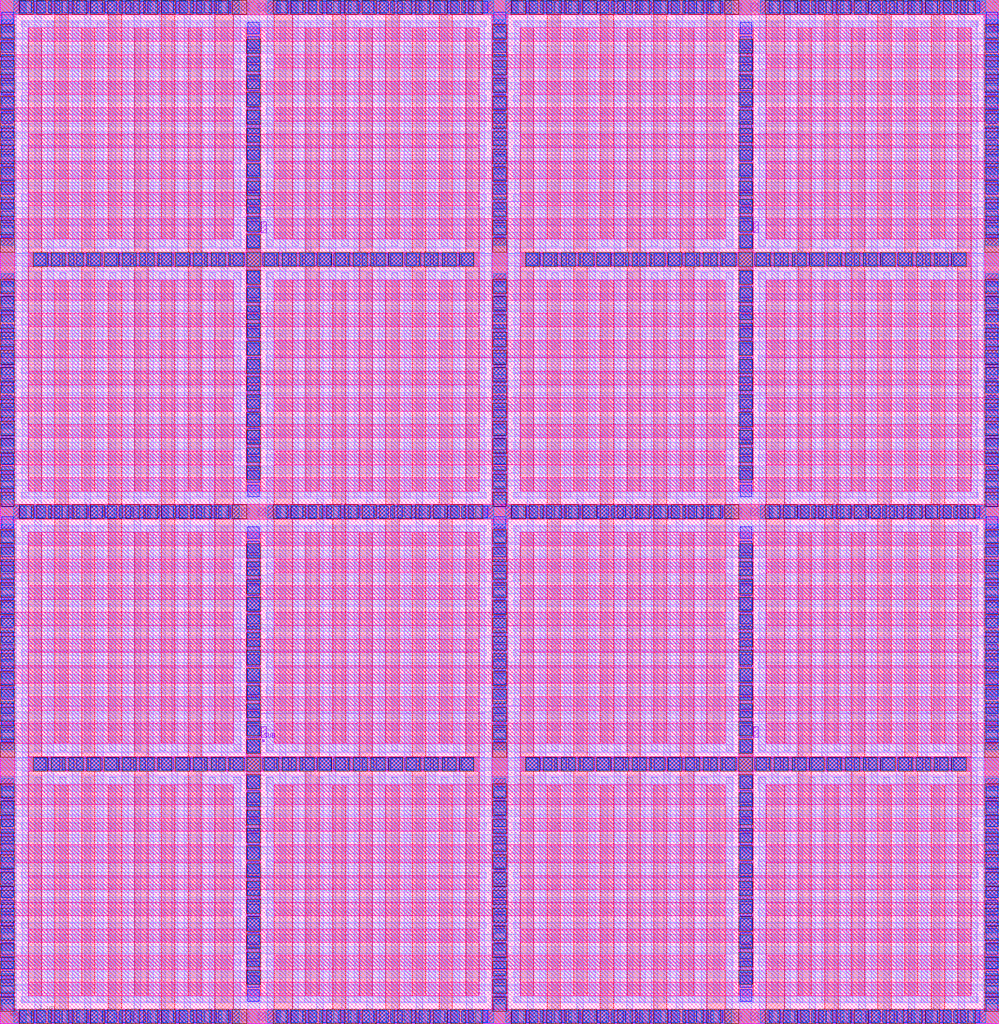
<source format=lef>
# Copyright 2020 The SkyWater PDK Authors
#
# Licensed under the Apache License, Version 2.0 (the "License");
# you may not use this file except in compliance with the License.
# You may obtain a copy of the License at
#
#     https://www.apache.org/licenses/LICENSE-2.0
#
# Unless required by applicable law or agreed to in writing, software
# distributed under the License is distributed on an "AS IS" BASIS,
# WITHOUT WARRANTIES OR CONDITIONS OF ANY KIND, either express or implied.
# See the License for the specific language governing permissions and
# limitations under the License.
#
# SPDX-License-Identifier: Apache-2.0

VERSION 5.7 ;
  NOWIREEXTENSIONATPIN ON ;
  DIVIDERCHAR "/" ;
  BUSBITCHARS "[]" ;
MACRO sky130_fd_pr__cap_vpp_11p5x11p7_l1m1m2m3m4_shieldm5_top
  CLASS BLOCK ;
  FOREIGN sky130_fd_pr__cap_vpp_11p5x11p7_l1m1m2m3m4_shieldm5_top ;
  ORIGIN  0.000000  0.000000 ;
  SIZE  22.49000 BY  23.05000 ;
  PIN C0
    PORT
      LAYER met4 ;
        RECT  0.000000  0.000000 22.490000  0.330000 ;
        RECT  0.000000  0.330000  0.330000  1.230000 ;
        RECT  0.000000  1.230000  5.240000  1.530000 ;
        RECT  0.000000  1.530000  0.330000  2.430000 ;
        RECT  0.000000  2.430000  5.240000  2.730000 ;
        RECT  0.000000  2.730000  0.330000  3.630000 ;
        RECT  0.000000  3.630000  5.240000  4.030000 ;
        RECT  0.000000  4.030000  0.330000  4.930000 ;
        RECT  0.000000  4.930000  5.240000  5.380000 ;
        RECT  0.000000  5.380000  0.330000  6.310000 ;
        RECT  0.000000  6.310000  5.240000  6.760000 ;
        RECT  0.000000  6.760000  0.330000  7.660000 ;
        RECT  0.000000  7.660000  5.240000  8.060000 ;
        RECT  0.000000  8.060000  0.330000  8.960000 ;
        RECT  0.000000  8.960000  5.240000  9.260000 ;
        RECT  0.000000  9.260000  0.330000 10.160000 ;
        RECT  0.000000 10.160000  5.240000 10.460000 ;
        RECT  0.000000 10.460000  0.330000 11.360000 ;
        RECT  0.000000 11.360000 22.490000 11.690000 ;
        RECT  0.000000 11.690000  0.330000 12.590000 ;
        RECT  0.000000 12.590000  5.240000 12.890000 ;
        RECT  0.000000 12.890000  0.330000 13.790000 ;
        RECT  0.000000 13.790000  5.240000 14.090000 ;
        RECT  0.000000 14.090000  0.330000 14.990000 ;
        RECT  0.000000 14.990000  5.240000 15.390000 ;
        RECT  0.000000 15.390000  0.330000 16.290000 ;
        RECT  0.000000 16.290000  5.240000 16.740000 ;
        RECT  0.000000 16.740000  0.330000 17.670000 ;
        RECT  0.000000 17.670000  5.240000 18.120000 ;
        RECT  0.000000 18.120000  0.330000 19.020000 ;
        RECT  0.000000 19.020000  5.240000 19.420000 ;
        RECT  0.000000 19.420000  0.330000 20.320000 ;
        RECT  0.000000 20.320000  5.240000 20.620000 ;
        RECT  0.000000 20.620000  0.330000 21.520000 ;
        RECT  0.000000 21.520000  5.240000 21.820000 ;
        RECT  0.000000 21.820000  0.330000 22.720000 ;
        RECT  0.000000 22.720000 22.490000 23.050000 ;
        RECT  6.170000  1.230000 16.320000  1.530000 ;
        RECT  6.170000  2.430000 16.320000  2.730000 ;
        RECT  6.170000  3.630000 16.320000  4.030000 ;
        RECT  6.170000  4.930000 16.320000  5.380000 ;
        RECT  6.170000  6.310000 16.320000  6.760000 ;
        RECT  6.170000  7.660000 16.320000  8.060000 ;
        RECT  6.170000  8.960000 16.320000  9.260000 ;
        RECT  6.170000 10.160000 16.320000 10.460000 ;
        RECT  6.170000 12.590000 16.320000 12.890000 ;
        RECT  6.170000 13.790000 16.320000 14.090000 ;
        RECT  6.170000 14.990000 16.320000 15.390000 ;
        RECT  6.170000 16.290000 16.320000 16.740000 ;
        RECT  6.170000 17.670000 16.320000 18.120000 ;
        RECT  6.170000 19.020000 16.320000 19.420000 ;
        RECT  6.170000 20.320000 16.320000 20.620000 ;
        RECT  6.170000 21.520000 16.320000 21.820000 ;
        RECT 11.080000  0.330000 11.410000  1.230000 ;
        RECT 11.080000  1.530000 11.410000  2.430000 ;
        RECT 11.080000  2.730000 11.410000  3.630000 ;
        RECT 11.080000  4.030000 11.410000  4.930000 ;
        RECT 11.080000  5.380000 11.410000  6.310000 ;
        RECT 11.080000  6.760000 11.410000  7.660000 ;
        RECT 11.080000  8.060000 11.410000  8.960000 ;
        RECT 11.080000  9.260000 11.410000 10.160000 ;
        RECT 11.080000 10.460000 11.410000 11.360000 ;
        RECT 11.080000 11.690000 11.410000 12.590000 ;
        RECT 11.080000 12.890000 11.410000 13.790000 ;
        RECT 11.080000 14.090000 11.410000 14.990000 ;
        RECT 11.080000 15.390000 11.410000 16.290000 ;
        RECT 11.080000 16.740000 11.410000 17.670000 ;
        RECT 11.080000 18.120000 11.410000 19.020000 ;
        RECT 11.080000 19.420000 11.410000 20.320000 ;
        RECT 11.080000 20.620000 11.410000 21.520000 ;
        RECT 11.080000 21.820000 11.410000 22.720000 ;
        RECT 17.250000  1.230000 22.490000  1.530000 ;
        RECT 17.250000  2.430000 22.490000  2.730000 ;
        RECT 17.250000  3.630000 22.490000  4.030000 ;
        RECT 17.250000  4.930000 22.490000  5.380000 ;
        RECT 17.250000  6.310000 22.490000  6.760000 ;
        RECT 17.250000  7.660000 22.490000  8.060000 ;
        RECT 17.250000  8.960000 22.490000  9.260000 ;
        RECT 17.250000 10.160000 22.490000 10.460000 ;
        RECT 17.250000 12.590000 22.490000 12.890000 ;
        RECT 17.250000 13.790000 22.490000 14.090000 ;
        RECT 17.250000 14.990000 22.490000 15.390000 ;
        RECT 17.250000 16.290000 22.490000 16.740000 ;
        RECT 17.250000 17.670000 22.490000 18.120000 ;
        RECT 17.250000 19.020000 22.490000 19.420000 ;
        RECT 17.250000 20.320000 22.490000 20.620000 ;
        RECT 17.250000 21.520000 22.490000 21.820000 ;
        RECT 22.160000  0.330000 22.490000  1.230000 ;
        RECT 22.160000  1.530000 22.490000  2.430000 ;
        RECT 22.160000  2.730000 22.490000  3.630000 ;
        RECT 22.160000  4.030000 22.490000  4.930000 ;
        RECT 22.160000  5.380000 22.490000  6.310000 ;
        RECT 22.160000  6.760000 22.490000  7.660000 ;
        RECT 22.160000  8.060000 22.490000  8.960000 ;
        RECT 22.160000  9.260000 22.490000 10.160000 ;
        RECT 22.160000 10.460000 22.490000 11.360000 ;
        RECT 22.160000 11.690000 22.490000 12.590000 ;
        RECT 22.160000 12.890000 22.490000 13.790000 ;
        RECT 22.160000 14.090000 22.490000 14.990000 ;
        RECT 22.160000 15.390000 22.490000 16.290000 ;
        RECT 22.160000 16.740000 22.490000 17.670000 ;
        RECT 22.160000 18.120000 22.490000 19.020000 ;
        RECT 22.160000 19.420000 22.490000 20.320000 ;
        RECT 22.160000 20.620000 22.490000 21.520000 ;
        RECT 22.160000 21.820000 22.490000 22.720000 ;
    END
  END C0
  PIN C1
    PORT
      LAYER met4 ;
        RECT  0.630000  0.630000 10.780000  0.930000 ;
        RECT  0.630000  1.830000 10.780000  2.130000 ;
        RECT  0.630000  3.030000 10.780000  3.330000 ;
        RECT  0.630000  4.330000 10.780000  4.630000 ;
        RECT  0.630000  5.680000 10.780000  6.010000 ;
        RECT  0.630000  7.060000 10.780000  7.360000 ;
        RECT  0.630000  8.360000 10.780000  8.660000 ;
        RECT  0.630000  9.560000 10.780000  9.860000 ;
        RECT  0.630000 10.760000 10.780000 11.060000 ;
        RECT  0.630000 11.990000 10.780000 12.290000 ;
        RECT  0.630000 13.190000 10.780000 13.490000 ;
        RECT  0.630000 14.390000 10.780000 14.690000 ;
        RECT  0.630000 15.690000 10.780000 15.990000 ;
        RECT  0.630000 17.040000 10.780000 17.370000 ;
        RECT  0.630000 18.420000 10.780000 18.720000 ;
        RECT  0.630000 19.720000 10.780000 20.020000 ;
        RECT  0.630000 20.920000 10.780000 21.220000 ;
        RECT  0.630000 22.120000 10.780000 22.420000 ;
        RECT  5.540000  0.930000  5.870000  1.830000 ;
        RECT  5.540000  2.130000  5.870000  3.030000 ;
        RECT  5.540000  3.330000  5.870000  4.330000 ;
        RECT  5.540000  4.630000  5.870000  5.680000 ;
        RECT  5.540000  6.010000  5.870000  7.060000 ;
        RECT  5.540000  7.360000  5.870000  8.360000 ;
        RECT  5.540000  8.660000  5.870000  9.560000 ;
        RECT  5.540000  9.860000  5.870000 10.760000 ;
        RECT  5.540000 12.290000  5.870000 13.190000 ;
        RECT  5.540000 13.490000  5.870000 14.390000 ;
        RECT  5.540000 14.690000  5.870000 15.690000 ;
        RECT  5.540000 15.990000  5.870000 17.040000 ;
        RECT  5.540000 17.370000  5.870000 18.420000 ;
        RECT  5.540000 18.720000  5.870000 19.720000 ;
        RECT  5.540000 20.020000  5.870000 20.920000 ;
        RECT  5.540000 21.220000  5.870000 22.120000 ;
        RECT 11.710000  0.630000 21.860000  0.930000 ;
        RECT 11.710000  1.830000 21.860000  2.130000 ;
        RECT 11.710000  3.030000 21.860000  3.330000 ;
        RECT 11.710000  4.330000 21.860000  4.630000 ;
        RECT 11.710000  5.680000 21.860000  6.010000 ;
        RECT 11.710000  7.060000 21.860000  7.360000 ;
        RECT 11.710000  8.360000 21.860000  8.660000 ;
        RECT 11.710000  9.560000 21.860000  9.860000 ;
        RECT 11.710000 10.760000 21.860000 11.060000 ;
        RECT 11.710000 11.990000 21.860000 12.290000 ;
        RECT 11.710000 13.190000 21.860000 13.490000 ;
        RECT 11.710000 14.390000 21.860000 14.690000 ;
        RECT 11.710000 15.690000 21.860000 15.990000 ;
        RECT 11.710000 17.040000 21.860000 17.370000 ;
        RECT 11.710000 18.420000 21.860000 18.720000 ;
        RECT 11.710000 19.720000 21.860000 20.020000 ;
        RECT 11.710000 20.920000 21.860000 21.220000 ;
        RECT 11.710000 22.120000 21.860000 22.420000 ;
        RECT 16.620000  0.930000 16.950000  1.830000 ;
        RECT 16.620000  2.130000 16.950000  3.030000 ;
        RECT 16.620000  3.330000 16.950000  4.330000 ;
        RECT 16.620000  4.630000 16.950000  5.680000 ;
        RECT 16.620000  6.010000 16.950000  7.060000 ;
        RECT 16.620000  7.360000 16.950000  8.360000 ;
        RECT 16.620000  8.660000 16.950000  9.560000 ;
        RECT 16.620000  9.860000 16.950000 10.760000 ;
        RECT 16.620000 12.290000 16.950000 13.190000 ;
        RECT 16.620000 13.490000 16.950000 14.390000 ;
        RECT 16.620000 14.690000 16.950000 15.690000 ;
        RECT 16.620000 15.990000 16.950000 17.040000 ;
        RECT 16.620000 17.370000 16.950000 18.420000 ;
        RECT 16.620000 18.720000 16.950000 19.720000 ;
        RECT 16.620000 20.020000 16.950000 20.920000 ;
        RECT 16.620000 21.220000 16.950000 22.120000 ;
    END
  END C1
  PIN M5
    PORT
      LAYER met5 ;
        RECT 0.000000 0.000000 22.490000 23.050000 ;
    END
  END M5
  PIN SUB
    PORT
      LAYER pwell ;
        RECT 5.895000 6.345000 5.945000 6.395000 ;
    END
  END SUB
  OBS
    LAYER li1 ;
      RECT  0.000000  0.000000 22.490000  0.330000 ;
      RECT  0.000000  0.330000  0.330000  0.860000 ;
      RECT  0.000000  0.860000  5.400000  1.030000 ;
      RECT  0.000000  1.030000  0.330000  1.560000 ;
      RECT  0.000000  1.560000  5.400000  1.730000 ;
      RECT  0.000000  1.730000  0.330000  2.260000 ;
      RECT  0.000000  2.260000  5.400000  2.430000 ;
      RECT  0.000000  2.430000  0.330000  2.960000 ;
      RECT  0.000000  2.960000  5.400000  3.130000 ;
      RECT  0.000000  3.130000  0.330000  3.660000 ;
      RECT  0.000000  3.660000  5.400000  3.830000 ;
      RECT  0.000000  3.830000  0.330000  4.360000 ;
      RECT  0.000000  4.360000  5.400000  4.530000 ;
      RECT  0.000000  4.530000  0.330000  5.060000 ;
      RECT  0.000000  5.060000  5.400000  5.230000 ;
      RECT  0.000000  5.230000  0.330000  5.760000 ;
      RECT  0.000000  5.760000  5.400000  5.930000 ;
      RECT  0.000000  5.930000  0.330000  6.460000 ;
      RECT  0.000000  6.460000  5.400000  6.630000 ;
      RECT  0.000000  6.630000  0.330000  7.150000 ;
      RECT  0.000000  7.150000  5.400000  7.330000 ;
      RECT  0.000000  7.330000  0.330000  7.860000 ;
      RECT  0.000000  7.860000  5.400000  8.030000 ;
      RECT  0.000000  8.030000  0.330000  8.560000 ;
      RECT  0.000000  8.560000  5.400000  8.730000 ;
      RECT  0.000000  8.730000  0.330000  9.260000 ;
      RECT  0.000000  9.260000  5.400000  9.430000 ;
      RECT  0.000000  9.430000  0.330000  9.960000 ;
      RECT  0.000000  9.960000  5.400000 10.130000 ;
      RECT  0.000000 10.130000  0.330000 10.660000 ;
      RECT  0.000000 10.660000  5.400000 10.830000 ;
      RECT  0.000000 10.830000  0.330000 11.360000 ;
      RECT  0.000000 11.360000 22.490000 11.690000 ;
      RECT  0.000000 11.690000  0.330000 12.220000 ;
      RECT  0.000000 12.220000  5.400000 12.390000 ;
      RECT  0.000000 12.390000  0.330000 12.920000 ;
      RECT  0.000000 12.920000  5.400000 13.090000 ;
      RECT  0.000000 13.090000  0.330000 13.620000 ;
      RECT  0.000000 13.620000  5.400000 13.790000 ;
      RECT  0.000000 13.790000  0.330000 14.320000 ;
      RECT  0.000000 14.320000  5.400000 14.490000 ;
      RECT  0.000000 14.490000  0.330000 15.020000 ;
      RECT  0.000000 15.020000  5.400000 15.190000 ;
      RECT  0.000000 15.190000  0.330000 15.720000 ;
      RECT  0.000000 15.720000  5.400000 15.890000 ;
      RECT  0.000000 15.890000  0.330000 16.420000 ;
      RECT  0.000000 16.420000  5.400000 16.590000 ;
      RECT  0.000000 16.590000  0.330000 17.120000 ;
      RECT  0.000000 17.120000  5.400000 17.290000 ;
      RECT  0.000000 17.290000  0.330000 17.820000 ;
      RECT  0.000000 17.820000  5.400000 17.990000 ;
      RECT  0.000000 17.990000  0.330000 18.510000 ;
      RECT  0.000000 18.510000  5.400000 18.690000 ;
      RECT  0.000000 18.690000  0.330000 19.220000 ;
      RECT  0.000000 19.220000  5.400000 19.390000 ;
      RECT  0.000000 19.390000  0.330000 19.920000 ;
      RECT  0.000000 19.920000  5.400000 20.090000 ;
      RECT  0.000000 20.090000  0.330000 20.620000 ;
      RECT  0.000000 20.620000  5.400000 20.790000 ;
      RECT  0.000000 20.790000  0.330000 21.320000 ;
      RECT  0.000000 21.320000  5.400000 21.490000 ;
      RECT  0.000000 21.490000  0.330000 22.020000 ;
      RECT  0.000000 22.020000  5.400000 22.190000 ;
      RECT  0.000000 22.190000  0.330000 22.720000 ;
      RECT  0.000000 22.720000 22.490000 23.050000 ;
      RECT  0.500000  0.500000 10.905000  0.690000 ;
      RECT  0.500000  1.200000 10.905000  1.390000 ;
      RECT  0.500000  1.900000 10.905000  2.090000 ;
      RECT  0.500000  2.600000 10.905000  2.790000 ;
      RECT  0.500000  3.300000 10.905000  3.490000 ;
      RECT  0.500000  4.000000 10.905000  4.190000 ;
      RECT  0.500000  4.700000 10.905000  4.890000 ;
      RECT  0.500000  5.400000 10.905000  5.590000 ;
      RECT  0.500000  6.100000 10.905000  6.290000 ;
      RECT  0.500000  6.800000 10.905000  6.980000 ;
      RECT  0.500000  7.500000 10.905000  7.690000 ;
      RECT  0.500000  8.200000 10.905000  8.390000 ;
      RECT  0.500000  8.900000 10.905000  9.090000 ;
      RECT  0.500000  9.600000 10.905000  9.790000 ;
      RECT  0.500000 10.300000 10.905000 10.490000 ;
      RECT  0.500000 11.000000 10.905000 11.190000 ;
      RECT  0.500000 11.860000 10.905000 12.050000 ;
      RECT  0.500000 12.560000 10.905000 12.750000 ;
      RECT  0.500000 13.260000 10.905000 13.450000 ;
      RECT  0.500000 13.960000 10.905000 14.150000 ;
      RECT  0.500000 14.660000 10.905000 14.850000 ;
      RECT  0.500000 15.360000 10.905000 15.550000 ;
      RECT  0.500000 16.060000 10.905000 16.250000 ;
      RECT  0.500000 16.760000 10.905000 16.950000 ;
      RECT  0.500000 17.460000 10.905000 17.650000 ;
      RECT  0.500000 18.160000 10.905000 18.340000 ;
      RECT  0.500000 18.860000 10.905000 19.050000 ;
      RECT  0.500000 19.560000 10.905000 19.750000 ;
      RECT  0.500000 20.260000 10.905000 20.450000 ;
      RECT  0.500000 20.960000 10.905000 21.150000 ;
      RECT  0.500000 21.660000 10.905000 21.850000 ;
      RECT  0.500000 22.360000 10.905000 22.550000 ;
      RECT  5.570000  0.690000  5.840000  1.200000 ;
      RECT  5.570000  1.390000  5.840000  1.900000 ;
      RECT  5.570000  2.090000  5.840000  2.600000 ;
      RECT  5.570000  2.790000  5.840000  3.300000 ;
      RECT  5.570000  3.490000  5.840000  4.000000 ;
      RECT  5.570000  4.190000  5.840000  4.700000 ;
      RECT  5.570000  4.890000  5.840000  5.400000 ;
      RECT  5.570000  5.590000  5.840000  6.100000 ;
      RECT  5.570000  6.290000  5.840000  6.800000 ;
      RECT  5.570000  6.980000 10.905000  6.990000 ;
      RECT  5.570000  6.990000  5.840000  7.500000 ;
      RECT  5.570000  7.690000  5.840000  8.200000 ;
      RECT  5.570000  8.390000  5.840000  8.900000 ;
      RECT  5.570000  9.090000  5.840000  9.600000 ;
      RECT  5.570000  9.790000  5.840000 10.300000 ;
      RECT  5.570000 10.490000  5.840000 11.000000 ;
      RECT  5.570000 12.050000  5.840000 12.560000 ;
      RECT  5.570000 12.750000  5.840000 13.260000 ;
      RECT  5.570000 13.450000  5.840000 13.960000 ;
      RECT  5.570000 14.150000  5.840000 14.660000 ;
      RECT  5.570000 14.850000  5.840000 15.360000 ;
      RECT  5.570000 15.550000  5.840000 16.060000 ;
      RECT  5.570000 16.250000  5.840000 16.760000 ;
      RECT  5.570000 16.950000  5.840000 17.460000 ;
      RECT  5.570000 17.650000  5.840000 18.160000 ;
      RECT  5.570000 18.340000 10.905000 18.350000 ;
      RECT  5.570000 18.350000  5.840000 18.860000 ;
      RECT  5.570000 19.050000  5.840000 19.560000 ;
      RECT  5.570000 19.750000  5.840000 20.260000 ;
      RECT  5.570000 20.450000  5.840000 20.960000 ;
      RECT  5.570000 21.150000  5.840000 21.660000 ;
      RECT  5.570000 21.850000  5.840000 22.360000 ;
      RECT  6.010000  0.860000 16.480000  1.030000 ;
      RECT  6.010000  1.560000 16.480000  1.730000 ;
      RECT  6.010000  2.260000 16.480000  2.430000 ;
      RECT  6.010000  2.960000 16.480000  3.130000 ;
      RECT  6.010000  3.660000 16.480000  3.830000 ;
      RECT  6.010000  4.360000 16.480000  4.530000 ;
      RECT  6.010000  5.060000 16.480000  5.230000 ;
      RECT  6.010000  5.760000 16.480000  5.930000 ;
      RECT  6.010000  6.460000 16.480000  6.630000 ;
      RECT  6.010000  7.160000 16.480000  7.330000 ;
      RECT  6.010000  7.860000 16.480000  8.030000 ;
      RECT  6.010000  8.560000 16.480000  8.730000 ;
      RECT  6.010000  9.260000 16.480000  9.430000 ;
      RECT  6.010000  9.960000 16.480000 10.130000 ;
      RECT  6.010000 10.660000 16.480000 10.830000 ;
      RECT  6.010000 12.220000 16.480000 12.390000 ;
      RECT  6.010000 12.920000 16.480000 13.090000 ;
      RECT  6.010000 13.620000 16.480000 13.790000 ;
      RECT  6.010000 14.320000 16.480000 14.490000 ;
      RECT  6.010000 15.020000 16.480000 15.190000 ;
      RECT  6.010000 15.720000 16.480000 15.890000 ;
      RECT  6.010000 16.420000 16.480000 16.590000 ;
      RECT  6.010000 17.120000 16.480000 17.290000 ;
      RECT  6.010000 17.820000 16.480000 17.990000 ;
      RECT  6.010000 18.520000 16.480000 18.690000 ;
      RECT  6.010000 19.220000 16.480000 19.390000 ;
      RECT  6.010000 19.920000 16.480000 20.090000 ;
      RECT  6.010000 20.620000 16.480000 20.790000 ;
      RECT  6.010000 21.320000 16.480000 21.490000 ;
      RECT  6.010000 22.020000 16.480000 22.190000 ;
      RECT 11.080000  0.330000 11.410000  0.860000 ;
      RECT 11.080000  1.030000 11.410000  1.560000 ;
      RECT 11.080000  1.730000 11.410000  2.260000 ;
      RECT 11.080000  2.430000 11.410000  2.960000 ;
      RECT 11.080000  3.130000 11.410000  3.660000 ;
      RECT 11.080000  3.830000 11.410000  4.360000 ;
      RECT 11.080000  4.530000 11.410000  5.060000 ;
      RECT 11.080000  5.230000 11.410000  5.760000 ;
      RECT 11.080000  5.930000 11.410000  6.460000 ;
      RECT 11.080000  6.630000 11.410000  7.150000 ;
      RECT 11.080000  7.150000 16.480000  7.160000 ;
      RECT 11.080000  7.330000 11.410000  7.860000 ;
      RECT 11.080000  8.030000 11.410000  8.560000 ;
      RECT 11.080000  8.730000 11.410000  9.260000 ;
      RECT 11.080000  9.430000 11.410000  9.960000 ;
      RECT 11.080000 10.130000 11.410000 10.660000 ;
      RECT 11.080000 10.830000 11.410000 11.360000 ;
      RECT 11.080000 11.690000 11.410000 12.220000 ;
      RECT 11.080000 12.390000 11.410000 12.920000 ;
      RECT 11.080000 13.090000 11.410000 13.620000 ;
      RECT 11.080000 13.790000 11.410000 14.320000 ;
      RECT 11.080000 14.490000 11.410000 15.020000 ;
      RECT 11.080000 15.190000 11.410000 15.720000 ;
      RECT 11.080000 15.890000 11.410000 16.420000 ;
      RECT 11.080000 16.590000 11.410000 17.120000 ;
      RECT 11.080000 17.290000 11.410000 17.820000 ;
      RECT 11.080000 17.990000 11.410000 18.510000 ;
      RECT 11.080000 18.510000 16.480000 18.520000 ;
      RECT 11.080000 18.690000 11.410000 19.220000 ;
      RECT 11.080000 19.390000 11.410000 19.920000 ;
      RECT 11.080000 20.090000 11.410000 20.620000 ;
      RECT 11.080000 20.790000 11.410000 21.320000 ;
      RECT 11.080000 21.490000 11.410000 22.020000 ;
      RECT 11.080000 22.190000 11.410000 22.720000 ;
      RECT 11.580000  0.500000 21.985000  0.690000 ;
      RECT 11.580000  1.200000 21.985000  1.390000 ;
      RECT 11.580000  1.900000 21.985000  2.090000 ;
      RECT 11.580000  2.600000 21.985000  2.790000 ;
      RECT 11.580000  3.300000 21.985000  3.490000 ;
      RECT 11.580000  4.000000 21.985000  4.190000 ;
      RECT 11.580000  4.700000 21.985000  4.890000 ;
      RECT 11.580000  5.400000 21.985000  5.590000 ;
      RECT 11.580000  6.100000 21.985000  6.290000 ;
      RECT 11.580000  6.800000 21.985000  6.980000 ;
      RECT 11.580000  7.500000 21.985000  7.690000 ;
      RECT 11.580000  8.200000 21.985000  8.390000 ;
      RECT 11.580000  8.900000 21.985000  9.090000 ;
      RECT 11.580000  9.600000 21.985000  9.790000 ;
      RECT 11.580000 10.300000 21.985000 10.490000 ;
      RECT 11.580000 11.000000 21.985000 11.190000 ;
      RECT 11.580000 11.860000 21.985000 12.050000 ;
      RECT 11.580000 12.560000 21.985000 12.750000 ;
      RECT 11.580000 13.260000 21.985000 13.450000 ;
      RECT 11.580000 13.960000 21.985000 14.150000 ;
      RECT 11.580000 14.660000 21.985000 14.850000 ;
      RECT 11.580000 15.360000 21.985000 15.550000 ;
      RECT 11.580000 16.060000 21.985000 16.250000 ;
      RECT 11.580000 16.760000 21.985000 16.950000 ;
      RECT 11.580000 17.460000 21.985000 17.650000 ;
      RECT 11.580000 18.160000 21.985000 18.340000 ;
      RECT 11.580000 18.860000 21.985000 19.050000 ;
      RECT 11.580000 19.560000 21.985000 19.750000 ;
      RECT 11.580000 20.260000 21.985000 20.450000 ;
      RECT 11.580000 20.960000 21.985000 21.150000 ;
      RECT 11.580000 21.660000 21.985000 21.850000 ;
      RECT 11.580000 22.360000 21.985000 22.550000 ;
      RECT 16.650000  0.690000 16.920000  1.200000 ;
      RECT 16.650000  1.390000 16.920000  1.900000 ;
      RECT 16.650000  2.090000 16.920000  2.600000 ;
      RECT 16.650000  2.790000 16.920000  3.300000 ;
      RECT 16.650000  3.490000 16.920000  4.000000 ;
      RECT 16.650000  4.190000 16.920000  4.700000 ;
      RECT 16.650000  4.890000 16.920000  5.400000 ;
      RECT 16.650000  5.590000 16.920000  6.100000 ;
      RECT 16.650000  6.290000 16.920000  6.800000 ;
      RECT 16.650000  6.980000 21.985000  6.990000 ;
      RECT 16.650000  6.990000 16.920000  7.500000 ;
      RECT 16.650000  7.690000 16.920000  8.200000 ;
      RECT 16.650000  8.390000 16.920000  8.900000 ;
      RECT 16.650000  9.090000 16.920000  9.600000 ;
      RECT 16.650000  9.790000 16.920000 10.300000 ;
      RECT 16.650000 10.490000 16.920000 11.000000 ;
      RECT 16.650000 12.050000 16.920000 12.560000 ;
      RECT 16.650000 12.750000 16.920000 13.260000 ;
      RECT 16.650000 13.450000 16.920000 13.960000 ;
      RECT 16.650000 14.150000 16.920000 14.660000 ;
      RECT 16.650000 14.850000 16.920000 15.360000 ;
      RECT 16.650000 15.550000 16.920000 16.060000 ;
      RECT 16.650000 16.250000 16.920000 16.760000 ;
      RECT 16.650000 16.950000 16.920000 17.460000 ;
      RECT 16.650000 17.650000 16.920000 18.160000 ;
      RECT 16.650000 18.340000 21.985000 18.350000 ;
      RECT 16.650000 18.350000 16.920000 18.860000 ;
      RECT 16.650000 19.050000 16.920000 19.560000 ;
      RECT 16.650000 19.750000 16.920000 20.260000 ;
      RECT 16.650000 20.450000 16.920000 20.960000 ;
      RECT 16.650000 21.150000 16.920000 21.660000 ;
      RECT 16.650000 21.850000 16.920000 22.360000 ;
      RECT 17.090000  0.860000 22.490000  1.030000 ;
      RECT 17.090000  1.560000 22.490000  1.730000 ;
      RECT 17.090000  2.260000 22.490000  2.430000 ;
      RECT 17.090000  2.960000 22.490000  3.130000 ;
      RECT 17.090000  3.660000 22.490000  3.830000 ;
      RECT 17.090000  4.360000 22.490000  4.530000 ;
      RECT 17.090000  5.060000 22.490000  5.230000 ;
      RECT 17.090000  5.760000 22.490000  5.930000 ;
      RECT 17.090000  6.460000 22.490000  6.630000 ;
      RECT 17.090000  7.160000 22.490000  7.330000 ;
      RECT 17.090000  7.860000 22.490000  8.030000 ;
      RECT 17.090000  8.560000 22.490000  8.730000 ;
      RECT 17.090000  9.260000 22.490000  9.430000 ;
      RECT 17.090000  9.960000 22.490000 10.130000 ;
      RECT 17.090000 10.660000 22.490000 10.830000 ;
      RECT 17.090000 12.220000 22.490000 12.390000 ;
      RECT 17.090000 12.920000 22.490000 13.090000 ;
      RECT 17.090000 13.620000 22.490000 13.790000 ;
      RECT 17.090000 14.320000 22.490000 14.490000 ;
      RECT 17.090000 15.020000 22.490000 15.190000 ;
      RECT 17.090000 15.720000 22.490000 15.890000 ;
      RECT 17.090000 16.420000 22.490000 16.590000 ;
      RECT 17.090000 17.120000 22.490000 17.290000 ;
      RECT 17.090000 17.820000 22.490000 17.990000 ;
      RECT 17.090000 18.520000 22.490000 18.690000 ;
      RECT 17.090000 19.220000 22.490000 19.390000 ;
      RECT 17.090000 19.920000 22.490000 20.090000 ;
      RECT 17.090000 20.620000 22.490000 20.790000 ;
      RECT 17.090000 21.320000 22.490000 21.490000 ;
      RECT 17.090000 22.020000 22.490000 22.190000 ;
      RECT 22.160000  0.330000 22.490000  0.860000 ;
      RECT 22.160000  1.030000 22.490000  1.560000 ;
      RECT 22.160000  1.730000 22.490000  2.260000 ;
      RECT 22.160000  2.430000 22.490000  2.960000 ;
      RECT 22.160000  3.130000 22.490000  3.660000 ;
      RECT 22.160000  3.830000 22.490000  4.360000 ;
      RECT 22.160000  4.530000 22.490000  5.060000 ;
      RECT 22.160000  5.230000 22.490000  5.760000 ;
      RECT 22.160000  5.930000 22.490000  6.460000 ;
      RECT 22.160000  6.630000 22.490000  7.160000 ;
      RECT 22.160000  7.330000 22.490000  7.860000 ;
      RECT 22.160000  8.030000 22.490000  8.560000 ;
      RECT 22.160000  8.730000 22.490000  9.260000 ;
      RECT 22.160000  9.430000 22.490000  9.960000 ;
      RECT 22.160000 10.130000 22.490000 10.660000 ;
      RECT 22.160000 10.830000 22.490000 11.360000 ;
      RECT 22.160000 11.690000 22.490000 12.220000 ;
      RECT 22.160000 12.390000 22.490000 12.920000 ;
      RECT 22.160000 13.090000 22.490000 13.620000 ;
      RECT 22.160000 13.790000 22.490000 14.320000 ;
      RECT 22.160000 14.490000 22.490000 15.020000 ;
      RECT 22.160000 15.190000 22.490000 15.720000 ;
      RECT 22.160000 15.890000 22.490000 16.420000 ;
      RECT 22.160000 16.590000 22.490000 17.120000 ;
      RECT 22.160000 17.290000 22.490000 17.820000 ;
      RECT 22.160000 17.990000 22.490000 18.520000 ;
      RECT 22.160000 18.690000 22.490000 19.220000 ;
      RECT 22.160000 19.390000 22.490000 19.920000 ;
      RECT 22.160000 20.090000 22.490000 20.620000 ;
      RECT 22.160000 20.790000 22.490000 21.320000 ;
      RECT 22.160000 21.490000 22.490000 22.020000 ;
      RECT 22.160000 22.190000 22.490000 22.720000 ;
    LAYER mcon ;
      RECT  0.080000  0.580000  0.250000  0.750000 ;
      RECT  0.080000  0.940000  0.250000  1.110000 ;
      RECT  0.080000  1.300000  0.250000  1.470000 ;
      RECT  0.080000  1.660000  0.250000  1.830000 ;
      RECT  0.080000  2.020000  0.250000  2.190000 ;
      RECT  0.080000  2.380000  0.250000  2.550000 ;
      RECT  0.080000  2.740000  0.250000  2.910000 ;
      RECT  0.080000  3.100000  0.250000  3.270000 ;
      RECT  0.080000  3.460000  0.250000  3.630000 ;
      RECT  0.080000  3.820000  0.250000  3.990000 ;
      RECT  0.080000  4.180000  0.250000  4.350000 ;
      RECT  0.080000  4.540000  0.250000  4.710000 ;
      RECT  0.080000  4.900000  0.250000  5.070000 ;
      RECT  0.080000  5.260000  0.250000  5.430000 ;
      RECT  0.080000  6.260000  0.250000  6.430000 ;
      RECT  0.080000  6.620000  0.250000  6.790000 ;
      RECT  0.080000  6.980000  0.250000  7.150000 ;
      RECT  0.080000  7.340000  0.250000  7.510000 ;
      RECT  0.080000  7.700000  0.250000  7.870000 ;
      RECT  0.080000  8.060000  0.250000  8.230000 ;
      RECT  0.080000  8.420000  0.250000  8.590000 ;
      RECT  0.080000  8.780000  0.250000  8.950000 ;
      RECT  0.080000  9.140000  0.250000  9.310000 ;
      RECT  0.080000  9.500000  0.250000  9.670000 ;
      RECT  0.080000  9.860000  0.250000 10.030000 ;
      RECT  0.080000 10.220000  0.250000 10.390000 ;
      RECT  0.080000 10.580000  0.250000 10.750000 ;
      RECT  0.080000 10.940000  0.250000 11.110000 ;
      RECT  0.080000 11.940000  0.250000 12.110000 ;
      RECT  0.080000 12.300000  0.250000 12.470000 ;
      RECT  0.080000 12.660000  0.250000 12.830000 ;
      RECT  0.080000 13.020000  0.250000 13.190000 ;
      RECT  0.080000 13.380000  0.250000 13.550000 ;
      RECT  0.080000 13.740000  0.250000 13.910000 ;
      RECT  0.080000 14.100000  0.250000 14.270000 ;
      RECT  0.080000 14.460000  0.250000 14.630000 ;
      RECT  0.080000 14.820000  0.250000 14.990000 ;
      RECT  0.080000 15.180000  0.250000 15.350000 ;
      RECT  0.080000 15.540000  0.250000 15.710000 ;
      RECT  0.080000 15.900000  0.250000 16.070000 ;
      RECT  0.080000 16.260000  0.250000 16.430000 ;
      RECT  0.080000 16.620000  0.250000 16.790000 ;
      RECT  0.080000 17.620000  0.250000 17.790000 ;
      RECT  0.080000 17.980000  0.250000 18.150000 ;
      RECT  0.080000 18.340000  0.250000 18.510000 ;
      RECT  0.080000 18.700000  0.250000 18.870000 ;
      RECT  0.080000 19.060000  0.250000 19.230000 ;
      RECT  0.080000 19.420000  0.250000 19.590000 ;
      RECT  0.080000 19.780000  0.250000 19.950000 ;
      RECT  0.080000 20.140000  0.250000 20.310000 ;
      RECT  0.080000 20.500000  0.250000 20.670000 ;
      RECT  0.080000 20.860000  0.250000 21.030000 ;
      RECT  0.080000 21.220000  0.250000 21.390000 ;
      RECT  0.080000 21.580000  0.250000 21.750000 ;
      RECT  0.080000 21.940000  0.250000 22.110000 ;
      RECT  0.080000 22.300000  0.250000 22.470000 ;
      RECT  0.400000  0.080000  0.570000  0.250000 ;
      RECT  0.400000 11.440000  0.570000 11.610000 ;
      RECT  0.400000 22.800000  0.570000 22.970000 ;
      RECT  0.760000  0.080000  0.930000  0.250000 ;
      RECT  0.760000 11.440000  0.930000 11.610000 ;
      RECT  0.760000 22.800000  0.930000 22.970000 ;
      RECT  1.120000  0.080000  1.290000  0.250000 ;
      RECT  1.120000 11.440000  1.290000 11.610000 ;
      RECT  1.120000 22.800000  1.290000 22.970000 ;
      RECT  1.480000  0.080000  1.650000  0.250000 ;
      RECT  1.480000 11.440000  1.650000 11.610000 ;
      RECT  1.480000 22.800000  1.650000 22.970000 ;
      RECT  1.840000  0.080000  2.010000  0.250000 ;
      RECT  1.840000 11.440000  2.010000 11.610000 ;
      RECT  1.840000 22.800000  2.010000 22.970000 ;
      RECT  2.200000  0.080000  2.370000  0.250000 ;
      RECT  2.200000 11.440000  2.370000 11.610000 ;
      RECT  2.200000 22.800000  2.370000 22.970000 ;
      RECT  2.560000  0.080000  2.730000  0.250000 ;
      RECT  2.560000 11.440000  2.730000 11.610000 ;
      RECT  2.560000 22.800000  2.730000 22.970000 ;
      RECT  2.920000  0.080000  3.090000  0.250000 ;
      RECT  2.920000 11.440000  3.090000 11.610000 ;
      RECT  2.920000 22.800000  3.090000 22.970000 ;
      RECT  3.280000  0.080000  3.450000  0.250000 ;
      RECT  3.280000 11.440000  3.450000 11.610000 ;
      RECT  3.280000 22.800000  3.450000 22.970000 ;
      RECT  3.640000  0.080000  3.810000  0.250000 ;
      RECT  3.640000 11.440000  3.810000 11.610000 ;
      RECT  3.640000 22.800000  3.810000 22.970000 ;
      RECT  4.000000  0.080000  4.170000  0.250000 ;
      RECT  4.000000 11.440000  4.170000 11.610000 ;
      RECT  4.000000 22.800000  4.170000 22.970000 ;
      RECT  4.360000  0.080000  4.530000  0.250000 ;
      RECT  4.360000 11.440000  4.530000 11.610000 ;
      RECT  4.360000 22.800000  4.530000 22.970000 ;
      RECT  4.720000  0.080000  4.890000  0.250000 ;
      RECT  4.720000 11.440000  4.890000 11.610000 ;
      RECT  4.720000 22.800000  4.890000 22.970000 ;
      RECT  5.080000  0.080000  5.250000  0.250000 ;
      RECT  5.080000 11.440000  5.250000 11.610000 ;
      RECT  5.080000 22.800000  5.250000 22.970000 ;
      RECT  5.440000  0.080000  5.610000  0.250000 ;
      RECT  5.440000 11.440000  5.610000 11.610000 ;
      RECT  5.440000 22.800000  5.610000 22.970000 ;
      RECT  5.620000  0.590000  5.790000  0.760000 ;
      RECT  5.620000  0.950000  5.790000  1.120000 ;
      RECT  5.620000  1.310000  5.790000  1.480000 ;
      RECT  5.620000  1.670000  5.790000  1.840000 ;
      RECT  5.620000  2.030000  5.790000  2.200000 ;
      RECT  5.620000  2.390000  5.790000  2.560000 ;
      RECT  5.620000  2.750000  5.790000  2.920000 ;
      RECT  5.620000  3.110000  5.790000  3.280000 ;
      RECT  5.620000  3.470000  5.790000  3.640000 ;
      RECT  5.620000  3.830000  5.790000  4.000000 ;
      RECT  5.620000  4.190000  5.790000  4.360000 ;
      RECT  5.620000  4.550000  5.790000  4.720000 ;
      RECT  5.620000  4.910000  5.790000  5.080000 ;
      RECT  5.620000  5.270000  5.790000  5.440000 ;
      RECT  5.620000  6.250000  5.790000  6.420000 ;
      RECT  5.620000  6.610000  5.790000  6.780000 ;
      RECT  5.620000  6.970000  5.790000  7.140000 ;
      RECT  5.620000  7.330000  5.790000  7.500000 ;
      RECT  5.620000  7.690000  5.790000  7.860000 ;
      RECT  5.620000  8.050000  5.790000  8.220000 ;
      RECT  5.620000  8.410000  5.790000  8.580000 ;
      RECT  5.620000  8.770000  5.790000  8.940000 ;
      RECT  5.620000  9.130000  5.790000  9.300000 ;
      RECT  5.620000  9.490000  5.790000  9.660000 ;
      RECT  5.620000  9.850000  5.790000 10.020000 ;
      RECT  5.620000 10.210000  5.790000 10.380000 ;
      RECT  5.620000 10.570000  5.790000 10.740000 ;
      RECT  5.620000 10.930000  5.790000 11.100000 ;
      RECT  5.620000 11.950000  5.790000 12.120000 ;
      RECT  5.620000 12.310000  5.790000 12.480000 ;
      RECT  5.620000 12.670000  5.790000 12.840000 ;
      RECT  5.620000 13.030000  5.790000 13.200000 ;
      RECT  5.620000 13.390000  5.790000 13.560000 ;
      RECT  5.620000 13.750000  5.790000 13.920000 ;
      RECT  5.620000 14.110000  5.790000 14.280000 ;
      RECT  5.620000 14.470000  5.790000 14.640000 ;
      RECT  5.620000 14.830000  5.790000 15.000000 ;
      RECT  5.620000 15.190000  5.790000 15.360000 ;
      RECT  5.620000 15.550000  5.790000 15.720000 ;
      RECT  5.620000 15.910000  5.790000 16.080000 ;
      RECT  5.620000 16.270000  5.790000 16.440000 ;
      RECT  5.620000 16.630000  5.790000 16.800000 ;
      RECT  5.620000 17.610000  5.790000 17.780000 ;
      RECT  5.620000 17.970000  5.790000 18.140000 ;
      RECT  5.620000 18.330000  5.790000 18.500000 ;
      RECT  5.620000 18.690000  5.790000 18.860000 ;
      RECT  5.620000 19.050000  5.790000 19.220000 ;
      RECT  5.620000 19.410000  5.790000 19.580000 ;
      RECT  5.620000 19.770000  5.790000 19.940000 ;
      RECT  5.620000 20.130000  5.790000 20.300000 ;
      RECT  5.620000 20.490000  5.790000 20.660000 ;
      RECT  5.620000 20.850000  5.790000 21.020000 ;
      RECT  5.620000 21.210000  5.790000 21.380000 ;
      RECT  5.620000 21.570000  5.790000 21.740000 ;
      RECT  5.620000 21.930000  5.790000 22.100000 ;
      RECT  5.620000 22.290000  5.790000 22.460000 ;
      RECT  5.800000  0.080000  5.970000  0.250000 ;
      RECT  5.800000 11.440000  5.970000 11.610000 ;
      RECT  5.800000 22.800000  5.970000 22.970000 ;
      RECT  6.160000  0.080000  6.330000  0.250000 ;
      RECT  6.160000 11.440000  6.330000 11.610000 ;
      RECT  6.160000 22.800000  6.330000 22.970000 ;
      RECT  6.520000  0.080000  6.690000  0.250000 ;
      RECT  6.520000 11.440000  6.690000 11.610000 ;
      RECT  6.520000 22.800000  6.690000 22.970000 ;
      RECT  6.880000  0.080000  7.050000  0.250000 ;
      RECT  6.880000 11.440000  7.050000 11.610000 ;
      RECT  6.880000 22.800000  7.050000 22.970000 ;
      RECT  7.240000  0.080000  7.410000  0.250000 ;
      RECT  7.240000 11.440000  7.410000 11.610000 ;
      RECT  7.240000 22.800000  7.410000 22.970000 ;
      RECT  7.600000  0.080000  7.770000  0.250000 ;
      RECT  7.600000 11.440000  7.770000 11.610000 ;
      RECT  7.600000 22.800000  7.770000 22.970000 ;
      RECT  7.960000  0.080000  8.130000  0.250000 ;
      RECT  7.960000 11.440000  8.130000 11.610000 ;
      RECT  7.960000 22.800000  8.130000 22.970000 ;
      RECT  8.320000  0.080000  8.490000  0.250000 ;
      RECT  8.320000 11.440000  8.490000 11.610000 ;
      RECT  8.320000 22.800000  8.490000 22.970000 ;
      RECT  8.680000  0.080000  8.850000  0.250000 ;
      RECT  8.680000 11.440000  8.850000 11.610000 ;
      RECT  8.680000 22.800000  8.850000 22.970000 ;
      RECT  9.040000  0.080000  9.210000  0.250000 ;
      RECT  9.040000 11.440000  9.210000 11.610000 ;
      RECT  9.040000 22.800000  9.210000 22.970000 ;
      RECT  9.400000  0.080000  9.570000  0.250000 ;
      RECT  9.400000 11.440000  9.570000 11.610000 ;
      RECT  9.400000 22.800000  9.570000 22.970000 ;
      RECT  9.760000  0.080000  9.930000  0.250000 ;
      RECT  9.760000 11.440000  9.930000 11.610000 ;
      RECT  9.760000 22.800000  9.930000 22.970000 ;
      RECT 10.120000  0.080000 10.290000  0.250000 ;
      RECT 10.120000 11.440000 10.290000 11.610000 ;
      RECT 10.120000 22.800000 10.290000 22.970000 ;
      RECT 10.480000  0.080000 10.650000  0.250000 ;
      RECT 10.480000 11.440000 10.650000 11.610000 ;
      RECT 10.480000 22.800000 10.650000 22.970000 ;
      RECT 10.840000  0.080000 11.010000  0.250000 ;
      RECT 10.840000 11.440000 11.010000 11.610000 ;
      RECT 10.840000 22.800000 11.010000 22.970000 ;
      RECT 11.160000  0.580000 11.330000  0.750000 ;
      RECT 11.160000  0.940000 11.330000  1.110000 ;
      RECT 11.160000  1.300000 11.330000  1.470000 ;
      RECT 11.160000  1.660000 11.330000  1.830000 ;
      RECT 11.160000  2.020000 11.330000  2.190000 ;
      RECT 11.160000  2.380000 11.330000  2.550000 ;
      RECT 11.160000  2.740000 11.330000  2.910000 ;
      RECT 11.160000  3.100000 11.330000  3.270000 ;
      RECT 11.160000  3.460000 11.330000  3.630000 ;
      RECT 11.160000  3.820000 11.330000  3.990000 ;
      RECT 11.160000  4.180000 11.330000  4.350000 ;
      RECT 11.160000  4.540000 11.330000  4.710000 ;
      RECT 11.160000  4.900000 11.330000  5.070000 ;
      RECT 11.160000  5.260000 11.330000  5.430000 ;
      RECT 11.160000  6.260000 11.330000  6.430000 ;
      RECT 11.160000  6.620000 11.330000  6.790000 ;
      RECT 11.160000  6.980000 11.330000  7.150000 ;
      RECT 11.160000  7.340000 11.330000  7.510000 ;
      RECT 11.160000  7.700000 11.330000  7.870000 ;
      RECT 11.160000  8.060000 11.330000  8.230000 ;
      RECT 11.160000  8.420000 11.330000  8.590000 ;
      RECT 11.160000  8.780000 11.330000  8.950000 ;
      RECT 11.160000  9.140000 11.330000  9.310000 ;
      RECT 11.160000  9.500000 11.330000  9.670000 ;
      RECT 11.160000  9.860000 11.330000 10.030000 ;
      RECT 11.160000 10.220000 11.330000 10.390000 ;
      RECT 11.160000 10.580000 11.330000 10.750000 ;
      RECT 11.160000 10.940000 11.330000 11.110000 ;
      RECT 11.160000 11.940000 11.330000 12.110000 ;
      RECT 11.160000 12.300000 11.330000 12.470000 ;
      RECT 11.160000 12.660000 11.330000 12.830000 ;
      RECT 11.160000 13.020000 11.330000 13.190000 ;
      RECT 11.160000 13.380000 11.330000 13.550000 ;
      RECT 11.160000 13.740000 11.330000 13.910000 ;
      RECT 11.160000 14.100000 11.330000 14.270000 ;
      RECT 11.160000 14.460000 11.330000 14.630000 ;
      RECT 11.160000 14.820000 11.330000 14.990000 ;
      RECT 11.160000 15.180000 11.330000 15.350000 ;
      RECT 11.160000 15.540000 11.330000 15.710000 ;
      RECT 11.160000 15.900000 11.330000 16.070000 ;
      RECT 11.160000 16.260000 11.330000 16.430000 ;
      RECT 11.160000 16.620000 11.330000 16.790000 ;
      RECT 11.160000 17.620000 11.330000 17.790000 ;
      RECT 11.160000 17.980000 11.330000 18.150000 ;
      RECT 11.160000 18.340000 11.330000 18.510000 ;
      RECT 11.160000 18.700000 11.330000 18.870000 ;
      RECT 11.160000 19.060000 11.330000 19.230000 ;
      RECT 11.160000 19.420000 11.330000 19.590000 ;
      RECT 11.160000 19.780000 11.330000 19.950000 ;
      RECT 11.160000 20.140000 11.330000 20.310000 ;
      RECT 11.160000 20.500000 11.330000 20.670000 ;
      RECT 11.160000 20.860000 11.330000 21.030000 ;
      RECT 11.160000 21.220000 11.330000 21.390000 ;
      RECT 11.160000 21.580000 11.330000 21.750000 ;
      RECT 11.160000 21.940000 11.330000 22.110000 ;
      RECT 11.160000 22.300000 11.330000 22.470000 ;
      RECT 11.480000  0.080000 11.650000  0.250000 ;
      RECT 11.480000 11.440000 11.650000 11.610000 ;
      RECT 11.480000 22.800000 11.650000 22.970000 ;
      RECT 11.840000  0.080000 12.010000  0.250000 ;
      RECT 11.840000 11.440000 12.010000 11.610000 ;
      RECT 11.840000 22.800000 12.010000 22.970000 ;
      RECT 12.200000  0.080000 12.370000  0.250000 ;
      RECT 12.200000 11.440000 12.370000 11.610000 ;
      RECT 12.200000 22.800000 12.370000 22.970000 ;
      RECT 12.560000  0.080000 12.730000  0.250000 ;
      RECT 12.560000 11.440000 12.730000 11.610000 ;
      RECT 12.560000 22.800000 12.730000 22.970000 ;
      RECT 12.920000  0.080000 13.090000  0.250000 ;
      RECT 12.920000 11.440000 13.090000 11.610000 ;
      RECT 12.920000 22.800000 13.090000 22.970000 ;
      RECT 13.280000  0.080000 13.450000  0.250000 ;
      RECT 13.280000 11.440000 13.450000 11.610000 ;
      RECT 13.280000 22.800000 13.450000 22.970000 ;
      RECT 13.640000  0.080000 13.810000  0.250000 ;
      RECT 13.640000 11.440000 13.810000 11.610000 ;
      RECT 13.640000 22.800000 13.810000 22.970000 ;
      RECT 14.000000  0.080000 14.170000  0.250000 ;
      RECT 14.000000 11.440000 14.170000 11.610000 ;
      RECT 14.000000 22.800000 14.170000 22.970000 ;
      RECT 14.360000  0.080000 14.530000  0.250000 ;
      RECT 14.360000 11.440000 14.530000 11.610000 ;
      RECT 14.360000 22.800000 14.530000 22.970000 ;
      RECT 14.720000  0.080000 14.890000  0.250000 ;
      RECT 14.720000 11.440000 14.890000 11.610000 ;
      RECT 14.720000 22.800000 14.890000 22.970000 ;
      RECT 15.080000  0.080000 15.250000  0.250000 ;
      RECT 15.080000 11.440000 15.250000 11.610000 ;
      RECT 15.080000 22.800000 15.250000 22.970000 ;
      RECT 15.440000  0.080000 15.610000  0.250000 ;
      RECT 15.440000 11.440000 15.610000 11.610000 ;
      RECT 15.440000 22.800000 15.610000 22.970000 ;
      RECT 15.800000  0.080000 15.970000  0.250000 ;
      RECT 15.800000 11.440000 15.970000 11.610000 ;
      RECT 15.800000 22.800000 15.970000 22.970000 ;
      RECT 16.160000  0.080000 16.330000  0.250000 ;
      RECT 16.160000 11.440000 16.330000 11.610000 ;
      RECT 16.160000 22.800000 16.330000 22.970000 ;
      RECT 16.520000  0.080000 16.690000  0.250000 ;
      RECT 16.520000 11.440000 16.690000 11.610000 ;
      RECT 16.520000 22.800000 16.690000 22.970000 ;
      RECT 16.700000  0.590000 16.870000  0.760000 ;
      RECT 16.700000  0.950000 16.870000  1.120000 ;
      RECT 16.700000  1.310000 16.870000  1.480000 ;
      RECT 16.700000  1.670000 16.870000  1.840000 ;
      RECT 16.700000  2.030000 16.870000  2.200000 ;
      RECT 16.700000  2.390000 16.870000  2.560000 ;
      RECT 16.700000  2.750000 16.870000  2.920000 ;
      RECT 16.700000  3.110000 16.870000  3.280000 ;
      RECT 16.700000  3.470000 16.870000  3.640000 ;
      RECT 16.700000  3.830000 16.870000  4.000000 ;
      RECT 16.700000  4.190000 16.870000  4.360000 ;
      RECT 16.700000  4.550000 16.870000  4.720000 ;
      RECT 16.700000  4.910000 16.870000  5.080000 ;
      RECT 16.700000  5.270000 16.870000  5.440000 ;
      RECT 16.700000  6.250000 16.870000  6.420000 ;
      RECT 16.700000  6.610000 16.870000  6.780000 ;
      RECT 16.700000  6.970000 16.870000  7.140000 ;
      RECT 16.700000  7.330000 16.870000  7.500000 ;
      RECT 16.700000  7.690000 16.870000  7.860000 ;
      RECT 16.700000  8.050000 16.870000  8.220000 ;
      RECT 16.700000  8.410000 16.870000  8.580000 ;
      RECT 16.700000  8.770000 16.870000  8.940000 ;
      RECT 16.700000  9.130000 16.870000  9.300000 ;
      RECT 16.700000  9.490000 16.870000  9.660000 ;
      RECT 16.700000  9.850000 16.870000 10.020000 ;
      RECT 16.700000 10.210000 16.870000 10.380000 ;
      RECT 16.700000 10.570000 16.870000 10.740000 ;
      RECT 16.700000 10.930000 16.870000 11.100000 ;
      RECT 16.700000 11.950000 16.870000 12.120000 ;
      RECT 16.700000 12.310000 16.870000 12.480000 ;
      RECT 16.700000 12.670000 16.870000 12.840000 ;
      RECT 16.700000 13.030000 16.870000 13.200000 ;
      RECT 16.700000 13.390000 16.870000 13.560000 ;
      RECT 16.700000 13.750000 16.870000 13.920000 ;
      RECT 16.700000 14.110000 16.870000 14.280000 ;
      RECT 16.700000 14.470000 16.870000 14.640000 ;
      RECT 16.700000 14.830000 16.870000 15.000000 ;
      RECT 16.700000 15.190000 16.870000 15.360000 ;
      RECT 16.700000 15.550000 16.870000 15.720000 ;
      RECT 16.700000 15.910000 16.870000 16.080000 ;
      RECT 16.700000 16.270000 16.870000 16.440000 ;
      RECT 16.700000 16.630000 16.870000 16.800000 ;
      RECT 16.700000 17.610000 16.870000 17.780000 ;
      RECT 16.700000 17.970000 16.870000 18.140000 ;
      RECT 16.700000 18.330000 16.870000 18.500000 ;
      RECT 16.700000 18.690000 16.870000 18.860000 ;
      RECT 16.700000 19.050000 16.870000 19.220000 ;
      RECT 16.700000 19.410000 16.870000 19.580000 ;
      RECT 16.700000 19.770000 16.870000 19.940000 ;
      RECT 16.700000 20.130000 16.870000 20.300000 ;
      RECT 16.700000 20.490000 16.870000 20.660000 ;
      RECT 16.700000 20.850000 16.870000 21.020000 ;
      RECT 16.700000 21.210000 16.870000 21.380000 ;
      RECT 16.700000 21.570000 16.870000 21.740000 ;
      RECT 16.700000 21.930000 16.870000 22.100000 ;
      RECT 16.700000 22.290000 16.870000 22.460000 ;
      RECT 16.880000  0.080000 17.050000  0.250000 ;
      RECT 16.880000 11.440000 17.050000 11.610000 ;
      RECT 16.880000 22.800000 17.050000 22.970000 ;
      RECT 17.240000  0.080000 17.410000  0.250000 ;
      RECT 17.240000 11.440000 17.410000 11.610000 ;
      RECT 17.240000 22.800000 17.410000 22.970000 ;
      RECT 17.600000  0.080000 17.770000  0.250000 ;
      RECT 17.600000 11.440000 17.770000 11.610000 ;
      RECT 17.600000 22.800000 17.770000 22.970000 ;
      RECT 17.960000  0.080000 18.130000  0.250000 ;
      RECT 17.960000 11.440000 18.130000 11.610000 ;
      RECT 17.960000 22.800000 18.130000 22.970000 ;
      RECT 18.320000  0.080000 18.490000  0.250000 ;
      RECT 18.320000 11.440000 18.490000 11.610000 ;
      RECT 18.320000 22.800000 18.490000 22.970000 ;
      RECT 18.680000  0.080000 18.850000  0.250000 ;
      RECT 18.680000 11.440000 18.850000 11.610000 ;
      RECT 18.680000 22.800000 18.850000 22.970000 ;
      RECT 19.040000  0.080000 19.210000  0.250000 ;
      RECT 19.040000 11.440000 19.210000 11.610000 ;
      RECT 19.040000 22.800000 19.210000 22.970000 ;
      RECT 19.400000  0.080000 19.570000  0.250000 ;
      RECT 19.400000 11.440000 19.570000 11.610000 ;
      RECT 19.400000 22.800000 19.570000 22.970000 ;
      RECT 19.760000  0.080000 19.930000  0.250000 ;
      RECT 19.760000 11.440000 19.930000 11.610000 ;
      RECT 19.760000 22.800000 19.930000 22.970000 ;
      RECT 20.120000  0.080000 20.290000  0.250000 ;
      RECT 20.120000 11.440000 20.290000 11.610000 ;
      RECT 20.120000 22.800000 20.290000 22.970000 ;
      RECT 20.480000  0.080000 20.650000  0.250000 ;
      RECT 20.480000 11.440000 20.650000 11.610000 ;
      RECT 20.480000 22.800000 20.650000 22.970000 ;
      RECT 20.840000  0.080000 21.010000  0.250000 ;
      RECT 20.840000 11.440000 21.010000 11.610000 ;
      RECT 20.840000 22.800000 21.010000 22.970000 ;
      RECT 21.200000  0.080000 21.370000  0.250000 ;
      RECT 21.200000 11.440000 21.370000 11.610000 ;
      RECT 21.200000 22.800000 21.370000 22.970000 ;
      RECT 21.560000  0.080000 21.730000  0.250000 ;
      RECT 21.560000 11.440000 21.730000 11.610000 ;
      RECT 21.560000 22.800000 21.730000 22.970000 ;
      RECT 21.920000  0.080000 22.090000  0.250000 ;
      RECT 21.920000 11.440000 22.090000 11.610000 ;
      RECT 21.920000 22.800000 22.090000 22.970000 ;
      RECT 22.240000  0.580000 22.410000  0.750000 ;
      RECT 22.240000  0.940000 22.410000  1.110000 ;
      RECT 22.240000  1.300000 22.410000  1.470000 ;
      RECT 22.240000  1.660000 22.410000  1.830000 ;
      RECT 22.240000  2.020000 22.410000  2.190000 ;
      RECT 22.240000  2.380000 22.410000  2.550000 ;
      RECT 22.240000  2.740000 22.410000  2.910000 ;
      RECT 22.240000  3.100000 22.410000  3.270000 ;
      RECT 22.240000  3.460000 22.410000  3.630000 ;
      RECT 22.240000  3.820000 22.410000  3.990000 ;
      RECT 22.240000  4.180000 22.410000  4.350000 ;
      RECT 22.240000  4.540000 22.410000  4.710000 ;
      RECT 22.240000  4.900000 22.410000  5.070000 ;
      RECT 22.240000  5.260000 22.410000  5.430000 ;
      RECT 22.240000  6.260000 22.410000  6.430000 ;
      RECT 22.240000  6.620000 22.410000  6.790000 ;
      RECT 22.240000  6.980000 22.410000  7.150000 ;
      RECT 22.240000  7.340000 22.410000  7.510000 ;
      RECT 22.240000  7.700000 22.410000  7.870000 ;
      RECT 22.240000  8.060000 22.410000  8.230000 ;
      RECT 22.240000  8.420000 22.410000  8.590000 ;
      RECT 22.240000  8.780000 22.410000  8.950000 ;
      RECT 22.240000  9.140000 22.410000  9.310000 ;
      RECT 22.240000  9.500000 22.410000  9.670000 ;
      RECT 22.240000  9.860000 22.410000 10.030000 ;
      RECT 22.240000 10.220000 22.410000 10.390000 ;
      RECT 22.240000 10.580000 22.410000 10.750000 ;
      RECT 22.240000 10.940000 22.410000 11.110000 ;
      RECT 22.240000 11.940000 22.410000 12.110000 ;
      RECT 22.240000 12.300000 22.410000 12.470000 ;
      RECT 22.240000 12.660000 22.410000 12.830000 ;
      RECT 22.240000 13.020000 22.410000 13.190000 ;
      RECT 22.240000 13.380000 22.410000 13.550000 ;
      RECT 22.240000 13.740000 22.410000 13.910000 ;
      RECT 22.240000 14.100000 22.410000 14.270000 ;
      RECT 22.240000 14.460000 22.410000 14.630000 ;
      RECT 22.240000 14.820000 22.410000 14.990000 ;
      RECT 22.240000 15.180000 22.410000 15.350000 ;
      RECT 22.240000 15.540000 22.410000 15.710000 ;
      RECT 22.240000 15.900000 22.410000 16.070000 ;
      RECT 22.240000 16.260000 22.410000 16.430000 ;
      RECT 22.240000 16.620000 22.410000 16.790000 ;
      RECT 22.240000 17.620000 22.410000 17.790000 ;
      RECT 22.240000 17.980000 22.410000 18.150000 ;
      RECT 22.240000 18.340000 22.410000 18.510000 ;
      RECT 22.240000 18.700000 22.410000 18.870000 ;
      RECT 22.240000 19.060000 22.410000 19.230000 ;
      RECT 22.240000 19.420000 22.410000 19.590000 ;
      RECT 22.240000 19.780000 22.410000 19.950000 ;
      RECT 22.240000 20.140000 22.410000 20.310000 ;
      RECT 22.240000 20.500000 22.410000 20.670000 ;
      RECT 22.240000 20.860000 22.410000 21.030000 ;
      RECT 22.240000 21.220000 22.410000 21.390000 ;
      RECT 22.240000 21.580000 22.410000 21.750000 ;
      RECT 22.240000 21.940000 22.410000 22.110000 ;
      RECT 22.240000 22.300000 22.410000 22.470000 ;
    LAYER met1 ;
      RECT  0.000000  0.000000 22.490000  0.330000 ;
      RECT  0.000000  0.330000  0.360000 11.360000 ;
      RECT  0.000000 11.360000 22.490000 11.690000 ;
      RECT  0.000000 11.690000  0.360000 22.720000 ;
      RECT  0.000000 22.720000 22.490000 23.050000 ;
      RECT  0.500000  0.470000  0.640000  5.685000 ;
      RECT  0.500000  5.685000 10.910000  6.005000 ;
      RECT  0.500000  6.005000  0.640000 11.220000 ;
      RECT  0.500000 11.830000  0.640000 17.045000 ;
      RECT  0.500000 17.045000 10.910000 17.365000 ;
      RECT  0.500000 17.365000  0.640000 22.580000 ;
      RECT  0.780000  0.330000  0.920000  5.545000 ;
      RECT  0.780000  6.145000  0.920000 11.360000 ;
      RECT  0.780000 11.690000  0.920000 16.905000 ;
      RECT  0.780000 17.505000  0.920000 22.720000 ;
      RECT  1.060000  0.470000  1.200000  5.685000 ;
      RECT  1.060000  6.005000  1.200000 11.220000 ;
      RECT  1.060000 11.830000  1.200000 17.045000 ;
      RECT  1.060000 17.365000  1.200000 22.580000 ;
      RECT  1.340000  0.330000  1.480000  5.545000 ;
      RECT  1.340000  6.145000  1.480000 11.360000 ;
      RECT  1.340000 11.690000  1.480000 16.905000 ;
      RECT  1.340000 17.505000  1.480000 22.720000 ;
      RECT  1.620000  0.470000  1.760000  5.685000 ;
      RECT  1.620000  6.005000  1.760000 11.220000 ;
      RECT  1.620000 11.830000  1.760000 17.045000 ;
      RECT  1.620000 17.365000  1.760000 22.580000 ;
      RECT  1.900000  0.330000  2.040000  5.545000 ;
      RECT  1.900000  6.145000  2.040000 11.360000 ;
      RECT  1.900000 11.690000  2.040000 16.905000 ;
      RECT  1.900000 17.505000  2.040000 22.720000 ;
      RECT  2.180000  0.470000  2.320000  5.685000 ;
      RECT  2.180000  6.005000  2.320000 11.220000 ;
      RECT  2.180000 11.830000  2.320000 17.045000 ;
      RECT  2.180000 17.365000  2.320000 22.580000 ;
      RECT  2.460000  0.330000  2.600000  5.545000 ;
      RECT  2.460000  6.145000  2.600000 11.360000 ;
      RECT  2.460000 11.690000  2.600000 16.905000 ;
      RECT  2.460000 17.505000  2.600000 22.720000 ;
      RECT  2.740000  0.470000  2.880000  5.685000 ;
      RECT  2.740000  6.005000  2.880000 11.220000 ;
      RECT  2.740000 11.830000  2.880000 17.045000 ;
      RECT  2.740000 17.365000  2.880000 22.580000 ;
      RECT  3.020000  0.330000  3.160000  5.545000 ;
      RECT  3.020000  6.145000  3.160000 11.360000 ;
      RECT  3.020000 11.690000  3.160000 16.905000 ;
      RECT  3.020000 17.505000  3.160000 22.720000 ;
      RECT  3.300000  0.470000  3.440000  5.685000 ;
      RECT  3.300000  6.005000  3.440000 11.220000 ;
      RECT  3.300000 11.830000  3.440000 17.045000 ;
      RECT  3.300000 17.365000  3.440000 22.580000 ;
      RECT  3.580000  0.330000  3.720000  5.545000 ;
      RECT  3.580000  6.145000  3.720000 11.360000 ;
      RECT  3.580000 11.690000  3.720000 16.905000 ;
      RECT  3.580000 17.505000  3.720000 22.720000 ;
      RECT  3.860000  0.470000  4.000000  5.685000 ;
      RECT  3.860000  6.005000  4.000000 11.220000 ;
      RECT  3.860000 11.830000  4.000000 17.045000 ;
      RECT  3.860000 17.365000  4.000000 22.580000 ;
      RECT  4.140000  0.330000  4.280000  5.545000 ;
      RECT  4.140000  6.145000  4.280000 11.360000 ;
      RECT  4.140000 11.690000  4.280000 16.905000 ;
      RECT  4.140000 17.505000  4.280000 22.720000 ;
      RECT  4.420000  0.470000  4.560000  5.685000 ;
      RECT  4.420000  6.005000  4.560000 11.220000 ;
      RECT  4.420000 11.830000  4.560000 17.045000 ;
      RECT  4.420000 17.365000  4.560000 22.580000 ;
      RECT  4.700000  0.330000  4.840000  5.545000 ;
      RECT  4.700000  6.145000  4.840000 11.360000 ;
      RECT  4.700000 11.690000  4.840000 16.905000 ;
      RECT  4.700000 17.505000  4.840000 22.720000 ;
      RECT  4.980000  0.470000  5.120000  5.685000 ;
      RECT  4.980000  6.005000  5.120000 11.220000 ;
      RECT  4.980000 11.830000  5.120000 17.045000 ;
      RECT  4.980000 17.365000  5.120000 22.580000 ;
      RECT  5.260000  0.330000  5.400000  5.545000 ;
      RECT  5.260000  6.145000  5.400000 11.360000 ;
      RECT  5.260000 11.690000  5.400000 16.905000 ;
      RECT  5.260000 17.505000  5.400000 22.720000 ;
      RECT  5.540000  0.470000  5.870000  5.685000 ;
      RECT  5.540000  6.005000  5.870000 11.220000 ;
      RECT  5.540000 11.830000  5.870000 17.045000 ;
      RECT  5.540000 17.365000  5.870000 22.580000 ;
      RECT  6.010000  0.330000  6.150000  5.545000 ;
      RECT  6.010000  6.145000  6.150000 11.360000 ;
      RECT  6.010000 11.690000  6.150000 16.905000 ;
      RECT  6.010000 17.505000  6.150000 22.720000 ;
      RECT  6.290000  0.470000  6.430000  5.685000 ;
      RECT  6.290000  6.005000  6.430000 11.220000 ;
      RECT  6.290000 11.830000  6.430000 17.045000 ;
      RECT  6.290000 17.365000  6.430000 22.580000 ;
      RECT  6.570000  0.330000  6.710000  5.545000 ;
      RECT  6.570000  6.145000  6.710000 11.360000 ;
      RECT  6.570000 11.690000  6.710000 16.905000 ;
      RECT  6.570000 17.505000  6.710000 22.720000 ;
      RECT  6.850000  0.470000  6.990000  5.685000 ;
      RECT  6.850000  6.005000  6.990000 11.220000 ;
      RECT  6.850000 11.830000  6.990000 17.045000 ;
      RECT  6.850000 17.365000  6.990000 22.580000 ;
      RECT  7.130000  0.330000  7.270000  5.545000 ;
      RECT  7.130000  6.145000  7.270000 11.360000 ;
      RECT  7.130000 11.690000  7.270000 16.905000 ;
      RECT  7.130000 17.505000  7.270000 22.720000 ;
      RECT  7.410000  0.470000  7.550000  5.685000 ;
      RECT  7.410000  6.005000  7.550000 11.220000 ;
      RECT  7.410000 11.830000  7.550000 17.045000 ;
      RECT  7.410000 17.365000  7.550000 22.580000 ;
      RECT  7.690000  0.330000  7.830000  5.545000 ;
      RECT  7.690000  6.145000  7.830000 11.360000 ;
      RECT  7.690000 11.690000  7.830000 16.905000 ;
      RECT  7.690000 17.505000  7.830000 22.720000 ;
      RECT  7.970000  0.470000  8.110000  5.685000 ;
      RECT  7.970000  6.005000  8.110000 11.220000 ;
      RECT  7.970000 11.830000  8.110000 17.045000 ;
      RECT  7.970000 17.365000  8.110000 22.580000 ;
      RECT  8.250000  0.330000  8.390000  5.545000 ;
      RECT  8.250000  6.145000  8.390000 11.360000 ;
      RECT  8.250000 11.690000  8.390000 16.905000 ;
      RECT  8.250000 17.505000  8.390000 22.720000 ;
      RECT  8.530000  0.470000  8.670000  5.685000 ;
      RECT  8.530000  6.005000  8.670000 11.220000 ;
      RECT  8.530000 11.830000  8.670000 17.045000 ;
      RECT  8.530000 17.365000  8.670000 22.580000 ;
      RECT  8.810000  0.330000  8.950000  5.545000 ;
      RECT  8.810000  6.145000  8.950000 11.360000 ;
      RECT  8.810000 11.690000  8.950000 16.905000 ;
      RECT  8.810000 17.505000  8.950000 22.720000 ;
      RECT  9.090000  0.470000  9.230000  5.685000 ;
      RECT  9.090000  6.005000  9.230000 11.220000 ;
      RECT  9.090000 11.830000  9.230000 17.045000 ;
      RECT  9.090000 17.365000  9.230000 22.580000 ;
      RECT  9.370000  0.330000  9.510000  5.545000 ;
      RECT  9.370000  6.145000  9.510000 11.360000 ;
      RECT  9.370000 11.690000  9.510000 16.905000 ;
      RECT  9.370000 17.505000  9.510000 22.720000 ;
      RECT  9.650000  0.470000  9.790000  5.685000 ;
      RECT  9.650000  6.005000  9.790000 11.220000 ;
      RECT  9.650000 11.830000  9.790000 17.045000 ;
      RECT  9.650000 17.365000  9.790000 22.580000 ;
      RECT  9.930000  0.330000 10.070000  5.545000 ;
      RECT  9.930000  6.145000 10.070000 11.360000 ;
      RECT  9.930000 11.690000 10.070000 16.905000 ;
      RECT  9.930000 17.505000 10.070000 22.720000 ;
      RECT 10.210000  0.470000 10.350000  5.685000 ;
      RECT 10.210000  6.005000 10.350000 11.220000 ;
      RECT 10.210000 11.830000 10.350000 17.045000 ;
      RECT 10.210000 17.365000 10.350000 22.580000 ;
      RECT 10.490000  0.330000 10.630000  5.545000 ;
      RECT 10.490000  6.145000 10.630000 11.360000 ;
      RECT 10.490000 11.690000 10.630000 16.905000 ;
      RECT 10.490000 17.505000 10.630000 22.720000 ;
      RECT 10.770000  0.470000 10.910000  5.685000 ;
      RECT 10.770000  6.005000 10.910000 11.220000 ;
      RECT 10.770000 11.830000 10.910000 17.045000 ;
      RECT 10.770000 17.365000 10.910000 22.580000 ;
      RECT 11.050000  0.330000 11.440000 11.360000 ;
      RECT 11.050000 11.690000 11.440000 22.720000 ;
      RECT 11.580000  0.470000 11.720000  5.685000 ;
      RECT 11.580000  5.685000 21.990000  6.005000 ;
      RECT 11.580000  6.005000 11.720000 11.220000 ;
      RECT 11.580000 11.830000 11.720000 17.045000 ;
      RECT 11.580000 17.045000 21.990000 17.365000 ;
      RECT 11.580000 17.365000 11.720000 22.580000 ;
      RECT 11.860000  0.330000 12.000000  5.545000 ;
      RECT 11.860000  6.145000 12.000000 11.360000 ;
      RECT 11.860000 11.690000 12.000000 16.905000 ;
      RECT 11.860000 17.505000 12.000000 22.720000 ;
      RECT 12.140000  0.470000 12.280000  5.685000 ;
      RECT 12.140000  6.005000 12.280000 11.220000 ;
      RECT 12.140000 11.830000 12.280000 17.045000 ;
      RECT 12.140000 17.365000 12.280000 22.580000 ;
      RECT 12.420000  0.330000 12.560000  5.545000 ;
      RECT 12.420000  6.145000 12.560000 11.360000 ;
      RECT 12.420000 11.690000 12.560000 16.905000 ;
      RECT 12.420000 17.505000 12.560000 22.720000 ;
      RECT 12.700000  0.470000 12.840000  5.685000 ;
      RECT 12.700000  6.005000 12.840000 11.220000 ;
      RECT 12.700000 11.830000 12.840000 17.045000 ;
      RECT 12.700000 17.365000 12.840000 22.580000 ;
      RECT 12.980000  0.330000 13.120000  5.545000 ;
      RECT 12.980000  6.145000 13.120000 11.360000 ;
      RECT 12.980000 11.690000 13.120000 16.905000 ;
      RECT 12.980000 17.505000 13.120000 22.720000 ;
      RECT 13.260000  0.470000 13.400000  5.685000 ;
      RECT 13.260000  6.005000 13.400000 11.220000 ;
      RECT 13.260000 11.830000 13.400000 17.045000 ;
      RECT 13.260000 17.365000 13.400000 22.580000 ;
      RECT 13.540000  0.330000 13.680000  5.545000 ;
      RECT 13.540000  6.145000 13.680000 11.360000 ;
      RECT 13.540000 11.690000 13.680000 16.905000 ;
      RECT 13.540000 17.505000 13.680000 22.720000 ;
      RECT 13.820000  0.470000 13.960000  5.685000 ;
      RECT 13.820000  6.005000 13.960000 11.220000 ;
      RECT 13.820000 11.830000 13.960000 17.045000 ;
      RECT 13.820000 17.365000 13.960000 22.580000 ;
      RECT 14.100000  0.330000 14.240000  5.545000 ;
      RECT 14.100000  6.145000 14.240000 11.360000 ;
      RECT 14.100000 11.690000 14.240000 16.905000 ;
      RECT 14.100000 17.505000 14.240000 22.720000 ;
      RECT 14.380000  0.470000 14.520000  5.685000 ;
      RECT 14.380000  6.005000 14.520000 11.220000 ;
      RECT 14.380000 11.830000 14.520000 17.045000 ;
      RECT 14.380000 17.365000 14.520000 22.580000 ;
      RECT 14.660000  0.330000 14.800000  5.545000 ;
      RECT 14.660000  6.145000 14.800000 11.360000 ;
      RECT 14.660000 11.690000 14.800000 16.905000 ;
      RECT 14.660000 17.505000 14.800000 22.720000 ;
      RECT 14.940000  0.470000 15.080000  5.685000 ;
      RECT 14.940000  6.005000 15.080000 11.220000 ;
      RECT 14.940000 11.830000 15.080000 17.045000 ;
      RECT 14.940000 17.365000 15.080000 22.580000 ;
      RECT 15.220000  0.330000 15.360000  5.545000 ;
      RECT 15.220000  6.145000 15.360000 11.360000 ;
      RECT 15.220000 11.690000 15.360000 16.905000 ;
      RECT 15.220000 17.505000 15.360000 22.720000 ;
      RECT 15.500000  0.470000 15.640000  5.685000 ;
      RECT 15.500000  6.005000 15.640000 11.220000 ;
      RECT 15.500000 11.830000 15.640000 17.045000 ;
      RECT 15.500000 17.365000 15.640000 22.580000 ;
      RECT 15.780000  0.330000 15.920000  5.545000 ;
      RECT 15.780000  6.145000 15.920000 11.360000 ;
      RECT 15.780000 11.690000 15.920000 16.905000 ;
      RECT 15.780000 17.505000 15.920000 22.720000 ;
      RECT 16.060000  0.470000 16.200000  5.685000 ;
      RECT 16.060000  6.005000 16.200000 11.220000 ;
      RECT 16.060000 11.830000 16.200000 17.045000 ;
      RECT 16.060000 17.365000 16.200000 22.580000 ;
      RECT 16.340000  0.330000 16.480000  5.545000 ;
      RECT 16.340000  6.145000 16.480000 11.360000 ;
      RECT 16.340000 11.690000 16.480000 16.905000 ;
      RECT 16.340000 17.505000 16.480000 22.720000 ;
      RECT 16.620000  0.470000 16.950000  5.685000 ;
      RECT 16.620000  6.005000 16.950000 11.220000 ;
      RECT 16.620000 11.830000 16.950000 17.045000 ;
      RECT 16.620000 17.365000 16.950000 22.580000 ;
      RECT 17.090000  0.330000 17.230000  5.545000 ;
      RECT 17.090000  6.145000 17.230000 11.360000 ;
      RECT 17.090000 11.690000 17.230000 16.905000 ;
      RECT 17.090000 17.505000 17.230000 22.720000 ;
      RECT 17.370000  0.470000 17.510000  5.685000 ;
      RECT 17.370000  6.005000 17.510000 11.220000 ;
      RECT 17.370000 11.830000 17.510000 17.045000 ;
      RECT 17.370000 17.365000 17.510000 22.580000 ;
      RECT 17.650000  0.330000 17.790000  5.545000 ;
      RECT 17.650000  6.145000 17.790000 11.360000 ;
      RECT 17.650000 11.690000 17.790000 16.905000 ;
      RECT 17.650000 17.505000 17.790000 22.720000 ;
      RECT 17.930000  0.470000 18.070000  5.685000 ;
      RECT 17.930000  6.005000 18.070000 11.220000 ;
      RECT 17.930000 11.830000 18.070000 17.045000 ;
      RECT 17.930000 17.365000 18.070000 22.580000 ;
      RECT 18.210000  0.330000 18.350000  5.545000 ;
      RECT 18.210000  6.145000 18.350000 11.360000 ;
      RECT 18.210000 11.690000 18.350000 16.905000 ;
      RECT 18.210000 17.505000 18.350000 22.720000 ;
      RECT 18.490000  0.470000 18.630000  5.685000 ;
      RECT 18.490000  6.005000 18.630000 11.220000 ;
      RECT 18.490000 11.830000 18.630000 17.045000 ;
      RECT 18.490000 17.365000 18.630000 22.580000 ;
      RECT 18.770000  0.330000 18.910000  5.545000 ;
      RECT 18.770000  6.145000 18.910000 11.360000 ;
      RECT 18.770000 11.690000 18.910000 16.905000 ;
      RECT 18.770000 17.505000 18.910000 22.720000 ;
      RECT 19.050000  0.470000 19.190000  5.685000 ;
      RECT 19.050000  6.005000 19.190000 11.220000 ;
      RECT 19.050000 11.830000 19.190000 17.045000 ;
      RECT 19.050000 17.365000 19.190000 22.580000 ;
      RECT 19.330000  0.330000 19.470000  5.545000 ;
      RECT 19.330000  6.145000 19.470000 11.360000 ;
      RECT 19.330000 11.690000 19.470000 16.905000 ;
      RECT 19.330000 17.505000 19.470000 22.720000 ;
      RECT 19.610000  0.470000 19.750000  5.685000 ;
      RECT 19.610000  6.005000 19.750000 11.220000 ;
      RECT 19.610000 11.830000 19.750000 17.045000 ;
      RECT 19.610000 17.365000 19.750000 22.580000 ;
      RECT 19.890000  0.330000 20.030000  5.545000 ;
      RECT 19.890000  6.145000 20.030000 11.360000 ;
      RECT 19.890000 11.690000 20.030000 16.905000 ;
      RECT 19.890000 17.505000 20.030000 22.720000 ;
      RECT 20.170000  0.470000 20.310000  5.685000 ;
      RECT 20.170000  6.005000 20.310000 11.220000 ;
      RECT 20.170000 11.830000 20.310000 17.045000 ;
      RECT 20.170000 17.365000 20.310000 22.580000 ;
      RECT 20.450000  0.330000 20.590000  5.545000 ;
      RECT 20.450000  6.145000 20.590000 11.360000 ;
      RECT 20.450000 11.690000 20.590000 16.905000 ;
      RECT 20.450000 17.505000 20.590000 22.720000 ;
      RECT 20.730000  0.470000 20.870000  5.685000 ;
      RECT 20.730000  6.005000 20.870000 11.220000 ;
      RECT 20.730000 11.830000 20.870000 17.045000 ;
      RECT 20.730000 17.365000 20.870000 22.580000 ;
      RECT 21.010000  0.330000 21.150000  5.545000 ;
      RECT 21.010000  6.145000 21.150000 11.360000 ;
      RECT 21.010000 11.690000 21.150000 16.905000 ;
      RECT 21.010000 17.505000 21.150000 22.720000 ;
      RECT 21.290000  0.470000 21.430000  5.685000 ;
      RECT 21.290000  6.005000 21.430000 11.220000 ;
      RECT 21.290000 11.830000 21.430000 17.045000 ;
      RECT 21.290000 17.365000 21.430000 22.580000 ;
      RECT 21.570000  0.330000 21.710000  5.545000 ;
      RECT 21.570000  6.145000 21.710000 11.360000 ;
      RECT 21.570000 11.690000 21.710000 16.905000 ;
      RECT 21.570000 17.505000 21.710000 22.720000 ;
      RECT 21.850000  0.470000 21.990000  5.685000 ;
      RECT 21.850000  6.005000 21.990000 11.220000 ;
      RECT 21.850000 11.830000 21.990000 17.045000 ;
      RECT 21.850000 17.365000 21.990000 22.580000 ;
      RECT 22.130000  0.330000 22.490000 11.360000 ;
      RECT 22.130000 11.690000 22.490000 22.720000 ;
    LAYER met2 ;
      RECT  0.000000  0.000000  5.430000  0.330000 ;
      RECT  0.000000  0.330000  0.330000  0.750000 ;
      RECT  0.000000  0.750000  5.425000  0.890000 ;
      RECT  0.000000  0.890000  0.330000  1.310000 ;
      RECT  0.000000  1.310000  5.425000  1.450000 ;
      RECT  0.000000  1.450000  0.330000  1.870000 ;
      RECT  0.000000  1.870000  5.425000  2.010000 ;
      RECT  0.000000  2.010000  0.330000  2.430000 ;
      RECT  0.000000  2.430000  5.425000  2.570000 ;
      RECT  0.000000  2.570000  0.330000  2.990000 ;
      RECT  0.000000  2.990000  5.425000  3.130000 ;
      RECT  0.000000  3.130000  0.330000  3.550000 ;
      RECT  0.000000  3.550000  5.425000  3.690000 ;
      RECT  0.000000  3.690000  0.330000  4.110000 ;
      RECT  0.000000  4.110000  5.425000  4.250000 ;
      RECT  0.000000  4.250000  0.330000  4.670000 ;
      RECT  0.000000  4.670000  5.425000  4.810000 ;
      RECT  0.000000  4.810000  0.330000  5.230000 ;
      RECT  0.000000  5.230000  5.425000  5.565000 ;
      RECT  0.000000  5.565000  0.330000  5.570000 ;
      RECT  0.000000  5.710000 22.490000  5.980000 ;
      RECT  0.000000  6.120000  0.330000  6.125000 ;
      RECT  0.000000  6.125000  5.425000  6.460000 ;
      RECT  0.000000  6.460000  0.330000  6.880000 ;
      RECT  0.000000  6.880000  5.425000  7.020000 ;
      RECT  0.000000  7.020000  0.330000  7.440000 ;
      RECT  0.000000  7.440000  5.425000  7.580000 ;
      RECT  0.000000  7.580000  0.330000  8.000000 ;
      RECT  0.000000  8.000000  5.425000  8.140000 ;
      RECT  0.000000  8.140000  0.330000  8.560000 ;
      RECT  0.000000  8.560000  5.425000  8.700000 ;
      RECT  0.000000  8.700000  0.330000  9.120000 ;
      RECT  0.000000  9.120000  5.425000  9.260000 ;
      RECT  0.000000  9.260000  0.330000  9.680000 ;
      RECT  0.000000  9.680000  5.425000  9.820000 ;
      RECT  0.000000  9.820000  0.330000 10.240000 ;
      RECT  0.000000 10.240000  5.425000 10.380000 ;
      RECT  0.000000 10.380000  0.330000 10.800000 ;
      RECT  0.000000 10.800000  5.425000 10.940000 ;
      RECT  0.000000 10.940000  0.330000 11.360000 ;
      RECT  0.000000 11.360000  5.430000 11.690000 ;
      RECT  0.000000 11.690000  0.330000 12.110000 ;
      RECT  0.000000 12.110000  5.425000 12.250000 ;
      RECT  0.000000 12.250000  0.330000 12.670000 ;
      RECT  0.000000 12.670000  5.425000 12.810000 ;
      RECT  0.000000 12.810000  0.330000 13.230000 ;
      RECT  0.000000 13.230000  5.425000 13.370000 ;
      RECT  0.000000 13.370000  0.330000 13.790000 ;
      RECT  0.000000 13.790000  5.425000 13.930000 ;
      RECT  0.000000 13.930000  0.330000 14.350000 ;
      RECT  0.000000 14.350000  5.425000 14.490000 ;
      RECT  0.000000 14.490000  0.330000 14.910000 ;
      RECT  0.000000 14.910000  5.425000 15.050000 ;
      RECT  0.000000 15.050000  0.330000 15.470000 ;
      RECT  0.000000 15.470000  5.425000 15.610000 ;
      RECT  0.000000 15.610000  0.330000 16.030000 ;
      RECT  0.000000 16.030000  5.425000 16.170000 ;
      RECT  0.000000 16.170000  0.330000 16.590000 ;
      RECT  0.000000 16.590000  5.425000 16.925000 ;
      RECT  0.000000 16.925000  0.330000 16.930000 ;
      RECT  0.000000 17.070000 22.490000 17.340000 ;
      RECT  0.000000 17.480000  0.330000 17.485000 ;
      RECT  0.000000 17.485000  5.425000 17.820000 ;
      RECT  0.000000 17.820000  0.330000 18.240000 ;
      RECT  0.000000 18.240000  5.425000 18.380000 ;
      RECT  0.000000 18.380000  0.330000 18.800000 ;
      RECT  0.000000 18.800000  5.425000 18.940000 ;
      RECT  0.000000 18.940000  0.330000 19.360000 ;
      RECT  0.000000 19.360000  5.425000 19.500000 ;
      RECT  0.000000 19.500000  0.330000 19.920000 ;
      RECT  0.000000 19.920000  5.425000 20.060000 ;
      RECT  0.000000 20.060000  0.330000 20.480000 ;
      RECT  0.000000 20.480000  5.425000 20.620000 ;
      RECT  0.000000 20.620000  0.330000 21.040000 ;
      RECT  0.000000 21.040000  5.425000 21.180000 ;
      RECT  0.000000 21.180000  0.330000 21.600000 ;
      RECT  0.000000 21.600000  5.425000 21.740000 ;
      RECT  0.000000 21.740000  0.330000 22.160000 ;
      RECT  0.000000 22.160000  5.425000 22.300000 ;
      RECT  0.000000 22.300000  0.330000 22.720000 ;
      RECT  0.000000 22.720000  5.430000 23.050000 ;
      RECT  0.370000  5.705000 11.040000  5.710000 ;
      RECT  0.370000  5.980000 11.040000  5.985000 ;
      RECT  0.370000 17.065000 11.040000 17.070000 ;
      RECT  0.370000 17.340000 11.040000 17.345000 ;
      RECT  0.470000  0.470000 10.940000  0.610000 ;
      RECT  0.470000  1.030000 10.940000  1.170000 ;
      RECT  0.470000  1.590000 10.940000  1.730000 ;
      RECT  0.470000  2.150000 10.940000  2.290000 ;
      RECT  0.470000  2.710000 10.940000  2.850000 ;
      RECT  0.470000  3.270000 10.940000  3.410000 ;
      RECT  0.470000  3.830000 10.940000  3.970000 ;
      RECT  0.470000  4.390000 10.940000  4.530000 ;
      RECT  0.470000  4.950000 10.940000  5.090000 ;
      RECT  0.470000  6.600000 10.940000  6.740000 ;
      RECT  0.470000  7.160000 10.940000  7.300000 ;
      RECT  0.470000  7.720000 10.940000  7.860000 ;
      RECT  0.470000  8.280000 10.940000  8.420000 ;
      RECT  0.470000  8.840000 10.940000  8.980000 ;
      RECT  0.470000  9.400000 10.940000  9.540000 ;
      RECT  0.470000  9.960000 10.940000 10.100000 ;
      RECT  0.470000 10.520000 10.940000 10.660000 ;
      RECT  0.470000 11.080000 10.940000 11.220000 ;
      RECT  0.470000 11.830000 10.940000 11.970000 ;
      RECT  0.470000 12.390000 10.940000 12.530000 ;
      RECT  0.470000 12.950000 10.940000 13.090000 ;
      RECT  0.470000 13.510000 10.940000 13.650000 ;
      RECT  0.470000 14.070000 10.940000 14.210000 ;
      RECT  0.470000 14.630000 10.940000 14.770000 ;
      RECT  0.470000 15.190000 10.940000 15.330000 ;
      RECT  0.470000 15.750000 10.940000 15.890000 ;
      RECT  0.470000 16.310000 10.940000 16.450000 ;
      RECT  0.470000 17.960000 10.940000 18.100000 ;
      RECT  0.470000 18.520000 10.940000 18.660000 ;
      RECT  0.470000 19.080000 10.940000 19.220000 ;
      RECT  0.470000 19.640000 10.940000 19.780000 ;
      RECT  0.470000 20.200000 10.940000 20.340000 ;
      RECT  0.470000 20.760000 10.940000 20.900000 ;
      RECT  0.470000 21.320000 10.940000 21.460000 ;
      RECT  0.470000 21.880000 10.940000 22.020000 ;
      RECT  0.470000 22.440000 10.940000 22.580000 ;
      RECT  5.565000  0.610000  5.845000  1.030000 ;
      RECT  5.565000  1.170000  5.845000  1.590000 ;
      RECT  5.565000  1.730000  5.845000  2.150000 ;
      RECT  5.565000  2.290000  5.845000  2.710000 ;
      RECT  5.565000  2.850000  5.845000  3.270000 ;
      RECT  5.565000  3.410000  5.845000  3.830000 ;
      RECT  5.565000  3.970000  5.845000  4.390000 ;
      RECT  5.565000  4.530000  5.845000  4.950000 ;
      RECT  5.565000  5.090000  5.845000  5.705000 ;
      RECT  5.565000  5.985000  5.845000  6.600000 ;
      RECT  5.565000  6.740000  5.845000  7.160000 ;
      RECT  5.565000  7.300000  5.845000  7.720000 ;
      RECT  5.565000  7.860000  5.845000  8.280000 ;
      RECT  5.565000  8.420000  5.845000  8.840000 ;
      RECT  5.565000  8.980000  5.845000  9.400000 ;
      RECT  5.565000  9.540000  5.845000  9.960000 ;
      RECT  5.565000 10.100000  5.845000 10.520000 ;
      RECT  5.565000 10.660000  5.845000 11.080000 ;
      RECT  5.565000 11.970000  5.845000 12.390000 ;
      RECT  5.565000 12.530000  5.845000 12.950000 ;
      RECT  5.565000 13.090000  5.845000 13.510000 ;
      RECT  5.565000 13.650000  5.845000 14.070000 ;
      RECT  5.565000 14.210000  5.845000 14.630000 ;
      RECT  5.565000 14.770000  5.845000 15.190000 ;
      RECT  5.565000 15.330000  5.845000 15.750000 ;
      RECT  5.565000 15.890000  5.845000 16.310000 ;
      RECT  5.565000 16.450000  5.845000 17.065000 ;
      RECT  5.565000 17.345000  5.845000 17.960000 ;
      RECT  5.565000 18.100000  5.845000 18.520000 ;
      RECT  5.565000 18.660000  5.845000 19.080000 ;
      RECT  5.565000 19.220000  5.845000 19.640000 ;
      RECT  5.565000 19.780000  5.845000 20.200000 ;
      RECT  5.565000 20.340000  5.845000 20.760000 ;
      RECT  5.565000 20.900000  5.845000 21.320000 ;
      RECT  5.565000 21.460000  5.845000 21.880000 ;
      RECT  5.565000 22.020000  5.845000 22.440000 ;
      RECT  5.570000  0.000000  5.840000  0.470000 ;
      RECT  5.570000 11.220000  5.840000 11.830000 ;
      RECT  5.570000 22.580000  5.840000 23.050000 ;
      RECT  5.980000  0.000000 16.510000  0.330000 ;
      RECT  5.980000 11.360000 16.510000 11.690000 ;
      RECT  5.980000 22.720000 16.510000 23.050000 ;
      RECT  5.985000  0.750000 16.505000  0.890000 ;
      RECT  5.985000  1.310000 16.505000  1.450000 ;
      RECT  5.985000  1.870000 16.505000  2.010000 ;
      RECT  5.985000  2.430000 16.505000  2.570000 ;
      RECT  5.985000  2.990000 16.505000  3.130000 ;
      RECT  5.985000  3.550000 16.505000  3.690000 ;
      RECT  5.985000  4.110000 16.505000  4.250000 ;
      RECT  5.985000  4.670000 16.505000  4.810000 ;
      RECT  5.985000  5.230000 16.505000  5.565000 ;
      RECT  5.985000  6.125000 16.505000  6.460000 ;
      RECT  5.985000  6.880000 16.505000  7.020000 ;
      RECT  5.985000  7.440000 16.505000  7.580000 ;
      RECT  5.985000  8.000000 16.505000  8.140000 ;
      RECT  5.985000  8.560000 16.505000  8.700000 ;
      RECT  5.985000  9.120000 16.505000  9.260000 ;
      RECT  5.985000  9.680000 16.505000  9.820000 ;
      RECT  5.985000 10.240000 16.505000 10.380000 ;
      RECT  5.985000 10.800000 16.505000 10.940000 ;
      RECT  5.985000 12.110000 16.505000 12.250000 ;
      RECT  5.985000 12.670000 16.505000 12.810000 ;
      RECT  5.985000 13.230000 16.505000 13.370000 ;
      RECT  5.985000 13.790000 16.505000 13.930000 ;
      RECT  5.985000 14.350000 16.505000 14.490000 ;
      RECT  5.985000 14.910000 16.505000 15.050000 ;
      RECT  5.985000 15.470000 16.505000 15.610000 ;
      RECT  5.985000 16.030000 16.505000 16.170000 ;
      RECT  5.985000 16.590000 16.505000 16.925000 ;
      RECT  5.985000 17.485000 16.505000 17.820000 ;
      RECT  5.985000 18.240000 16.505000 18.380000 ;
      RECT  5.985000 18.800000 16.505000 18.940000 ;
      RECT  5.985000 19.360000 16.505000 19.500000 ;
      RECT  5.985000 19.920000 16.505000 20.060000 ;
      RECT  5.985000 20.480000 16.505000 20.620000 ;
      RECT  5.985000 21.040000 16.505000 21.180000 ;
      RECT  5.985000 21.600000 16.505000 21.740000 ;
      RECT  5.985000 22.160000 16.505000 22.300000 ;
      RECT 11.080000  0.330000 11.410000  0.750000 ;
      RECT 11.080000  0.890000 11.410000  1.310000 ;
      RECT 11.080000  1.450000 11.410000  1.870000 ;
      RECT 11.080000  2.010000 11.410000  2.430000 ;
      RECT 11.080000  2.570000 11.410000  2.990000 ;
      RECT 11.080000  3.130000 11.410000  3.550000 ;
      RECT 11.080000  3.690000 11.410000  4.110000 ;
      RECT 11.080000  4.250000 11.410000  4.670000 ;
      RECT 11.080000  4.810000 11.410000  5.230000 ;
      RECT 11.080000  5.565000 11.410000  5.570000 ;
      RECT 11.080000  6.120000 11.410000  6.125000 ;
      RECT 11.080000  6.460000 11.410000  6.880000 ;
      RECT 11.080000  7.020000 11.410000  7.440000 ;
      RECT 11.080000  7.580000 11.410000  8.000000 ;
      RECT 11.080000  8.140000 11.410000  8.560000 ;
      RECT 11.080000  8.700000 11.410000  9.120000 ;
      RECT 11.080000  9.260000 11.410000  9.680000 ;
      RECT 11.080000  9.820000 11.410000 10.240000 ;
      RECT 11.080000 10.380000 11.410000 10.800000 ;
      RECT 11.080000 10.940000 11.410000 11.360000 ;
      RECT 11.080000 11.690000 11.410000 12.110000 ;
      RECT 11.080000 12.250000 11.410000 12.670000 ;
      RECT 11.080000 12.810000 11.410000 13.230000 ;
      RECT 11.080000 13.370000 11.410000 13.790000 ;
      RECT 11.080000 13.930000 11.410000 14.350000 ;
      RECT 11.080000 14.490000 11.410000 14.910000 ;
      RECT 11.080000 15.050000 11.410000 15.470000 ;
      RECT 11.080000 15.610000 11.410000 16.030000 ;
      RECT 11.080000 16.170000 11.410000 16.590000 ;
      RECT 11.080000 16.925000 11.410000 16.930000 ;
      RECT 11.080000 17.480000 11.410000 17.485000 ;
      RECT 11.080000 17.820000 11.410000 18.240000 ;
      RECT 11.080000 18.380000 11.410000 18.800000 ;
      RECT 11.080000 18.940000 11.410000 19.360000 ;
      RECT 11.080000 19.500000 11.410000 19.920000 ;
      RECT 11.080000 20.060000 11.410000 20.480000 ;
      RECT 11.080000 20.620000 11.410000 21.040000 ;
      RECT 11.080000 21.180000 11.410000 21.600000 ;
      RECT 11.080000 21.740000 11.410000 22.160000 ;
      RECT 11.080000 22.300000 11.410000 22.720000 ;
      RECT 11.450000  5.705000 22.120000  5.710000 ;
      RECT 11.450000  5.980000 22.120000  5.985000 ;
      RECT 11.450000 17.065000 22.120000 17.070000 ;
      RECT 11.450000 17.340000 22.120000 17.345000 ;
      RECT 11.550000  0.470000 22.020000  0.610000 ;
      RECT 11.550000  1.030000 22.020000  1.170000 ;
      RECT 11.550000  1.590000 22.020000  1.730000 ;
      RECT 11.550000  2.150000 22.020000  2.290000 ;
      RECT 11.550000  2.710000 22.020000  2.850000 ;
      RECT 11.550000  3.270000 22.020000  3.410000 ;
      RECT 11.550000  3.830000 22.020000  3.970000 ;
      RECT 11.550000  4.390000 22.020000  4.530000 ;
      RECT 11.550000  4.950000 22.020000  5.090000 ;
      RECT 11.550000  6.600000 22.020000  6.740000 ;
      RECT 11.550000  7.160000 22.020000  7.300000 ;
      RECT 11.550000  7.720000 22.020000  7.860000 ;
      RECT 11.550000  8.280000 22.020000  8.420000 ;
      RECT 11.550000  8.840000 22.020000  8.980000 ;
      RECT 11.550000  9.400000 22.020000  9.540000 ;
      RECT 11.550000  9.960000 22.020000 10.100000 ;
      RECT 11.550000 10.520000 22.020000 10.660000 ;
      RECT 11.550000 11.080000 22.020000 11.220000 ;
      RECT 11.550000 11.830000 22.020000 11.970000 ;
      RECT 11.550000 12.390000 22.020000 12.530000 ;
      RECT 11.550000 12.950000 22.020000 13.090000 ;
      RECT 11.550000 13.510000 22.020000 13.650000 ;
      RECT 11.550000 14.070000 22.020000 14.210000 ;
      RECT 11.550000 14.630000 22.020000 14.770000 ;
      RECT 11.550000 15.190000 22.020000 15.330000 ;
      RECT 11.550000 15.750000 22.020000 15.890000 ;
      RECT 11.550000 16.310000 22.020000 16.450000 ;
      RECT 11.550000 17.960000 22.020000 18.100000 ;
      RECT 11.550000 18.520000 22.020000 18.660000 ;
      RECT 11.550000 19.080000 22.020000 19.220000 ;
      RECT 11.550000 19.640000 22.020000 19.780000 ;
      RECT 11.550000 20.200000 22.020000 20.340000 ;
      RECT 11.550000 20.760000 22.020000 20.900000 ;
      RECT 11.550000 21.320000 22.020000 21.460000 ;
      RECT 11.550000 21.880000 22.020000 22.020000 ;
      RECT 11.550000 22.440000 22.020000 22.580000 ;
      RECT 16.645000  0.610000 16.925000  1.030000 ;
      RECT 16.645000  1.170000 16.925000  1.590000 ;
      RECT 16.645000  1.730000 16.925000  2.150000 ;
      RECT 16.645000  2.290000 16.925000  2.710000 ;
      RECT 16.645000  2.850000 16.925000  3.270000 ;
      RECT 16.645000  3.410000 16.925000  3.830000 ;
      RECT 16.645000  3.970000 16.925000  4.390000 ;
      RECT 16.645000  4.530000 16.925000  4.950000 ;
      RECT 16.645000  5.090000 16.925000  5.705000 ;
      RECT 16.645000  5.985000 16.925000  6.600000 ;
      RECT 16.645000  6.740000 16.925000  7.160000 ;
      RECT 16.645000  7.300000 16.925000  7.720000 ;
      RECT 16.645000  7.860000 16.925000  8.280000 ;
      RECT 16.645000  8.420000 16.925000  8.840000 ;
      RECT 16.645000  8.980000 16.925000  9.400000 ;
      RECT 16.645000  9.540000 16.925000  9.960000 ;
      RECT 16.645000 10.100000 16.925000 10.520000 ;
      RECT 16.645000 10.660000 16.925000 11.080000 ;
      RECT 16.645000 11.970000 16.925000 12.390000 ;
      RECT 16.645000 12.530000 16.925000 12.950000 ;
      RECT 16.645000 13.090000 16.925000 13.510000 ;
      RECT 16.645000 13.650000 16.925000 14.070000 ;
      RECT 16.645000 14.210000 16.925000 14.630000 ;
      RECT 16.645000 14.770000 16.925000 15.190000 ;
      RECT 16.645000 15.330000 16.925000 15.750000 ;
      RECT 16.645000 15.890000 16.925000 16.310000 ;
      RECT 16.645000 16.450000 16.925000 17.065000 ;
      RECT 16.645000 17.345000 16.925000 17.960000 ;
      RECT 16.645000 18.100000 16.925000 18.520000 ;
      RECT 16.645000 18.660000 16.925000 19.080000 ;
      RECT 16.645000 19.220000 16.925000 19.640000 ;
      RECT 16.645000 19.780000 16.925000 20.200000 ;
      RECT 16.645000 20.340000 16.925000 20.760000 ;
      RECT 16.645000 20.900000 16.925000 21.320000 ;
      RECT 16.645000 21.460000 16.925000 21.880000 ;
      RECT 16.645000 22.020000 16.925000 22.440000 ;
      RECT 16.650000  0.000000 16.920000  0.470000 ;
      RECT 16.650000 11.220000 16.920000 11.830000 ;
      RECT 16.650000 22.580000 16.920000 23.050000 ;
      RECT 17.060000  0.000000 22.490000  0.330000 ;
      RECT 17.060000 11.360000 22.490000 11.690000 ;
      RECT 17.060000 22.720000 22.490000 23.050000 ;
      RECT 17.065000  0.750000 22.490000  0.890000 ;
      RECT 17.065000  1.310000 22.490000  1.450000 ;
      RECT 17.065000  1.870000 22.490000  2.010000 ;
      RECT 17.065000  2.430000 22.490000  2.570000 ;
      RECT 17.065000  2.990000 22.490000  3.130000 ;
      RECT 17.065000  3.550000 22.490000  3.690000 ;
      RECT 17.065000  4.110000 22.490000  4.250000 ;
      RECT 17.065000  4.670000 22.490000  4.810000 ;
      RECT 17.065000  5.230000 22.490000  5.565000 ;
      RECT 17.065000  6.125000 22.490000  6.460000 ;
      RECT 17.065000  6.880000 22.490000  7.020000 ;
      RECT 17.065000  7.440000 22.490000  7.580000 ;
      RECT 17.065000  8.000000 22.490000  8.140000 ;
      RECT 17.065000  8.560000 22.490000  8.700000 ;
      RECT 17.065000  9.120000 22.490000  9.260000 ;
      RECT 17.065000  9.680000 22.490000  9.820000 ;
      RECT 17.065000 10.240000 22.490000 10.380000 ;
      RECT 17.065000 10.800000 22.490000 10.940000 ;
      RECT 17.065000 12.110000 22.490000 12.250000 ;
      RECT 17.065000 12.670000 22.490000 12.810000 ;
      RECT 17.065000 13.230000 22.490000 13.370000 ;
      RECT 17.065000 13.790000 22.490000 13.930000 ;
      RECT 17.065000 14.350000 22.490000 14.490000 ;
      RECT 17.065000 14.910000 22.490000 15.050000 ;
      RECT 17.065000 15.470000 22.490000 15.610000 ;
      RECT 17.065000 16.030000 22.490000 16.170000 ;
      RECT 17.065000 16.590000 22.490000 16.925000 ;
      RECT 17.065000 17.485000 22.490000 17.820000 ;
      RECT 17.065000 18.240000 22.490000 18.380000 ;
      RECT 17.065000 18.800000 22.490000 18.940000 ;
      RECT 17.065000 19.360000 22.490000 19.500000 ;
      RECT 17.065000 19.920000 22.490000 20.060000 ;
      RECT 17.065000 20.480000 22.490000 20.620000 ;
      RECT 17.065000 21.040000 22.490000 21.180000 ;
      RECT 17.065000 21.600000 22.490000 21.740000 ;
      RECT 17.065000 22.160000 22.490000 22.300000 ;
      RECT 22.160000  0.330000 22.490000  0.750000 ;
      RECT 22.160000  0.890000 22.490000  1.310000 ;
      RECT 22.160000  1.450000 22.490000  1.870000 ;
      RECT 22.160000  2.010000 22.490000  2.430000 ;
      RECT 22.160000  2.570000 22.490000  2.990000 ;
      RECT 22.160000  3.130000 22.490000  3.550000 ;
      RECT 22.160000  3.690000 22.490000  4.110000 ;
      RECT 22.160000  4.250000 22.490000  4.670000 ;
      RECT 22.160000  4.810000 22.490000  5.230000 ;
      RECT 22.160000  5.565000 22.490000  5.570000 ;
      RECT 22.160000  6.120000 22.490000  6.125000 ;
      RECT 22.160000  6.460000 22.490000  6.880000 ;
      RECT 22.160000  7.020000 22.490000  7.440000 ;
      RECT 22.160000  7.580000 22.490000  8.000000 ;
      RECT 22.160000  8.140000 22.490000  8.560000 ;
      RECT 22.160000  8.700000 22.490000  9.120000 ;
      RECT 22.160000  9.260000 22.490000  9.680000 ;
      RECT 22.160000  9.820000 22.490000 10.240000 ;
      RECT 22.160000 10.380000 22.490000 10.800000 ;
      RECT 22.160000 10.940000 22.490000 11.360000 ;
      RECT 22.160000 11.690000 22.490000 12.110000 ;
      RECT 22.160000 12.250000 22.490000 12.670000 ;
      RECT 22.160000 12.810000 22.490000 13.230000 ;
      RECT 22.160000 13.370000 22.490000 13.790000 ;
      RECT 22.160000 13.930000 22.490000 14.350000 ;
      RECT 22.160000 14.490000 22.490000 14.910000 ;
      RECT 22.160000 15.050000 22.490000 15.470000 ;
      RECT 22.160000 15.610000 22.490000 16.030000 ;
      RECT 22.160000 16.170000 22.490000 16.590000 ;
      RECT 22.160000 16.925000 22.490000 16.930000 ;
      RECT 22.160000 17.480000 22.490000 17.485000 ;
      RECT 22.160000 17.820000 22.490000 18.240000 ;
      RECT 22.160000 18.380000 22.490000 18.800000 ;
      RECT 22.160000 18.940000 22.490000 19.360000 ;
      RECT 22.160000 19.500000 22.490000 19.920000 ;
      RECT 22.160000 20.060000 22.490000 20.480000 ;
      RECT 22.160000 20.620000 22.490000 21.040000 ;
      RECT 22.160000 21.180000 22.490000 21.600000 ;
      RECT 22.160000 21.740000 22.490000 22.160000 ;
      RECT 22.160000 22.300000 22.490000 22.720000 ;
    LAYER met3 ;
      RECT  0.000000  0.000000 22.490000  0.330000 ;
      RECT  0.000000  0.330000  0.330000 11.360000 ;
      RECT  0.000000 11.360000 22.490000 11.690000 ;
      RECT  0.000000 11.690000  0.330000 22.720000 ;
      RECT  0.000000 22.720000 22.490000 23.050000 ;
      RECT  0.630000  0.630000  0.930000  5.680000 ;
      RECT  0.630000  5.680000 10.780000  6.010000 ;
      RECT  0.630000  6.010000  0.930000 11.060000 ;
      RECT  0.630000 11.990000  0.930000 17.040000 ;
      RECT  0.630000 17.040000 10.780000 17.370000 ;
      RECT  0.630000 17.370000  0.930000 22.420000 ;
      RECT  1.230000  0.330000  1.530000  5.380000 ;
      RECT  1.230000  6.310000  1.530000 11.360000 ;
      RECT  1.230000 11.690000  1.530000 16.740000 ;
      RECT  1.230000 17.670000  1.530000 22.720000 ;
      RECT  1.830000  0.630000  2.130000  5.680000 ;
      RECT  1.830000  6.010000  2.130000 11.060000 ;
      RECT  1.830000 11.990000  2.130000 17.040000 ;
      RECT  1.830000 17.370000  2.130000 22.420000 ;
      RECT  2.430000  0.330000  2.730000  5.380000 ;
      RECT  2.430000  6.310000  2.730000 11.360000 ;
      RECT  2.430000 11.690000  2.730000 16.740000 ;
      RECT  2.430000 17.670000  2.730000 22.720000 ;
      RECT  3.030000  0.630000  3.330000  5.680000 ;
      RECT  3.030000  6.010000  3.330000 11.060000 ;
      RECT  3.030000 11.990000  3.330000 17.040000 ;
      RECT  3.030000 17.370000  3.330000 22.420000 ;
      RECT  3.630000  0.330000  3.930000  5.380000 ;
      RECT  3.630000  6.310000  3.930000 11.360000 ;
      RECT  3.630000 11.690000  3.930000 16.740000 ;
      RECT  3.630000 17.670000  3.930000 22.720000 ;
      RECT  4.230000  0.630000  4.530000  5.680000 ;
      RECT  4.230000  6.010000  4.530000 11.060000 ;
      RECT  4.230000 11.990000  4.530000 17.040000 ;
      RECT  4.230000 17.370000  4.530000 22.420000 ;
      RECT  4.830000  0.330000  5.240000  5.380000 ;
      RECT  4.830000  6.310000  5.240000 11.360000 ;
      RECT  4.830000 11.690000  5.240000 16.740000 ;
      RECT  4.830000 17.670000  5.240000 22.720000 ;
      RECT  5.540000  0.630000  5.870000  5.680000 ;
      RECT  5.540000  6.010000  5.870000 11.060000 ;
      RECT  5.540000 11.990000  5.870000 17.040000 ;
      RECT  5.540000 17.370000  5.870000 22.420000 ;
      RECT  6.170000  0.330000  6.580000  5.380000 ;
      RECT  6.170000  6.310000  6.580000 11.360000 ;
      RECT  6.170000 11.690000  6.580000 16.740000 ;
      RECT  6.170000 17.670000  6.580000 22.720000 ;
      RECT  6.880000  0.630000  7.180000  5.680000 ;
      RECT  6.880000  6.010000  7.180000 11.060000 ;
      RECT  6.880000 11.990000  7.180000 17.040000 ;
      RECT  6.880000 17.370000  7.180000 22.420000 ;
      RECT  7.480000  0.330000  7.780000  5.380000 ;
      RECT  7.480000  6.310000  7.780000 11.360000 ;
      RECT  7.480000 11.690000  7.780000 16.740000 ;
      RECT  7.480000 17.670000  7.780000 22.720000 ;
      RECT  8.080000  0.630000  8.380000  5.680000 ;
      RECT  8.080000  6.010000  8.380000 11.060000 ;
      RECT  8.080000 11.990000  8.380000 17.040000 ;
      RECT  8.080000 17.370000  8.380000 22.420000 ;
      RECT  8.680000  0.330000  8.980000  5.380000 ;
      RECT  8.680000  6.310000  8.980000 11.360000 ;
      RECT  8.680000 11.690000  8.980000 16.740000 ;
      RECT  8.680000 17.670000  8.980000 22.720000 ;
      RECT  9.280000  0.630000  9.580000  5.680000 ;
      RECT  9.280000  6.010000  9.580000 11.060000 ;
      RECT  9.280000 11.990000  9.580000 17.040000 ;
      RECT  9.280000 17.370000  9.580000 22.420000 ;
      RECT  9.880000  0.330000 10.180000  5.380000 ;
      RECT  9.880000  6.310000 10.180000 11.360000 ;
      RECT  9.880000 11.690000 10.180000 16.740000 ;
      RECT  9.880000 17.670000 10.180000 22.720000 ;
      RECT 10.480000  0.630000 10.780000  5.680000 ;
      RECT 10.480000  6.010000 10.780000 11.060000 ;
      RECT 10.480000 11.990000 10.780000 17.040000 ;
      RECT 10.480000 17.370000 10.780000 22.420000 ;
      RECT 11.080000  0.330000 11.410000 11.360000 ;
      RECT 11.080000 11.690000 11.410000 22.720000 ;
      RECT 11.710000  0.630000 12.010000  5.680000 ;
      RECT 11.710000  5.680000 21.860000  6.010000 ;
      RECT 11.710000  6.010000 12.010000 11.060000 ;
      RECT 11.710000 11.990000 12.010000 17.040000 ;
      RECT 11.710000 17.040000 21.860000 17.370000 ;
      RECT 11.710000 17.370000 12.010000 22.420000 ;
      RECT 12.310000  0.330000 12.610000  5.380000 ;
      RECT 12.310000  6.310000 12.610000 11.360000 ;
      RECT 12.310000 11.690000 12.610000 16.740000 ;
      RECT 12.310000 17.670000 12.610000 22.720000 ;
      RECT 12.910000  0.630000 13.210000  5.680000 ;
      RECT 12.910000  6.010000 13.210000 11.060000 ;
      RECT 12.910000 11.990000 13.210000 17.040000 ;
      RECT 12.910000 17.370000 13.210000 22.420000 ;
      RECT 13.510000  0.330000 13.810000  5.380000 ;
      RECT 13.510000  6.310000 13.810000 11.360000 ;
      RECT 13.510000 11.690000 13.810000 16.740000 ;
      RECT 13.510000 17.670000 13.810000 22.720000 ;
      RECT 14.110000  0.630000 14.410000  5.680000 ;
      RECT 14.110000  6.010000 14.410000 11.060000 ;
      RECT 14.110000 11.990000 14.410000 17.040000 ;
      RECT 14.110000 17.370000 14.410000 22.420000 ;
      RECT 14.710000  0.330000 15.010000  5.380000 ;
      RECT 14.710000  6.310000 15.010000 11.360000 ;
      RECT 14.710000 11.690000 15.010000 16.740000 ;
      RECT 14.710000 17.670000 15.010000 22.720000 ;
      RECT 15.310000  0.630000 15.610000  5.680000 ;
      RECT 15.310000  6.010000 15.610000 11.060000 ;
      RECT 15.310000 11.990000 15.610000 17.040000 ;
      RECT 15.310000 17.370000 15.610000 22.420000 ;
      RECT 15.910000  0.330000 16.320000  5.380000 ;
      RECT 15.910000  6.310000 16.320000 11.360000 ;
      RECT 15.910000 11.690000 16.320000 16.740000 ;
      RECT 15.910000 17.670000 16.320000 22.720000 ;
      RECT 16.620000  0.630000 16.950000  5.680000 ;
      RECT 16.620000  6.010000 16.950000 11.060000 ;
      RECT 16.620000 11.990000 16.950000 17.040000 ;
      RECT 16.620000 17.370000 16.950000 22.420000 ;
      RECT 17.250000  0.330000 17.660000  5.380000 ;
      RECT 17.250000  6.310000 17.660000 11.360000 ;
      RECT 17.250000 11.690000 17.660000 16.740000 ;
      RECT 17.250000 17.670000 17.660000 22.720000 ;
      RECT 17.960000  0.630000 18.260000  5.680000 ;
      RECT 17.960000  6.010000 18.260000 11.060000 ;
      RECT 17.960000 11.990000 18.260000 17.040000 ;
      RECT 17.960000 17.370000 18.260000 22.420000 ;
      RECT 18.560000  0.330000 18.860000  5.380000 ;
      RECT 18.560000  6.310000 18.860000 11.360000 ;
      RECT 18.560000 11.690000 18.860000 16.740000 ;
      RECT 18.560000 17.670000 18.860000 22.720000 ;
      RECT 19.160000  0.630000 19.460000  5.680000 ;
      RECT 19.160000  6.010000 19.460000 11.060000 ;
      RECT 19.160000 11.990000 19.460000 17.040000 ;
      RECT 19.160000 17.370000 19.460000 22.420000 ;
      RECT 19.760000  0.330000 20.060000  5.380000 ;
      RECT 19.760000  6.310000 20.060000 11.360000 ;
      RECT 19.760000 11.690000 20.060000 16.740000 ;
      RECT 19.760000 17.670000 20.060000 22.720000 ;
      RECT 20.360000  0.630000 20.660000  5.680000 ;
      RECT 20.360000  6.010000 20.660000 11.060000 ;
      RECT 20.360000 11.990000 20.660000 17.040000 ;
      RECT 20.360000 17.370000 20.660000 22.420000 ;
      RECT 20.960000  0.330000 21.260000  5.380000 ;
      RECT 20.960000  6.310000 21.260000 11.360000 ;
      RECT 20.960000 11.690000 21.260000 16.740000 ;
      RECT 20.960000 17.670000 21.260000 22.720000 ;
      RECT 21.560000  0.630000 21.860000  5.680000 ;
      RECT 21.560000  6.010000 21.860000 11.060000 ;
      RECT 21.560000 11.990000 21.860000 17.040000 ;
      RECT 21.560000 17.370000 21.860000 22.420000 ;
      RECT 22.160000  0.330000 22.490000 11.360000 ;
      RECT 22.160000 11.690000 22.490000 22.720000 ;
    LAYER pwell ;
      RECT  5.880000  6.445000  5.985000  6.690000 ;
      RECT  5.880000 17.805000  5.985000 18.050000 ;
      RECT 16.960000  6.445000 17.065000  6.690000 ;
      RECT 16.960000 17.805000 17.065000 18.050000 ;
    LAYER via ;
      RECT  0.035000  0.280000  0.295000  0.540000 ;
      RECT  0.035000  0.600000  0.295000  0.860000 ;
      RECT  0.035000  0.920000  0.295000  1.180000 ;
      RECT  0.035000  1.240000  0.295000  1.500000 ;
      RECT  0.035000  1.560000  0.295000  1.820000 ;
      RECT  0.035000  1.880000  0.295000  2.140000 ;
      RECT  0.035000  2.200000  0.295000  2.460000 ;
      RECT  0.035000  2.520000  0.295000  2.780000 ;
      RECT  0.035000  2.840000  0.295000  3.100000 ;
      RECT  0.035000  3.160000  0.295000  3.420000 ;
      RECT  0.035000  3.480000  0.295000  3.740000 ;
      RECT  0.035000  3.800000  0.295000  4.060000 ;
      RECT  0.035000  4.120000  0.295000  4.380000 ;
      RECT  0.035000  4.440000  0.295000  4.700000 ;
      RECT  0.035000  4.760000  0.295000  5.020000 ;
      RECT  0.035000  5.080000  0.295000  5.340000 ;
      RECT  0.035000  6.350000  0.295000  6.610000 ;
      RECT  0.035000  6.670000  0.295000  6.930000 ;
      RECT  0.035000  6.990000  0.295000  7.250000 ;
      RECT  0.035000  7.310000  0.295000  7.570000 ;
      RECT  0.035000  7.630000  0.295000  7.890000 ;
      RECT  0.035000  7.950000  0.295000  8.210000 ;
      RECT  0.035000  8.270000  0.295000  8.530000 ;
      RECT  0.035000  8.590000  0.295000  8.850000 ;
      RECT  0.035000  8.910000  0.295000  9.170000 ;
      RECT  0.035000  9.230000  0.295000  9.490000 ;
      RECT  0.035000  9.550000  0.295000  9.810000 ;
      RECT  0.035000  9.870000  0.295000 10.130000 ;
      RECT  0.035000 10.190000  0.295000 10.450000 ;
      RECT  0.035000 10.510000  0.295000 10.770000 ;
      RECT  0.035000 10.830000  0.295000 11.090000 ;
      RECT  0.035000 11.150000  0.295000 11.410000 ;
      RECT  0.035000 11.640000  0.295000 11.900000 ;
      RECT  0.035000 11.960000  0.295000 12.220000 ;
      RECT  0.035000 12.280000  0.295000 12.540000 ;
      RECT  0.035000 12.600000  0.295000 12.860000 ;
      RECT  0.035000 12.920000  0.295000 13.180000 ;
      RECT  0.035000 13.240000  0.295000 13.500000 ;
      RECT  0.035000 13.560000  0.295000 13.820000 ;
      RECT  0.035000 13.880000  0.295000 14.140000 ;
      RECT  0.035000 14.200000  0.295000 14.460000 ;
      RECT  0.035000 14.520000  0.295000 14.780000 ;
      RECT  0.035000 14.840000  0.295000 15.100000 ;
      RECT  0.035000 15.160000  0.295000 15.420000 ;
      RECT  0.035000 15.480000  0.295000 15.740000 ;
      RECT  0.035000 15.800000  0.295000 16.060000 ;
      RECT  0.035000 16.120000  0.295000 16.380000 ;
      RECT  0.035000 16.440000  0.295000 16.700000 ;
      RECT  0.035000 17.710000  0.295000 17.970000 ;
      RECT  0.035000 18.030000  0.295000 18.290000 ;
      RECT  0.035000 18.350000  0.295000 18.610000 ;
      RECT  0.035000 18.670000  0.295000 18.930000 ;
      RECT  0.035000 18.990000  0.295000 19.250000 ;
      RECT  0.035000 19.310000  0.295000 19.570000 ;
      RECT  0.035000 19.630000  0.295000 19.890000 ;
      RECT  0.035000 19.950000  0.295000 20.210000 ;
      RECT  0.035000 20.270000  0.295000 20.530000 ;
      RECT  0.035000 20.590000  0.295000 20.850000 ;
      RECT  0.035000 20.910000  0.295000 21.170000 ;
      RECT  0.035000 21.230000  0.295000 21.490000 ;
      RECT  0.035000 21.550000  0.295000 21.810000 ;
      RECT  0.035000 21.870000  0.295000 22.130000 ;
      RECT  0.035000 22.190000  0.295000 22.450000 ;
      RECT  0.035000 22.510000  0.295000 22.770000 ;
      RECT  0.440000  0.035000  0.700000  0.295000 ;
      RECT  0.440000 11.395000  0.700000 11.655000 ;
      RECT  0.440000 22.755000  0.700000 23.015000 ;
      RECT  0.760000  0.035000  1.020000  0.295000 ;
      RECT  0.760000  5.715000  1.020000  5.975000 ;
      RECT  0.760000 11.395000  1.020000 11.655000 ;
      RECT  0.760000 17.075000  1.020000 17.335000 ;
      RECT  0.760000 22.755000  1.020000 23.015000 ;
      RECT  1.080000  0.035000  1.340000  0.295000 ;
      RECT  1.080000  5.715000  1.340000  5.975000 ;
      RECT  1.080000 11.395000  1.340000 11.655000 ;
      RECT  1.080000 17.075000  1.340000 17.335000 ;
      RECT  1.080000 22.755000  1.340000 23.015000 ;
      RECT  1.400000  0.035000  1.660000  0.295000 ;
      RECT  1.400000  5.715000  1.660000  5.975000 ;
      RECT  1.400000 11.395000  1.660000 11.655000 ;
      RECT  1.400000 17.075000  1.660000 17.335000 ;
      RECT  1.400000 22.755000  1.660000 23.015000 ;
      RECT  1.720000  0.035000  1.980000  0.295000 ;
      RECT  1.720000  5.715000  1.980000  5.975000 ;
      RECT  1.720000 11.395000  1.980000 11.655000 ;
      RECT  1.720000 17.075000  1.980000 17.335000 ;
      RECT  1.720000 22.755000  1.980000 23.015000 ;
      RECT  2.040000  0.035000  2.300000  0.295000 ;
      RECT  2.040000  5.715000  2.300000  5.975000 ;
      RECT  2.040000 11.395000  2.300000 11.655000 ;
      RECT  2.040000 17.075000  2.300000 17.335000 ;
      RECT  2.040000 22.755000  2.300000 23.015000 ;
      RECT  2.360000  0.035000  2.620000  0.295000 ;
      RECT  2.360000  5.715000  2.620000  5.975000 ;
      RECT  2.360000 11.395000  2.620000 11.655000 ;
      RECT  2.360000 17.075000  2.620000 17.335000 ;
      RECT  2.360000 22.755000  2.620000 23.015000 ;
      RECT  2.680000  0.035000  2.940000  0.295000 ;
      RECT  2.680000  5.715000  2.940000  5.975000 ;
      RECT  2.680000 11.395000  2.940000 11.655000 ;
      RECT  2.680000 17.075000  2.940000 17.335000 ;
      RECT  2.680000 22.755000  2.940000 23.015000 ;
      RECT  3.000000  0.035000  3.260000  0.295000 ;
      RECT  3.000000  5.715000  3.260000  5.975000 ;
      RECT  3.000000 11.395000  3.260000 11.655000 ;
      RECT  3.000000 17.075000  3.260000 17.335000 ;
      RECT  3.000000 22.755000  3.260000 23.015000 ;
      RECT  3.320000  0.035000  3.580000  0.295000 ;
      RECT  3.320000  5.715000  3.580000  5.975000 ;
      RECT  3.320000 11.395000  3.580000 11.655000 ;
      RECT  3.320000 17.075000  3.580000 17.335000 ;
      RECT  3.320000 22.755000  3.580000 23.015000 ;
      RECT  3.640000  0.035000  3.900000  0.295000 ;
      RECT  3.640000  5.715000  3.900000  5.975000 ;
      RECT  3.640000 11.395000  3.900000 11.655000 ;
      RECT  3.640000 17.075000  3.900000 17.335000 ;
      RECT  3.640000 22.755000  3.900000 23.015000 ;
      RECT  3.960000  0.035000  4.220000  0.295000 ;
      RECT  3.960000  5.715000  4.220000  5.975000 ;
      RECT  3.960000 11.395000  4.220000 11.655000 ;
      RECT  3.960000 17.075000  4.220000 17.335000 ;
      RECT  3.960000 22.755000  4.220000 23.015000 ;
      RECT  4.280000  0.035000  4.540000  0.295000 ;
      RECT  4.280000  5.715000  4.540000  5.975000 ;
      RECT  4.280000 11.395000  4.540000 11.655000 ;
      RECT  4.280000 17.075000  4.540000 17.335000 ;
      RECT  4.280000 22.755000  4.540000 23.015000 ;
      RECT  4.600000  0.035000  4.860000  0.295000 ;
      RECT  4.600000  5.715000  4.860000  5.975000 ;
      RECT  4.600000 11.395000  4.860000 11.655000 ;
      RECT  4.600000 17.075000  4.860000 17.335000 ;
      RECT  4.600000 22.755000  4.860000 23.015000 ;
      RECT  4.920000  0.035000  5.180000  0.295000 ;
      RECT  4.920000  5.715000  5.180000  5.975000 ;
      RECT  4.920000 11.395000  5.180000 11.655000 ;
      RECT  4.920000 17.075000  5.180000 17.335000 ;
      RECT  4.920000 22.755000  5.180000 23.015000 ;
      RECT  5.240000  5.715000  5.500000  5.975000 ;
      RECT  5.240000 17.075000  5.500000 17.335000 ;
      RECT  5.575000  0.505000  5.835000  0.765000 ;
      RECT  5.575000  0.825000  5.835000  1.085000 ;
      RECT  5.575000  1.145000  5.835000  1.405000 ;
      RECT  5.575000  1.465000  5.835000  1.725000 ;
      RECT  5.575000  1.785000  5.835000  2.045000 ;
      RECT  5.575000  2.105000  5.835000  2.365000 ;
      RECT  5.575000  2.425000  5.835000  2.685000 ;
      RECT  5.575000  2.745000  5.835000  3.005000 ;
      RECT  5.575000  3.065000  5.835000  3.325000 ;
      RECT  5.575000  3.385000  5.835000  3.645000 ;
      RECT  5.575000  3.705000  5.835000  3.965000 ;
      RECT  5.575000  4.025000  5.835000  4.285000 ;
      RECT  5.575000  4.345000  5.835000  4.605000 ;
      RECT  5.575000  4.665000  5.835000  4.925000 ;
      RECT  5.575000  4.985000  5.835000  5.245000 ;
      RECT  5.575000  5.305000  5.835000  5.565000 ;
      RECT  5.575000  6.125000  5.835000  6.385000 ;
      RECT  5.575000  6.445000  5.835000  6.705000 ;
      RECT  5.575000  6.765000  5.835000  7.025000 ;
      RECT  5.575000  7.085000  5.835000  7.345000 ;
      RECT  5.575000  7.405000  5.835000  7.665000 ;
      RECT  5.575000  7.725000  5.835000  7.985000 ;
      RECT  5.575000  8.045000  5.835000  8.305000 ;
      RECT  5.575000  8.365000  5.835000  8.625000 ;
      RECT  5.575000  8.685000  5.835000  8.945000 ;
      RECT  5.575000  9.005000  5.835000  9.265000 ;
      RECT  5.575000  9.325000  5.835000  9.585000 ;
      RECT  5.575000  9.645000  5.835000  9.905000 ;
      RECT  5.575000  9.965000  5.835000 10.225000 ;
      RECT  5.575000 10.285000  5.835000 10.545000 ;
      RECT  5.575000 10.605000  5.835000 10.865000 ;
      RECT  5.575000 10.925000  5.835000 11.185000 ;
      RECT  5.575000 11.865000  5.835000 12.125000 ;
      RECT  5.575000 12.185000  5.835000 12.445000 ;
      RECT  5.575000 12.505000  5.835000 12.765000 ;
      RECT  5.575000 12.825000  5.835000 13.085000 ;
      RECT  5.575000 13.145000  5.835000 13.405000 ;
      RECT  5.575000 13.465000  5.835000 13.725000 ;
      RECT  5.575000 13.785000  5.835000 14.045000 ;
      RECT  5.575000 14.105000  5.835000 14.365000 ;
      RECT  5.575000 14.425000  5.835000 14.685000 ;
      RECT  5.575000 14.745000  5.835000 15.005000 ;
      RECT  5.575000 15.065000  5.835000 15.325000 ;
      RECT  5.575000 15.385000  5.835000 15.645000 ;
      RECT  5.575000 15.705000  5.835000 15.965000 ;
      RECT  5.575000 16.025000  5.835000 16.285000 ;
      RECT  5.575000 16.345000  5.835000 16.605000 ;
      RECT  5.575000 16.665000  5.835000 16.925000 ;
      RECT  5.575000 17.485000  5.835000 17.745000 ;
      RECT  5.575000 17.805000  5.835000 18.065000 ;
      RECT  5.575000 18.125000  5.835000 18.385000 ;
      RECT  5.575000 18.445000  5.835000 18.705000 ;
      RECT  5.575000 18.765000  5.835000 19.025000 ;
      RECT  5.575000 19.085000  5.835000 19.345000 ;
      RECT  5.575000 19.405000  5.835000 19.665000 ;
      RECT  5.575000 19.725000  5.835000 19.985000 ;
      RECT  5.575000 20.045000  5.835000 20.305000 ;
      RECT  5.575000 20.365000  5.835000 20.625000 ;
      RECT  5.575000 20.685000  5.835000 20.945000 ;
      RECT  5.575000 21.005000  5.835000 21.265000 ;
      RECT  5.575000 21.325000  5.835000 21.585000 ;
      RECT  5.575000 21.645000  5.835000 21.905000 ;
      RECT  5.575000 21.965000  5.835000 22.225000 ;
      RECT  5.575000 22.285000  5.835000 22.545000 ;
      RECT  5.910000  5.715000  6.170000  5.975000 ;
      RECT  5.910000 17.075000  6.170000 17.335000 ;
      RECT  6.230000  0.035000  6.490000  0.295000 ;
      RECT  6.230000  5.715000  6.490000  5.975000 ;
      RECT  6.230000 11.395000  6.490000 11.655000 ;
      RECT  6.230000 17.075000  6.490000 17.335000 ;
      RECT  6.230000 22.755000  6.490000 23.015000 ;
      RECT  6.550000  0.035000  6.810000  0.295000 ;
      RECT  6.550000  5.715000  6.810000  5.975000 ;
      RECT  6.550000 11.395000  6.810000 11.655000 ;
      RECT  6.550000 17.075000  6.810000 17.335000 ;
      RECT  6.550000 22.755000  6.810000 23.015000 ;
      RECT  6.870000  0.035000  7.130000  0.295000 ;
      RECT  6.870000  5.715000  7.130000  5.975000 ;
      RECT  6.870000 11.395000  7.130000 11.655000 ;
      RECT  6.870000 17.075000  7.130000 17.335000 ;
      RECT  6.870000 22.755000  7.130000 23.015000 ;
      RECT  7.190000  0.035000  7.450000  0.295000 ;
      RECT  7.190000  5.715000  7.450000  5.975000 ;
      RECT  7.190000 11.395000  7.450000 11.655000 ;
      RECT  7.190000 17.075000  7.450000 17.335000 ;
      RECT  7.190000 22.755000  7.450000 23.015000 ;
      RECT  7.510000  0.035000  7.770000  0.295000 ;
      RECT  7.510000  5.715000  7.770000  5.975000 ;
      RECT  7.510000 11.395000  7.770000 11.655000 ;
      RECT  7.510000 17.075000  7.770000 17.335000 ;
      RECT  7.510000 22.755000  7.770000 23.015000 ;
      RECT  7.830000  0.035000  8.090000  0.295000 ;
      RECT  7.830000  5.715000  8.090000  5.975000 ;
      RECT  7.830000 11.395000  8.090000 11.655000 ;
      RECT  7.830000 17.075000  8.090000 17.335000 ;
      RECT  7.830000 22.755000  8.090000 23.015000 ;
      RECT  8.150000  0.035000  8.410000  0.295000 ;
      RECT  8.150000  5.715000  8.410000  5.975000 ;
      RECT  8.150000 11.395000  8.410000 11.655000 ;
      RECT  8.150000 17.075000  8.410000 17.335000 ;
      RECT  8.150000 22.755000  8.410000 23.015000 ;
      RECT  8.470000  0.035000  8.730000  0.295000 ;
      RECT  8.470000  5.715000  8.730000  5.975000 ;
      RECT  8.470000 11.395000  8.730000 11.655000 ;
      RECT  8.470000 17.075000  8.730000 17.335000 ;
      RECT  8.470000 22.755000  8.730000 23.015000 ;
      RECT  8.790000  0.035000  9.050000  0.295000 ;
      RECT  8.790000  5.715000  9.050000  5.975000 ;
      RECT  8.790000 11.395000  9.050000 11.655000 ;
      RECT  8.790000 17.075000  9.050000 17.335000 ;
      RECT  8.790000 22.755000  9.050000 23.015000 ;
      RECT  9.110000  0.035000  9.370000  0.295000 ;
      RECT  9.110000  5.715000  9.370000  5.975000 ;
      RECT  9.110000 11.395000  9.370000 11.655000 ;
      RECT  9.110000 17.075000  9.370000 17.335000 ;
      RECT  9.110000 22.755000  9.370000 23.015000 ;
      RECT  9.430000  0.035000  9.690000  0.295000 ;
      RECT  9.430000  5.715000  9.690000  5.975000 ;
      RECT  9.430000 11.395000  9.690000 11.655000 ;
      RECT  9.430000 17.075000  9.690000 17.335000 ;
      RECT  9.430000 22.755000  9.690000 23.015000 ;
      RECT  9.750000  0.035000 10.010000  0.295000 ;
      RECT  9.750000  5.715000 10.010000  5.975000 ;
      RECT  9.750000 11.395000 10.010000 11.655000 ;
      RECT  9.750000 17.075000 10.010000 17.335000 ;
      RECT  9.750000 22.755000 10.010000 23.015000 ;
      RECT 10.070000  0.035000 10.330000  0.295000 ;
      RECT 10.070000  5.715000 10.330000  5.975000 ;
      RECT 10.070000 11.395000 10.330000 11.655000 ;
      RECT 10.070000 17.075000 10.330000 17.335000 ;
      RECT 10.070000 22.755000 10.330000 23.015000 ;
      RECT 10.390000  0.035000 10.650000  0.295000 ;
      RECT 10.390000  5.715000 10.650000  5.975000 ;
      RECT 10.390000 11.395000 10.650000 11.655000 ;
      RECT 10.390000 17.075000 10.650000 17.335000 ;
      RECT 10.390000 22.755000 10.650000 23.015000 ;
      RECT 10.710000  0.035000 10.970000  0.295000 ;
      RECT 10.710000 11.395000 10.970000 11.655000 ;
      RECT 10.710000 22.755000 10.970000 23.015000 ;
      RECT 11.115000  0.280000 11.375000  0.540000 ;
      RECT 11.115000  0.600000 11.375000  0.860000 ;
      RECT 11.115000  0.920000 11.375000  1.180000 ;
      RECT 11.115000  1.240000 11.375000  1.500000 ;
      RECT 11.115000  1.560000 11.375000  1.820000 ;
      RECT 11.115000  1.880000 11.375000  2.140000 ;
      RECT 11.115000  2.200000 11.375000  2.460000 ;
      RECT 11.115000  2.520000 11.375000  2.780000 ;
      RECT 11.115000  2.840000 11.375000  3.100000 ;
      RECT 11.115000  3.160000 11.375000  3.420000 ;
      RECT 11.115000  3.480000 11.375000  3.740000 ;
      RECT 11.115000  3.800000 11.375000  4.060000 ;
      RECT 11.115000  4.120000 11.375000  4.380000 ;
      RECT 11.115000  4.440000 11.375000  4.700000 ;
      RECT 11.115000  4.760000 11.375000  5.020000 ;
      RECT 11.115000  5.080000 11.375000  5.340000 ;
      RECT 11.115000  6.350000 11.375000  6.610000 ;
      RECT 11.115000  6.670000 11.375000  6.930000 ;
      RECT 11.115000  6.990000 11.375000  7.250000 ;
      RECT 11.115000  7.310000 11.375000  7.570000 ;
      RECT 11.115000  7.630000 11.375000  7.890000 ;
      RECT 11.115000  7.950000 11.375000  8.210000 ;
      RECT 11.115000  8.270000 11.375000  8.530000 ;
      RECT 11.115000  8.590000 11.375000  8.850000 ;
      RECT 11.115000  8.910000 11.375000  9.170000 ;
      RECT 11.115000  9.230000 11.375000  9.490000 ;
      RECT 11.115000  9.550000 11.375000  9.810000 ;
      RECT 11.115000  9.870000 11.375000 10.130000 ;
      RECT 11.115000 10.190000 11.375000 10.450000 ;
      RECT 11.115000 10.510000 11.375000 10.770000 ;
      RECT 11.115000 10.830000 11.375000 11.090000 ;
      RECT 11.115000 11.150000 11.375000 11.410000 ;
      RECT 11.115000 11.640000 11.375000 11.900000 ;
      RECT 11.115000 11.960000 11.375000 12.220000 ;
      RECT 11.115000 12.280000 11.375000 12.540000 ;
      RECT 11.115000 12.600000 11.375000 12.860000 ;
      RECT 11.115000 12.920000 11.375000 13.180000 ;
      RECT 11.115000 13.240000 11.375000 13.500000 ;
      RECT 11.115000 13.560000 11.375000 13.820000 ;
      RECT 11.115000 13.880000 11.375000 14.140000 ;
      RECT 11.115000 14.200000 11.375000 14.460000 ;
      RECT 11.115000 14.520000 11.375000 14.780000 ;
      RECT 11.115000 14.840000 11.375000 15.100000 ;
      RECT 11.115000 15.160000 11.375000 15.420000 ;
      RECT 11.115000 15.480000 11.375000 15.740000 ;
      RECT 11.115000 15.800000 11.375000 16.060000 ;
      RECT 11.115000 16.120000 11.375000 16.380000 ;
      RECT 11.115000 16.440000 11.375000 16.700000 ;
      RECT 11.115000 17.710000 11.375000 17.970000 ;
      RECT 11.115000 18.030000 11.375000 18.290000 ;
      RECT 11.115000 18.350000 11.375000 18.610000 ;
      RECT 11.115000 18.670000 11.375000 18.930000 ;
      RECT 11.115000 18.990000 11.375000 19.250000 ;
      RECT 11.115000 19.310000 11.375000 19.570000 ;
      RECT 11.115000 19.630000 11.375000 19.890000 ;
      RECT 11.115000 19.950000 11.375000 20.210000 ;
      RECT 11.115000 20.270000 11.375000 20.530000 ;
      RECT 11.115000 20.590000 11.375000 20.850000 ;
      RECT 11.115000 20.910000 11.375000 21.170000 ;
      RECT 11.115000 21.230000 11.375000 21.490000 ;
      RECT 11.115000 21.550000 11.375000 21.810000 ;
      RECT 11.115000 21.870000 11.375000 22.130000 ;
      RECT 11.115000 22.190000 11.375000 22.450000 ;
      RECT 11.115000 22.510000 11.375000 22.770000 ;
      RECT 11.520000  0.035000 11.780000  0.295000 ;
      RECT 11.520000 11.395000 11.780000 11.655000 ;
      RECT 11.520000 22.755000 11.780000 23.015000 ;
      RECT 11.840000  0.035000 12.100000  0.295000 ;
      RECT 11.840000  5.715000 12.100000  5.975000 ;
      RECT 11.840000 11.395000 12.100000 11.655000 ;
      RECT 11.840000 17.075000 12.100000 17.335000 ;
      RECT 11.840000 22.755000 12.100000 23.015000 ;
      RECT 12.160000  0.035000 12.420000  0.295000 ;
      RECT 12.160000  5.715000 12.420000  5.975000 ;
      RECT 12.160000 11.395000 12.420000 11.655000 ;
      RECT 12.160000 17.075000 12.420000 17.335000 ;
      RECT 12.160000 22.755000 12.420000 23.015000 ;
      RECT 12.480000  0.035000 12.740000  0.295000 ;
      RECT 12.480000  5.715000 12.740000  5.975000 ;
      RECT 12.480000 11.395000 12.740000 11.655000 ;
      RECT 12.480000 17.075000 12.740000 17.335000 ;
      RECT 12.480000 22.755000 12.740000 23.015000 ;
      RECT 12.800000  0.035000 13.060000  0.295000 ;
      RECT 12.800000  5.715000 13.060000  5.975000 ;
      RECT 12.800000 11.395000 13.060000 11.655000 ;
      RECT 12.800000 17.075000 13.060000 17.335000 ;
      RECT 12.800000 22.755000 13.060000 23.015000 ;
      RECT 13.120000  0.035000 13.380000  0.295000 ;
      RECT 13.120000  5.715000 13.380000  5.975000 ;
      RECT 13.120000 11.395000 13.380000 11.655000 ;
      RECT 13.120000 17.075000 13.380000 17.335000 ;
      RECT 13.120000 22.755000 13.380000 23.015000 ;
      RECT 13.440000  0.035000 13.700000  0.295000 ;
      RECT 13.440000  5.715000 13.700000  5.975000 ;
      RECT 13.440000 11.395000 13.700000 11.655000 ;
      RECT 13.440000 17.075000 13.700000 17.335000 ;
      RECT 13.440000 22.755000 13.700000 23.015000 ;
      RECT 13.760000  0.035000 14.020000  0.295000 ;
      RECT 13.760000  5.715000 14.020000  5.975000 ;
      RECT 13.760000 11.395000 14.020000 11.655000 ;
      RECT 13.760000 17.075000 14.020000 17.335000 ;
      RECT 13.760000 22.755000 14.020000 23.015000 ;
      RECT 14.080000  0.035000 14.340000  0.295000 ;
      RECT 14.080000  5.715000 14.340000  5.975000 ;
      RECT 14.080000 11.395000 14.340000 11.655000 ;
      RECT 14.080000 17.075000 14.340000 17.335000 ;
      RECT 14.080000 22.755000 14.340000 23.015000 ;
      RECT 14.400000  0.035000 14.660000  0.295000 ;
      RECT 14.400000  5.715000 14.660000  5.975000 ;
      RECT 14.400000 11.395000 14.660000 11.655000 ;
      RECT 14.400000 17.075000 14.660000 17.335000 ;
      RECT 14.400000 22.755000 14.660000 23.015000 ;
      RECT 14.720000  0.035000 14.980000  0.295000 ;
      RECT 14.720000  5.715000 14.980000  5.975000 ;
      RECT 14.720000 11.395000 14.980000 11.655000 ;
      RECT 14.720000 17.075000 14.980000 17.335000 ;
      RECT 14.720000 22.755000 14.980000 23.015000 ;
      RECT 15.040000  0.035000 15.300000  0.295000 ;
      RECT 15.040000  5.715000 15.300000  5.975000 ;
      RECT 15.040000 11.395000 15.300000 11.655000 ;
      RECT 15.040000 17.075000 15.300000 17.335000 ;
      RECT 15.040000 22.755000 15.300000 23.015000 ;
      RECT 15.360000  0.035000 15.620000  0.295000 ;
      RECT 15.360000  5.715000 15.620000  5.975000 ;
      RECT 15.360000 11.395000 15.620000 11.655000 ;
      RECT 15.360000 17.075000 15.620000 17.335000 ;
      RECT 15.360000 22.755000 15.620000 23.015000 ;
      RECT 15.680000  0.035000 15.940000  0.295000 ;
      RECT 15.680000  5.715000 15.940000  5.975000 ;
      RECT 15.680000 11.395000 15.940000 11.655000 ;
      RECT 15.680000 17.075000 15.940000 17.335000 ;
      RECT 15.680000 22.755000 15.940000 23.015000 ;
      RECT 16.000000  0.035000 16.260000  0.295000 ;
      RECT 16.000000  5.715000 16.260000  5.975000 ;
      RECT 16.000000 11.395000 16.260000 11.655000 ;
      RECT 16.000000 17.075000 16.260000 17.335000 ;
      RECT 16.000000 22.755000 16.260000 23.015000 ;
      RECT 16.320000  5.715000 16.580000  5.975000 ;
      RECT 16.320000 17.075000 16.580000 17.335000 ;
      RECT 16.655000  0.505000 16.915000  0.765000 ;
      RECT 16.655000  0.825000 16.915000  1.085000 ;
      RECT 16.655000  1.145000 16.915000  1.405000 ;
      RECT 16.655000  1.465000 16.915000  1.725000 ;
      RECT 16.655000  1.785000 16.915000  2.045000 ;
      RECT 16.655000  2.105000 16.915000  2.365000 ;
      RECT 16.655000  2.425000 16.915000  2.685000 ;
      RECT 16.655000  2.745000 16.915000  3.005000 ;
      RECT 16.655000  3.065000 16.915000  3.325000 ;
      RECT 16.655000  3.385000 16.915000  3.645000 ;
      RECT 16.655000  3.705000 16.915000  3.965000 ;
      RECT 16.655000  4.025000 16.915000  4.285000 ;
      RECT 16.655000  4.345000 16.915000  4.605000 ;
      RECT 16.655000  4.665000 16.915000  4.925000 ;
      RECT 16.655000  4.985000 16.915000  5.245000 ;
      RECT 16.655000  5.305000 16.915000  5.565000 ;
      RECT 16.655000  6.125000 16.915000  6.385000 ;
      RECT 16.655000  6.445000 16.915000  6.705000 ;
      RECT 16.655000  6.765000 16.915000  7.025000 ;
      RECT 16.655000  7.085000 16.915000  7.345000 ;
      RECT 16.655000  7.405000 16.915000  7.665000 ;
      RECT 16.655000  7.725000 16.915000  7.985000 ;
      RECT 16.655000  8.045000 16.915000  8.305000 ;
      RECT 16.655000  8.365000 16.915000  8.625000 ;
      RECT 16.655000  8.685000 16.915000  8.945000 ;
      RECT 16.655000  9.005000 16.915000  9.265000 ;
      RECT 16.655000  9.325000 16.915000  9.585000 ;
      RECT 16.655000  9.645000 16.915000  9.905000 ;
      RECT 16.655000  9.965000 16.915000 10.225000 ;
      RECT 16.655000 10.285000 16.915000 10.545000 ;
      RECT 16.655000 10.605000 16.915000 10.865000 ;
      RECT 16.655000 10.925000 16.915000 11.185000 ;
      RECT 16.655000 11.865000 16.915000 12.125000 ;
      RECT 16.655000 12.185000 16.915000 12.445000 ;
      RECT 16.655000 12.505000 16.915000 12.765000 ;
      RECT 16.655000 12.825000 16.915000 13.085000 ;
      RECT 16.655000 13.145000 16.915000 13.405000 ;
      RECT 16.655000 13.465000 16.915000 13.725000 ;
      RECT 16.655000 13.785000 16.915000 14.045000 ;
      RECT 16.655000 14.105000 16.915000 14.365000 ;
      RECT 16.655000 14.425000 16.915000 14.685000 ;
      RECT 16.655000 14.745000 16.915000 15.005000 ;
      RECT 16.655000 15.065000 16.915000 15.325000 ;
      RECT 16.655000 15.385000 16.915000 15.645000 ;
      RECT 16.655000 15.705000 16.915000 15.965000 ;
      RECT 16.655000 16.025000 16.915000 16.285000 ;
      RECT 16.655000 16.345000 16.915000 16.605000 ;
      RECT 16.655000 16.665000 16.915000 16.925000 ;
      RECT 16.655000 17.485000 16.915000 17.745000 ;
      RECT 16.655000 17.805000 16.915000 18.065000 ;
      RECT 16.655000 18.125000 16.915000 18.385000 ;
      RECT 16.655000 18.445000 16.915000 18.705000 ;
      RECT 16.655000 18.765000 16.915000 19.025000 ;
      RECT 16.655000 19.085000 16.915000 19.345000 ;
      RECT 16.655000 19.405000 16.915000 19.665000 ;
      RECT 16.655000 19.725000 16.915000 19.985000 ;
      RECT 16.655000 20.045000 16.915000 20.305000 ;
      RECT 16.655000 20.365000 16.915000 20.625000 ;
      RECT 16.655000 20.685000 16.915000 20.945000 ;
      RECT 16.655000 21.005000 16.915000 21.265000 ;
      RECT 16.655000 21.325000 16.915000 21.585000 ;
      RECT 16.655000 21.645000 16.915000 21.905000 ;
      RECT 16.655000 21.965000 16.915000 22.225000 ;
      RECT 16.655000 22.285000 16.915000 22.545000 ;
      RECT 16.990000  5.715000 17.250000  5.975000 ;
      RECT 16.990000 17.075000 17.250000 17.335000 ;
      RECT 17.310000  0.035000 17.570000  0.295000 ;
      RECT 17.310000  5.715000 17.570000  5.975000 ;
      RECT 17.310000 11.395000 17.570000 11.655000 ;
      RECT 17.310000 17.075000 17.570000 17.335000 ;
      RECT 17.310000 22.755000 17.570000 23.015000 ;
      RECT 17.630000  0.035000 17.890000  0.295000 ;
      RECT 17.630000  5.715000 17.890000  5.975000 ;
      RECT 17.630000 11.395000 17.890000 11.655000 ;
      RECT 17.630000 17.075000 17.890000 17.335000 ;
      RECT 17.630000 22.755000 17.890000 23.015000 ;
      RECT 17.950000  0.035000 18.210000  0.295000 ;
      RECT 17.950000  5.715000 18.210000  5.975000 ;
      RECT 17.950000 11.395000 18.210000 11.655000 ;
      RECT 17.950000 17.075000 18.210000 17.335000 ;
      RECT 17.950000 22.755000 18.210000 23.015000 ;
      RECT 18.270000  0.035000 18.530000  0.295000 ;
      RECT 18.270000  5.715000 18.530000  5.975000 ;
      RECT 18.270000 11.395000 18.530000 11.655000 ;
      RECT 18.270000 17.075000 18.530000 17.335000 ;
      RECT 18.270000 22.755000 18.530000 23.015000 ;
      RECT 18.590000  0.035000 18.850000  0.295000 ;
      RECT 18.590000  5.715000 18.850000  5.975000 ;
      RECT 18.590000 11.395000 18.850000 11.655000 ;
      RECT 18.590000 17.075000 18.850000 17.335000 ;
      RECT 18.590000 22.755000 18.850000 23.015000 ;
      RECT 18.910000  0.035000 19.170000  0.295000 ;
      RECT 18.910000  5.715000 19.170000  5.975000 ;
      RECT 18.910000 11.395000 19.170000 11.655000 ;
      RECT 18.910000 17.075000 19.170000 17.335000 ;
      RECT 18.910000 22.755000 19.170000 23.015000 ;
      RECT 19.230000  0.035000 19.490000  0.295000 ;
      RECT 19.230000  5.715000 19.490000  5.975000 ;
      RECT 19.230000 11.395000 19.490000 11.655000 ;
      RECT 19.230000 17.075000 19.490000 17.335000 ;
      RECT 19.230000 22.755000 19.490000 23.015000 ;
      RECT 19.550000  0.035000 19.810000  0.295000 ;
      RECT 19.550000  5.715000 19.810000  5.975000 ;
      RECT 19.550000 11.395000 19.810000 11.655000 ;
      RECT 19.550000 17.075000 19.810000 17.335000 ;
      RECT 19.550000 22.755000 19.810000 23.015000 ;
      RECT 19.870000  0.035000 20.130000  0.295000 ;
      RECT 19.870000  5.715000 20.130000  5.975000 ;
      RECT 19.870000 11.395000 20.130000 11.655000 ;
      RECT 19.870000 17.075000 20.130000 17.335000 ;
      RECT 19.870000 22.755000 20.130000 23.015000 ;
      RECT 20.190000  0.035000 20.450000  0.295000 ;
      RECT 20.190000  5.715000 20.450000  5.975000 ;
      RECT 20.190000 11.395000 20.450000 11.655000 ;
      RECT 20.190000 17.075000 20.450000 17.335000 ;
      RECT 20.190000 22.755000 20.450000 23.015000 ;
      RECT 20.510000  0.035000 20.770000  0.295000 ;
      RECT 20.510000  5.715000 20.770000  5.975000 ;
      RECT 20.510000 11.395000 20.770000 11.655000 ;
      RECT 20.510000 17.075000 20.770000 17.335000 ;
      RECT 20.510000 22.755000 20.770000 23.015000 ;
      RECT 20.830000  0.035000 21.090000  0.295000 ;
      RECT 20.830000  5.715000 21.090000  5.975000 ;
      RECT 20.830000 11.395000 21.090000 11.655000 ;
      RECT 20.830000 17.075000 21.090000 17.335000 ;
      RECT 20.830000 22.755000 21.090000 23.015000 ;
      RECT 21.150000  0.035000 21.410000  0.295000 ;
      RECT 21.150000  5.715000 21.410000  5.975000 ;
      RECT 21.150000 11.395000 21.410000 11.655000 ;
      RECT 21.150000 17.075000 21.410000 17.335000 ;
      RECT 21.150000 22.755000 21.410000 23.015000 ;
      RECT 21.470000  0.035000 21.730000  0.295000 ;
      RECT 21.470000  5.715000 21.730000  5.975000 ;
      RECT 21.470000 11.395000 21.730000 11.655000 ;
      RECT 21.470000 17.075000 21.730000 17.335000 ;
      RECT 21.470000 22.755000 21.730000 23.015000 ;
      RECT 21.790000  0.035000 22.050000  0.295000 ;
      RECT 21.790000 11.395000 22.050000 11.655000 ;
      RECT 21.790000 22.755000 22.050000 23.015000 ;
      RECT 22.195000  0.280000 22.455000  0.540000 ;
      RECT 22.195000  0.600000 22.455000  0.860000 ;
      RECT 22.195000  0.920000 22.455000  1.180000 ;
      RECT 22.195000  1.240000 22.455000  1.500000 ;
      RECT 22.195000  1.560000 22.455000  1.820000 ;
      RECT 22.195000  1.880000 22.455000  2.140000 ;
      RECT 22.195000  2.200000 22.455000  2.460000 ;
      RECT 22.195000  2.520000 22.455000  2.780000 ;
      RECT 22.195000  2.840000 22.455000  3.100000 ;
      RECT 22.195000  3.160000 22.455000  3.420000 ;
      RECT 22.195000  3.480000 22.455000  3.740000 ;
      RECT 22.195000  3.800000 22.455000  4.060000 ;
      RECT 22.195000  4.120000 22.455000  4.380000 ;
      RECT 22.195000  4.440000 22.455000  4.700000 ;
      RECT 22.195000  4.760000 22.455000  5.020000 ;
      RECT 22.195000  5.080000 22.455000  5.340000 ;
      RECT 22.195000  6.350000 22.455000  6.610000 ;
      RECT 22.195000  6.670000 22.455000  6.930000 ;
      RECT 22.195000  6.990000 22.455000  7.250000 ;
      RECT 22.195000  7.310000 22.455000  7.570000 ;
      RECT 22.195000  7.630000 22.455000  7.890000 ;
      RECT 22.195000  7.950000 22.455000  8.210000 ;
      RECT 22.195000  8.270000 22.455000  8.530000 ;
      RECT 22.195000  8.590000 22.455000  8.850000 ;
      RECT 22.195000  8.910000 22.455000  9.170000 ;
      RECT 22.195000  9.230000 22.455000  9.490000 ;
      RECT 22.195000  9.550000 22.455000  9.810000 ;
      RECT 22.195000  9.870000 22.455000 10.130000 ;
      RECT 22.195000 10.190000 22.455000 10.450000 ;
      RECT 22.195000 10.510000 22.455000 10.770000 ;
      RECT 22.195000 10.830000 22.455000 11.090000 ;
      RECT 22.195000 11.150000 22.455000 11.410000 ;
      RECT 22.195000 11.640000 22.455000 11.900000 ;
      RECT 22.195000 11.960000 22.455000 12.220000 ;
      RECT 22.195000 12.280000 22.455000 12.540000 ;
      RECT 22.195000 12.600000 22.455000 12.860000 ;
      RECT 22.195000 12.920000 22.455000 13.180000 ;
      RECT 22.195000 13.240000 22.455000 13.500000 ;
      RECT 22.195000 13.560000 22.455000 13.820000 ;
      RECT 22.195000 13.880000 22.455000 14.140000 ;
      RECT 22.195000 14.200000 22.455000 14.460000 ;
      RECT 22.195000 14.520000 22.455000 14.780000 ;
      RECT 22.195000 14.840000 22.455000 15.100000 ;
      RECT 22.195000 15.160000 22.455000 15.420000 ;
      RECT 22.195000 15.480000 22.455000 15.740000 ;
      RECT 22.195000 15.800000 22.455000 16.060000 ;
      RECT 22.195000 16.120000 22.455000 16.380000 ;
      RECT 22.195000 16.440000 22.455000 16.700000 ;
      RECT 22.195000 17.710000 22.455000 17.970000 ;
      RECT 22.195000 18.030000 22.455000 18.290000 ;
      RECT 22.195000 18.350000 22.455000 18.610000 ;
      RECT 22.195000 18.670000 22.455000 18.930000 ;
      RECT 22.195000 18.990000 22.455000 19.250000 ;
      RECT 22.195000 19.310000 22.455000 19.570000 ;
      RECT 22.195000 19.630000 22.455000 19.890000 ;
      RECT 22.195000 19.950000 22.455000 20.210000 ;
      RECT 22.195000 20.270000 22.455000 20.530000 ;
      RECT 22.195000 20.590000 22.455000 20.850000 ;
      RECT 22.195000 20.910000 22.455000 21.170000 ;
      RECT 22.195000 21.230000 22.455000 21.490000 ;
      RECT 22.195000 21.550000 22.455000 21.810000 ;
      RECT 22.195000 21.870000 22.455000 22.130000 ;
      RECT 22.195000 22.190000 22.455000 22.450000 ;
      RECT 22.195000 22.510000 22.455000 22.770000 ;
    LAYER via2 ;
      RECT  0.025000  0.445000  0.305000  0.725000 ;
      RECT  0.025000  0.845000  0.305000  1.125000 ;
      RECT  0.025000  1.245000  0.305000  1.525000 ;
      RECT  0.025000  1.645000  0.305000  1.925000 ;
      RECT  0.025000  2.045000  0.305000  2.325000 ;
      RECT  0.025000  2.445000  0.305000  2.725000 ;
      RECT  0.025000  2.845000  0.305000  3.125000 ;
      RECT  0.025000  3.245000  0.305000  3.525000 ;
      RECT  0.025000  3.645000  0.305000  3.925000 ;
      RECT  0.025000  4.045000  0.305000  4.325000 ;
      RECT  0.025000  4.445000  0.305000  4.725000 ;
      RECT  0.025000  4.845000  0.305000  5.125000 ;
      RECT  0.025000  5.245000  0.305000  5.525000 ;
      RECT  0.025000  6.165000  0.305000  6.445000 ;
      RECT  0.025000  6.565000  0.305000  6.845000 ;
      RECT  0.025000  6.965000  0.305000  7.245000 ;
      RECT  0.025000  7.365000  0.305000  7.645000 ;
      RECT  0.025000  7.765000  0.305000  8.045000 ;
      RECT  0.025000  8.165000  0.305000  8.445000 ;
      RECT  0.025000  8.565000  0.305000  8.845000 ;
      RECT  0.025000  8.965000  0.305000  9.245000 ;
      RECT  0.025000  9.365000  0.305000  9.645000 ;
      RECT  0.025000  9.765000  0.305000 10.045000 ;
      RECT  0.025000 10.165000  0.305000 10.445000 ;
      RECT  0.025000 10.565000  0.305000 10.845000 ;
      RECT  0.025000 10.965000  0.305000 11.245000 ;
      RECT  0.025000 11.805000  0.305000 12.085000 ;
      RECT  0.025000 12.205000  0.305000 12.485000 ;
      RECT  0.025000 12.605000  0.305000 12.885000 ;
      RECT  0.025000 13.005000  0.305000 13.285000 ;
      RECT  0.025000 13.405000  0.305000 13.685000 ;
      RECT  0.025000 13.805000  0.305000 14.085000 ;
      RECT  0.025000 14.205000  0.305000 14.485000 ;
      RECT  0.025000 14.605000  0.305000 14.885000 ;
      RECT  0.025000 15.005000  0.305000 15.285000 ;
      RECT  0.025000 15.405000  0.305000 15.685000 ;
      RECT  0.025000 15.805000  0.305000 16.085000 ;
      RECT  0.025000 16.205000  0.305000 16.485000 ;
      RECT  0.025000 16.605000  0.305000 16.885000 ;
      RECT  0.025000 17.525000  0.305000 17.805000 ;
      RECT  0.025000 17.925000  0.305000 18.205000 ;
      RECT  0.025000 18.325000  0.305000 18.605000 ;
      RECT  0.025000 18.725000  0.305000 19.005000 ;
      RECT  0.025000 19.125000  0.305000 19.405000 ;
      RECT  0.025000 19.525000  0.305000 19.805000 ;
      RECT  0.025000 19.925000  0.305000 20.205000 ;
      RECT  0.025000 20.325000  0.305000 20.605000 ;
      RECT  0.025000 20.725000  0.305000 21.005000 ;
      RECT  0.025000 21.125000  0.305000 21.405000 ;
      RECT  0.025000 21.525000  0.305000 21.805000 ;
      RECT  0.025000 21.925000  0.305000 22.205000 ;
      RECT  0.025000 22.325000  0.305000 22.605000 ;
      RECT  0.305000  0.025000  0.585000  0.305000 ;
      RECT  0.305000 11.385000  0.585000 11.665000 ;
      RECT  0.305000 22.745000  0.585000 23.025000 ;
      RECT  0.705000  0.025000  0.985000  0.305000 ;
      RECT  0.705000 11.385000  0.985000 11.665000 ;
      RECT  0.705000 22.745000  0.985000 23.025000 ;
      RECT  0.765000  5.705000  1.045000  5.985000 ;
      RECT  0.765000 17.065000  1.045000 17.345000 ;
      RECT  1.105000  0.025000  1.385000  0.305000 ;
      RECT  1.105000 11.385000  1.385000 11.665000 ;
      RECT  1.105000 22.745000  1.385000 23.025000 ;
      RECT  1.165000  5.705000  1.445000  5.985000 ;
      RECT  1.165000 17.065000  1.445000 17.345000 ;
      RECT  1.505000  0.025000  1.785000  0.305000 ;
      RECT  1.505000 11.385000  1.785000 11.665000 ;
      RECT  1.505000 22.745000  1.785000 23.025000 ;
      RECT  1.565000  5.705000  1.845000  5.985000 ;
      RECT  1.565000 17.065000  1.845000 17.345000 ;
      RECT  1.905000  0.025000  2.185000  0.305000 ;
      RECT  1.905000 11.385000  2.185000 11.665000 ;
      RECT  1.905000 22.745000  2.185000 23.025000 ;
      RECT  1.965000  5.705000  2.245000  5.985000 ;
      RECT  1.965000 17.065000  2.245000 17.345000 ;
      RECT  2.305000  0.025000  2.585000  0.305000 ;
      RECT  2.305000 11.385000  2.585000 11.665000 ;
      RECT  2.305000 22.745000  2.585000 23.025000 ;
      RECT  2.365000  5.705000  2.645000  5.985000 ;
      RECT  2.365000 17.065000  2.645000 17.345000 ;
      RECT  2.705000  0.025000  2.985000  0.305000 ;
      RECT  2.705000 11.385000  2.985000 11.665000 ;
      RECT  2.705000 22.745000  2.985000 23.025000 ;
      RECT  2.765000  5.705000  3.045000  5.985000 ;
      RECT  2.765000 17.065000  3.045000 17.345000 ;
      RECT  3.105000  0.025000  3.385000  0.305000 ;
      RECT  3.105000 11.385000  3.385000 11.665000 ;
      RECT  3.105000 22.745000  3.385000 23.025000 ;
      RECT  3.165000  5.705000  3.445000  5.985000 ;
      RECT  3.165000 17.065000  3.445000 17.345000 ;
      RECT  3.505000  0.025000  3.785000  0.305000 ;
      RECT  3.505000 11.385000  3.785000 11.665000 ;
      RECT  3.505000 22.745000  3.785000 23.025000 ;
      RECT  3.565000  5.705000  3.845000  5.985000 ;
      RECT  3.565000 17.065000  3.845000 17.345000 ;
      RECT  3.905000  0.025000  4.185000  0.305000 ;
      RECT  3.905000 11.385000  4.185000 11.665000 ;
      RECT  3.905000 22.745000  4.185000 23.025000 ;
      RECT  3.965000  5.705000  4.245000  5.985000 ;
      RECT  3.965000 17.065000  4.245000 17.345000 ;
      RECT  4.305000  0.025000  4.585000  0.305000 ;
      RECT  4.305000 11.385000  4.585000 11.665000 ;
      RECT  4.305000 22.745000  4.585000 23.025000 ;
      RECT  4.365000  5.705000  4.645000  5.985000 ;
      RECT  4.365000 17.065000  4.645000 17.345000 ;
      RECT  4.705000  0.025000  4.985000  0.305000 ;
      RECT  4.705000 11.385000  4.985000 11.665000 ;
      RECT  4.705000 22.745000  4.985000 23.025000 ;
      RECT  4.765000  5.705000  5.045000  5.985000 ;
      RECT  4.765000 17.065000  5.045000 17.345000 ;
      RECT  5.105000  0.025000  5.385000  0.305000 ;
      RECT  5.105000 11.385000  5.385000 11.665000 ;
      RECT  5.105000 22.745000  5.385000 23.025000 ;
      RECT  5.165000  5.705000  5.445000  5.985000 ;
      RECT  5.165000 17.065000  5.445000 17.345000 ;
      RECT  5.565000  0.905000  5.845000  1.185000 ;
      RECT  5.565000  1.305000  5.845000  1.585000 ;
      RECT  5.565000  1.705000  5.845000  1.985000 ;
      RECT  5.565000  2.105000  5.845000  2.385000 ;
      RECT  5.565000  2.505000  5.845000  2.785000 ;
      RECT  5.565000  2.905000  5.845000  3.185000 ;
      RECT  5.565000  3.305000  5.845000  3.585000 ;
      RECT  5.565000  3.705000  5.845000  3.985000 ;
      RECT  5.565000  4.105000  5.845000  4.385000 ;
      RECT  5.565000  4.505000  5.845000  4.785000 ;
      RECT  5.565000  4.905000  5.845000  5.185000 ;
      RECT  5.565000  5.305000  5.845000  5.585000 ;
      RECT  5.565000  5.705000  5.845000  5.985000 ;
      RECT  5.565000  6.105000  5.845000  6.385000 ;
      RECT  5.565000  6.505000  5.845000  6.785000 ;
      RECT  5.565000  6.905000  5.845000  7.185000 ;
      RECT  5.565000  7.305000  5.845000  7.585000 ;
      RECT  5.565000  7.705000  5.845000  7.985000 ;
      RECT  5.565000  8.105000  5.845000  8.385000 ;
      RECT  5.565000  8.505000  5.845000  8.785000 ;
      RECT  5.565000  8.905000  5.845000  9.185000 ;
      RECT  5.565000  9.305000  5.845000  9.585000 ;
      RECT  5.565000  9.705000  5.845000  9.985000 ;
      RECT  5.565000 10.105000  5.845000 10.385000 ;
      RECT  5.565000 10.505000  5.845000 10.785000 ;
      RECT  5.565000 12.265000  5.845000 12.545000 ;
      RECT  5.565000 12.665000  5.845000 12.945000 ;
      RECT  5.565000 13.065000  5.845000 13.345000 ;
      RECT  5.565000 13.465000  5.845000 13.745000 ;
      RECT  5.565000 13.865000  5.845000 14.145000 ;
      RECT  5.565000 14.265000  5.845000 14.545000 ;
      RECT  5.565000 14.665000  5.845000 14.945000 ;
      RECT  5.565000 15.065000  5.845000 15.345000 ;
      RECT  5.565000 15.465000  5.845000 15.745000 ;
      RECT  5.565000 15.865000  5.845000 16.145000 ;
      RECT  5.565000 16.265000  5.845000 16.545000 ;
      RECT  5.565000 16.665000  5.845000 16.945000 ;
      RECT  5.565000 17.065000  5.845000 17.345000 ;
      RECT  5.565000 17.465000  5.845000 17.745000 ;
      RECT  5.565000 17.865000  5.845000 18.145000 ;
      RECT  5.565000 18.265000  5.845000 18.545000 ;
      RECT  5.565000 18.665000  5.845000 18.945000 ;
      RECT  5.565000 19.065000  5.845000 19.345000 ;
      RECT  5.565000 19.465000  5.845000 19.745000 ;
      RECT  5.565000 19.865000  5.845000 20.145000 ;
      RECT  5.565000 20.265000  5.845000 20.545000 ;
      RECT  5.565000 20.665000  5.845000 20.945000 ;
      RECT  5.565000 21.065000  5.845000 21.345000 ;
      RECT  5.565000 21.465000  5.845000 21.745000 ;
      RECT  5.565000 21.865000  5.845000 22.145000 ;
      RECT  5.965000  5.705000  6.245000  5.985000 ;
      RECT  5.965000 17.065000  6.245000 17.345000 ;
      RECT  6.025000  0.025000  6.305000  0.305000 ;
      RECT  6.025000 11.385000  6.305000 11.665000 ;
      RECT  6.025000 22.745000  6.305000 23.025000 ;
      RECT  6.365000  5.705000  6.645000  5.985000 ;
      RECT  6.365000 17.065000  6.645000 17.345000 ;
      RECT  6.425000  0.025000  6.705000  0.305000 ;
      RECT  6.425000 11.385000  6.705000 11.665000 ;
      RECT  6.425000 22.745000  6.705000 23.025000 ;
      RECT  6.765000  5.705000  7.045000  5.985000 ;
      RECT  6.765000 17.065000  7.045000 17.345000 ;
      RECT  6.825000  0.025000  7.105000  0.305000 ;
      RECT  6.825000 11.385000  7.105000 11.665000 ;
      RECT  6.825000 22.745000  7.105000 23.025000 ;
      RECT  7.165000  5.705000  7.445000  5.985000 ;
      RECT  7.165000 17.065000  7.445000 17.345000 ;
      RECT  7.225000  0.025000  7.505000  0.305000 ;
      RECT  7.225000 11.385000  7.505000 11.665000 ;
      RECT  7.225000 22.745000  7.505000 23.025000 ;
      RECT  7.565000  5.705000  7.845000  5.985000 ;
      RECT  7.565000 17.065000  7.845000 17.345000 ;
      RECT  7.625000  0.025000  7.905000  0.305000 ;
      RECT  7.625000 11.385000  7.905000 11.665000 ;
      RECT  7.625000 22.745000  7.905000 23.025000 ;
      RECT  7.965000  5.705000  8.245000  5.985000 ;
      RECT  7.965000 17.065000  8.245000 17.345000 ;
      RECT  8.025000  0.025000  8.305000  0.305000 ;
      RECT  8.025000 11.385000  8.305000 11.665000 ;
      RECT  8.025000 22.745000  8.305000 23.025000 ;
      RECT  8.365000  5.705000  8.645000  5.985000 ;
      RECT  8.365000 17.065000  8.645000 17.345000 ;
      RECT  8.425000  0.025000  8.705000  0.305000 ;
      RECT  8.425000 11.385000  8.705000 11.665000 ;
      RECT  8.425000 22.745000  8.705000 23.025000 ;
      RECT  8.765000  5.705000  9.045000  5.985000 ;
      RECT  8.765000 17.065000  9.045000 17.345000 ;
      RECT  8.825000  0.025000  9.105000  0.305000 ;
      RECT  8.825000 11.385000  9.105000 11.665000 ;
      RECT  8.825000 22.745000  9.105000 23.025000 ;
      RECT  9.165000  5.705000  9.445000  5.985000 ;
      RECT  9.165000 17.065000  9.445000 17.345000 ;
      RECT  9.225000  0.025000  9.505000  0.305000 ;
      RECT  9.225000 11.385000  9.505000 11.665000 ;
      RECT  9.225000 22.745000  9.505000 23.025000 ;
      RECT  9.565000  5.705000  9.845000  5.985000 ;
      RECT  9.565000 17.065000  9.845000 17.345000 ;
      RECT  9.625000  0.025000  9.905000  0.305000 ;
      RECT  9.625000 11.385000  9.905000 11.665000 ;
      RECT  9.625000 22.745000  9.905000 23.025000 ;
      RECT  9.965000  5.705000 10.245000  5.985000 ;
      RECT  9.965000 17.065000 10.245000 17.345000 ;
      RECT 10.025000  0.025000 10.305000  0.305000 ;
      RECT 10.025000 11.385000 10.305000 11.665000 ;
      RECT 10.025000 22.745000 10.305000 23.025000 ;
      RECT 10.365000  5.705000 10.645000  5.985000 ;
      RECT 10.365000 17.065000 10.645000 17.345000 ;
      RECT 10.425000  0.025000 10.705000  0.305000 ;
      RECT 10.425000 11.385000 10.705000 11.665000 ;
      RECT 10.425000 22.745000 10.705000 23.025000 ;
      RECT 10.825000  0.025000 11.105000  0.305000 ;
      RECT 10.825000 11.385000 11.105000 11.665000 ;
      RECT 10.825000 22.745000 11.105000 23.025000 ;
      RECT 11.105000  0.445000 11.385000  0.725000 ;
      RECT 11.105000  0.845000 11.385000  1.125000 ;
      RECT 11.105000  1.245000 11.385000  1.525000 ;
      RECT 11.105000  1.645000 11.385000  1.925000 ;
      RECT 11.105000  2.045000 11.385000  2.325000 ;
      RECT 11.105000  2.445000 11.385000  2.725000 ;
      RECT 11.105000  2.845000 11.385000  3.125000 ;
      RECT 11.105000  3.245000 11.385000  3.525000 ;
      RECT 11.105000  3.645000 11.385000  3.925000 ;
      RECT 11.105000  4.045000 11.385000  4.325000 ;
      RECT 11.105000  4.445000 11.385000  4.725000 ;
      RECT 11.105000  4.845000 11.385000  5.125000 ;
      RECT 11.105000  5.245000 11.385000  5.525000 ;
      RECT 11.105000  6.165000 11.385000  6.445000 ;
      RECT 11.105000  6.565000 11.385000  6.845000 ;
      RECT 11.105000  6.965000 11.385000  7.245000 ;
      RECT 11.105000  7.365000 11.385000  7.645000 ;
      RECT 11.105000  7.765000 11.385000  8.045000 ;
      RECT 11.105000  8.165000 11.385000  8.445000 ;
      RECT 11.105000  8.565000 11.385000  8.845000 ;
      RECT 11.105000  8.965000 11.385000  9.245000 ;
      RECT 11.105000  9.365000 11.385000  9.645000 ;
      RECT 11.105000  9.765000 11.385000 10.045000 ;
      RECT 11.105000 10.165000 11.385000 10.445000 ;
      RECT 11.105000 10.565000 11.385000 10.845000 ;
      RECT 11.105000 10.965000 11.385000 11.245000 ;
      RECT 11.105000 11.805000 11.385000 12.085000 ;
      RECT 11.105000 12.205000 11.385000 12.485000 ;
      RECT 11.105000 12.605000 11.385000 12.885000 ;
      RECT 11.105000 13.005000 11.385000 13.285000 ;
      RECT 11.105000 13.405000 11.385000 13.685000 ;
      RECT 11.105000 13.805000 11.385000 14.085000 ;
      RECT 11.105000 14.205000 11.385000 14.485000 ;
      RECT 11.105000 14.605000 11.385000 14.885000 ;
      RECT 11.105000 15.005000 11.385000 15.285000 ;
      RECT 11.105000 15.405000 11.385000 15.685000 ;
      RECT 11.105000 15.805000 11.385000 16.085000 ;
      RECT 11.105000 16.205000 11.385000 16.485000 ;
      RECT 11.105000 16.605000 11.385000 16.885000 ;
      RECT 11.105000 17.525000 11.385000 17.805000 ;
      RECT 11.105000 17.925000 11.385000 18.205000 ;
      RECT 11.105000 18.325000 11.385000 18.605000 ;
      RECT 11.105000 18.725000 11.385000 19.005000 ;
      RECT 11.105000 19.125000 11.385000 19.405000 ;
      RECT 11.105000 19.525000 11.385000 19.805000 ;
      RECT 11.105000 19.925000 11.385000 20.205000 ;
      RECT 11.105000 20.325000 11.385000 20.605000 ;
      RECT 11.105000 20.725000 11.385000 21.005000 ;
      RECT 11.105000 21.125000 11.385000 21.405000 ;
      RECT 11.105000 21.525000 11.385000 21.805000 ;
      RECT 11.105000 21.925000 11.385000 22.205000 ;
      RECT 11.105000 22.325000 11.385000 22.605000 ;
      RECT 11.385000  0.025000 11.665000  0.305000 ;
      RECT 11.385000 11.385000 11.665000 11.665000 ;
      RECT 11.385000 22.745000 11.665000 23.025000 ;
      RECT 11.785000  0.025000 12.065000  0.305000 ;
      RECT 11.785000 11.385000 12.065000 11.665000 ;
      RECT 11.785000 22.745000 12.065000 23.025000 ;
      RECT 11.845000  5.705000 12.125000  5.985000 ;
      RECT 11.845000 17.065000 12.125000 17.345000 ;
      RECT 12.185000  0.025000 12.465000  0.305000 ;
      RECT 12.185000 11.385000 12.465000 11.665000 ;
      RECT 12.185000 22.745000 12.465000 23.025000 ;
      RECT 12.245000  5.705000 12.525000  5.985000 ;
      RECT 12.245000 17.065000 12.525000 17.345000 ;
      RECT 12.585000  0.025000 12.865000  0.305000 ;
      RECT 12.585000 11.385000 12.865000 11.665000 ;
      RECT 12.585000 22.745000 12.865000 23.025000 ;
      RECT 12.645000  5.705000 12.925000  5.985000 ;
      RECT 12.645000 17.065000 12.925000 17.345000 ;
      RECT 12.985000  0.025000 13.265000  0.305000 ;
      RECT 12.985000 11.385000 13.265000 11.665000 ;
      RECT 12.985000 22.745000 13.265000 23.025000 ;
      RECT 13.045000  5.705000 13.325000  5.985000 ;
      RECT 13.045000 17.065000 13.325000 17.345000 ;
      RECT 13.385000  0.025000 13.665000  0.305000 ;
      RECT 13.385000 11.385000 13.665000 11.665000 ;
      RECT 13.385000 22.745000 13.665000 23.025000 ;
      RECT 13.445000  5.705000 13.725000  5.985000 ;
      RECT 13.445000 17.065000 13.725000 17.345000 ;
      RECT 13.785000  0.025000 14.065000  0.305000 ;
      RECT 13.785000 11.385000 14.065000 11.665000 ;
      RECT 13.785000 22.745000 14.065000 23.025000 ;
      RECT 13.845000  5.705000 14.125000  5.985000 ;
      RECT 13.845000 17.065000 14.125000 17.345000 ;
      RECT 14.185000  0.025000 14.465000  0.305000 ;
      RECT 14.185000 11.385000 14.465000 11.665000 ;
      RECT 14.185000 22.745000 14.465000 23.025000 ;
      RECT 14.245000  5.705000 14.525000  5.985000 ;
      RECT 14.245000 17.065000 14.525000 17.345000 ;
      RECT 14.585000  0.025000 14.865000  0.305000 ;
      RECT 14.585000 11.385000 14.865000 11.665000 ;
      RECT 14.585000 22.745000 14.865000 23.025000 ;
      RECT 14.645000  5.705000 14.925000  5.985000 ;
      RECT 14.645000 17.065000 14.925000 17.345000 ;
      RECT 14.985000  0.025000 15.265000  0.305000 ;
      RECT 14.985000 11.385000 15.265000 11.665000 ;
      RECT 14.985000 22.745000 15.265000 23.025000 ;
      RECT 15.045000  5.705000 15.325000  5.985000 ;
      RECT 15.045000 17.065000 15.325000 17.345000 ;
      RECT 15.385000  0.025000 15.665000  0.305000 ;
      RECT 15.385000 11.385000 15.665000 11.665000 ;
      RECT 15.385000 22.745000 15.665000 23.025000 ;
      RECT 15.445000  5.705000 15.725000  5.985000 ;
      RECT 15.445000 17.065000 15.725000 17.345000 ;
      RECT 15.785000  0.025000 16.065000  0.305000 ;
      RECT 15.785000 11.385000 16.065000 11.665000 ;
      RECT 15.785000 22.745000 16.065000 23.025000 ;
      RECT 15.845000  5.705000 16.125000  5.985000 ;
      RECT 15.845000 17.065000 16.125000 17.345000 ;
      RECT 16.185000  0.025000 16.465000  0.305000 ;
      RECT 16.185000 11.385000 16.465000 11.665000 ;
      RECT 16.185000 22.745000 16.465000 23.025000 ;
      RECT 16.245000  5.705000 16.525000  5.985000 ;
      RECT 16.245000 17.065000 16.525000 17.345000 ;
      RECT 16.645000  0.905000 16.925000  1.185000 ;
      RECT 16.645000  1.305000 16.925000  1.585000 ;
      RECT 16.645000  1.705000 16.925000  1.985000 ;
      RECT 16.645000  2.105000 16.925000  2.385000 ;
      RECT 16.645000  2.505000 16.925000  2.785000 ;
      RECT 16.645000  2.905000 16.925000  3.185000 ;
      RECT 16.645000  3.305000 16.925000  3.585000 ;
      RECT 16.645000  3.705000 16.925000  3.985000 ;
      RECT 16.645000  4.105000 16.925000  4.385000 ;
      RECT 16.645000  4.505000 16.925000  4.785000 ;
      RECT 16.645000  4.905000 16.925000  5.185000 ;
      RECT 16.645000  5.305000 16.925000  5.585000 ;
      RECT 16.645000  5.705000 16.925000  5.985000 ;
      RECT 16.645000  6.105000 16.925000  6.385000 ;
      RECT 16.645000  6.505000 16.925000  6.785000 ;
      RECT 16.645000  6.905000 16.925000  7.185000 ;
      RECT 16.645000  7.305000 16.925000  7.585000 ;
      RECT 16.645000  7.705000 16.925000  7.985000 ;
      RECT 16.645000  8.105000 16.925000  8.385000 ;
      RECT 16.645000  8.505000 16.925000  8.785000 ;
      RECT 16.645000  8.905000 16.925000  9.185000 ;
      RECT 16.645000  9.305000 16.925000  9.585000 ;
      RECT 16.645000  9.705000 16.925000  9.985000 ;
      RECT 16.645000 10.105000 16.925000 10.385000 ;
      RECT 16.645000 10.505000 16.925000 10.785000 ;
      RECT 16.645000 12.265000 16.925000 12.545000 ;
      RECT 16.645000 12.665000 16.925000 12.945000 ;
      RECT 16.645000 13.065000 16.925000 13.345000 ;
      RECT 16.645000 13.465000 16.925000 13.745000 ;
      RECT 16.645000 13.865000 16.925000 14.145000 ;
      RECT 16.645000 14.265000 16.925000 14.545000 ;
      RECT 16.645000 14.665000 16.925000 14.945000 ;
      RECT 16.645000 15.065000 16.925000 15.345000 ;
      RECT 16.645000 15.465000 16.925000 15.745000 ;
      RECT 16.645000 15.865000 16.925000 16.145000 ;
      RECT 16.645000 16.265000 16.925000 16.545000 ;
      RECT 16.645000 16.665000 16.925000 16.945000 ;
      RECT 16.645000 17.065000 16.925000 17.345000 ;
      RECT 16.645000 17.465000 16.925000 17.745000 ;
      RECT 16.645000 17.865000 16.925000 18.145000 ;
      RECT 16.645000 18.265000 16.925000 18.545000 ;
      RECT 16.645000 18.665000 16.925000 18.945000 ;
      RECT 16.645000 19.065000 16.925000 19.345000 ;
      RECT 16.645000 19.465000 16.925000 19.745000 ;
      RECT 16.645000 19.865000 16.925000 20.145000 ;
      RECT 16.645000 20.265000 16.925000 20.545000 ;
      RECT 16.645000 20.665000 16.925000 20.945000 ;
      RECT 16.645000 21.065000 16.925000 21.345000 ;
      RECT 16.645000 21.465000 16.925000 21.745000 ;
      RECT 16.645000 21.865000 16.925000 22.145000 ;
      RECT 17.045000  5.705000 17.325000  5.985000 ;
      RECT 17.045000 17.065000 17.325000 17.345000 ;
      RECT 17.105000  0.025000 17.385000  0.305000 ;
      RECT 17.105000 11.385000 17.385000 11.665000 ;
      RECT 17.105000 22.745000 17.385000 23.025000 ;
      RECT 17.445000  5.705000 17.725000  5.985000 ;
      RECT 17.445000 17.065000 17.725000 17.345000 ;
      RECT 17.505000  0.025000 17.785000  0.305000 ;
      RECT 17.505000 11.385000 17.785000 11.665000 ;
      RECT 17.505000 22.745000 17.785000 23.025000 ;
      RECT 17.845000  5.705000 18.125000  5.985000 ;
      RECT 17.845000 17.065000 18.125000 17.345000 ;
      RECT 17.905000  0.025000 18.185000  0.305000 ;
      RECT 17.905000 11.385000 18.185000 11.665000 ;
      RECT 17.905000 22.745000 18.185000 23.025000 ;
      RECT 18.245000  5.705000 18.525000  5.985000 ;
      RECT 18.245000 17.065000 18.525000 17.345000 ;
      RECT 18.305000  0.025000 18.585000  0.305000 ;
      RECT 18.305000 11.385000 18.585000 11.665000 ;
      RECT 18.305000 22.745000 18.585000 23.025000 ;
      RECT 18.645000  5.705000 18.925000  5.985000 ;
      RECT 18.645000 17.065000 18.925000 17.345000 ;
      RECT 18.705000  0.025000 18.985000  0.305000 ;
      RECT 18.705000 11.385000 18.985000 11.665000 ;
      RECT 18.705000 22.745000 18.985000 23.025000 ;
      RECT 19.045000  5.705000 19.325000  5.985000 ;
      RECT 19.045000 17.065000 19.325000 17.345000 ;
      RECT 19.105000  0.025000 19.385000  0.305000 ;
      RECT 19.105000 11.385000 19.385000 11.665000 ;
      RECT 19.105000 22.745000 19.385000 23.025000 ;
      RECT 19.445000  5.705000 19.725000  5.985000 ;
      RECT 19.445000 17.065000 19.725000 17.345000 ;
      RECT 19.505000  0.025000 19.785000  0.305000 ;
      RECT 19.505000 11.385000 19.785000 11.665000 ;
      RECT 19.505000 22.745000 19.785000 23.025000 ;
      RECT 19.845000  5.705000 20.125000  5.985000 ;
      RECT 19.845000 17.065000 20.125000 17.345000 ;
      RECT 19.905000  0.025000 20.185000  0.305000 ;
      RECT 19.905000 11.385000 20.185000 11.665000 ;
      RECT 19.905000 22.745000 20.185000 23.025000 ;
      RECT 20.245000  5.705000 20.525000  5.985000 ;
      RECT 20.245000 17.065000 20.525000 17.345000 ;
      RECT 20.305000  0.025000 20.585000  0.305000 ;
      RECT 20.305000 11.385000 20.585000 11.665000 ;
      RECT 20.305000 22.745000 20.585000 23.025000 ;
      RECT 20.645000  5.705000 20.925000  5.985000 ;
      RECT 20.645000 17.065000 20.925000 17.345000 ;
      RECT 20.705000  0.025000 20.985000  0.305000 ;
      RECT 20.705000 11.385000 20.985000 11.665000 ;
      RECT 20.705000 22.745000 20.985000 23.025000 ;
      RECT 21.045000  5.705000 21.325000  5.985000 ;
      RECT 21.045000 17.065000 21.325000 17.345000 ;
      RECT 21.105000  0.025000 21.385000  0.305000 ;
      RECT 21.105000 11.385000 21.385000 11.665000 ;
      RECT 21.105000 22.745000 21.385000 23.025000 ;
      RECT 21.445000  5.705000 21.725000  5.985000 ;
      RECT 21.445000 17.065000 21.725000 17.345000 ;
      RECT 21.505000  0.025000 21.785000  0.305000 ;
      RECT 21.505000 11.385000 21.785000 11.665000 ;
      RECT 21.505000 22.745000 21.785000 23.025000 ;
      RECT 21.905000  0.025000 22.185000  0.305000 ;
      RECT 21.905000 11.385000 22.185000 11.665000 ;
      RECT 21.905000 22.745000 22.185000 23.025000 ;
      RECT 22.185000  0.445000 22.465000  0.725000 ;
      RECT 22.185000  0.845000 22.465000  1.125000 ;
      RECT 22.185000  1.245000 22.465000  1.525000 ;
      RECT 22.185000  1.645000 22.465000  1.925000 ;
      RECT 22.185000  2.045000 22.465000  2.325000 ;
      RECT 22.185000  2.445000 22.465000  2.725000 ;
      RECT 22.185000  2.845000 22.465000  3.125000 ;
      RECT 22.185000  3.245000 22.465000  3.525000 ;
      RECT 22.185000  3.645000 22.465000  3.925000 ;
      RECT 22.185000  4.045000 22.465000  4.325000 ;
      RECT 22.185000  4.445000 22.465000  4.725000 ;
      RECT 22.185000  4.845000 22.465000  5.125000 ;
      RECT 22.185000  5.245000 22.465000  5.525000 ;
      RECT 22.185000  6.165000 22.465000  6.445000 ;
      RECT 22.185000  6.565000 22.465000  6.845000 ;
      RECT 22.185000  6.965000 22.465000  7.245000 ;
      RECT 22.185000  7.365000 22.465000  7.645000 ;
      RECT 22.185000  7.765000 22.465000  8.045000 ;
      RECT 22.185000  8.165000 22.465000  8.445000 ;
      RECT 22.185000  8.565000 22.465000  8.845000 ;
      RECT 22.185000  8.965000 22.465000  9.245000 ;
      RECT 22.185000  9.365000 22.465000  9.645000 ;
      RECT 22.185000  9.765000 22.465000 10.045000 ;
      RECT 22.185000 10.165000 22.465000 10.445000 ;
      RECT 22.185000 10.565000 22.465000 10.845000 ;
      RECT 22.185000 10.965000 22.465000 11.245000 ;
      RECT 22.185000 11.805000 22.465000 12.085000 ;
      RECT 22.185000 12.205000 22.465000 12.485000 ;
      RECT 22.185000 12.605000 22.465000 12.885000 ;
      RECT 22.185000 13.005000 22.465000 13.285000 ;
      RECT 22.185000 13.405000 22.465000 13.685000 ;
      RECT 22.185000 13.805000 22.465000 14.085000 ;
      RECT 22.185000 14.205000 22.465000 14.485000 ;
      RECT 22.185000 14.605000 22.465000 14.885000 ;
      RECT 22.185000 15.005000 22.465000 15.285000 ;
      RECT 22.185000 15.405000 22.465000 15.685000 ;
      RECT 22.185000 15.805000 22.465000 16.085000 ;
      RECT 22.185000 16.205000 22.465000 16.485000 ;
      RECT 22.185000 16.605000 22.465000 16.885000 ;
      RECT 22.185000 17.525000 22.465000 17.805000 ;
      RECT 22.185000 17.925000 22.465000 18.205000 ;
      RECT 22.185000 18.325000 22.465000 18.605000 ;
      RECT 22.185000 18.725000 22.465000 19.005000 ;
      RECT 22.185000 19.125000 22.465000 19.405000 ;
      RECT 22.185000 19.525000 22.465000 19.805000 ;
      RECT 22.185000 19.925000 22.465000 20.205000 ;
      RECT 22.185000 20.325000 22.465000 20.605000 ;
      RECT 22.185000 20.725000 22.465000 21.005000 ;
      RECT 22.185000 21.125000 22.465000 21.405000 ;
      RECT 22.185000 21.525000 22.465000 21.805000 ;
      RECT 22.185000 21.925000 22.465000 22.205000 ;
      RECT 22.185000 22.325000 22.465000 22.605000 ;
    LAYER via3 ;
      RECT  0.005000  0.285000  0.325000  0.605000 ;
      RECT  0.005000  0.685000  0.325000  1.005000 ;
      RECT  0.005000  1.085000  0.325000  1.405000 ;
      RECT  0.005000  1.485000  0.325000  1.805000 ;
      RECT  0.005000  1.885000  0.325000  2.205000 ;
      RECT  0.005000  2.285000  0.325000  2.605000 ;
      RECT  0.005000  2.685000  0.325000  3.005000 ;
      RECT  0.005000  3.085000  0.325000  3.405000 ;
      RECT  0.005000  3.485000  0.325000  3.805000 ;
      RECT  0.005000  3.885000  0.325000  4.205000 ;
      RECT  0.005000  4.285000  0.325000  4.605000 ;
      RECT  0.005000  4.685000  0.325000  5.005000 ;
      RECT  0.005000  5.085000  0.325000  5.405000 ;
      RECT  0.005000  6.005000  0.325000  6.325000 ;
      RECT  0.005000  6.405000  0.325000  6.725000 ;
      RECT  0.005000  6.805000  0.325000  7.125000 ;
      RECT  0.005000  7.205000  0.325000  7.525000 ;
      RECT  0.005000  7.605000  0.325000  7.925000 ;
      RECT  0.005000  8.005000  0.325000  8.325000 ;
      RECT  0.005000  8.405000  0.325000  8.725000 ;
      RECT  0.005000  8.805000  0.325000  9.125000 ;
      RECT  0.005000  9.205000  0.325000  9.525000 ;
      RECT  0.005000  9.605000  0.325000  9.925000 ;
      RECT  0.005000 10.005000  0.325000 10.325000 ;
      RECT  0.005000 10.405000  0.325000 10.725000 ;
      RECT  0.005000 10.805000  0.325000 11.125000 ;
      RECT  0.005000 11.645000  0.325000 11.965000 ;
      RECT  0.005000 12.045000  0.325000 12.365000 ;
      RECT  0.005000 12.445000  0.325000 12.765000 ;
      RECT  0.005000 12.845000  0.325000 13.165000 ;
      RECT  0.005000 13.245000  0.325000 13.565000 ;
      RECT  0.005000 13.645000  0.325000 13.965000 ;
      RECT  0.005000 14.045000  0.325000 14.365000 ;
      RECT  0.005000 14.445000  0.325000 14.765000 ;
      RECT  0.005000 14.845000  0.325000 15.165000 ;
      RECT  0.005000 15.245000  0.325000 15.565000 ;
      RECT  0.005000 15.645000  0.325000 15.965000 ;
      RECT  0.005000 16.045000  0.325000 16.365000 ;
      RECT  0.005000 16.445000  0.325000 16.765000 ;
      RECT  0.005000 17.365000  0.325000 17.685000 ;
      RECT  0.005000 17.765000  0.325000 18.085000 ;
      RECT  0.005000 18.165000  0.325000 18.485000 ;
      RECT  0.005000 18.565000  0.325000 18.885000 ;
      RECT  0.005000 18.965000  0.325000 19.285000 ;
      RECT  0.005000 19.365000  0.325000 19.685000 ;
      RECT  0.005000 19.765000  0.325000 20.085000 ;
      RECT  0.005000 20.165000  0.325000 20.485000 ;
      RECT  0.005000 20.565000  0.325000 20.885000 ;
      RECT  0.005000 20.965000  0.325000 21.285000 ;
      RECT  0.005000 21.365000  0.325000 21.685000 ;
      RECT  0.005000 21.765000  0.325000 22.085000 ;
      RECT  0.005000 22.165000  0.325000 22.485000 ;
      RECT  0.425000  0.005000  0.745000  0.325000 ;
      RECT  0.425000 11.365000  0.745000 11.685000 ;
      RECT  0.425000 22.725000  0.745000 23.045000 ;
      RECT  0.745000  5.685000  1.065000  6.005000 ;
      RECT  0.745000 17.045000  1.065000 17.365000 ;
      RECT  0.825000  0.005000  1.145000  0.325000 ;
      RECT  0.825000 11.365000  1.145000 11.685000 ;
      RECT  0.825000 22.725000  1.145000 23.045000 ;
      RECT  1.145000  5.685000  1.465000  6.005000 ;
      RECT  1.145000 17.045000  1.465000 17.365000 ;
      RECT  1.225000  0.005000  1.545000  0.325000 ;
      RECT  1.225000 11.365000  1.545000 11.685000 ;
      RECT  1.225000 22.725000  1.545000 23.045000 ;
      RECT  1.545000  5.685000  1.865000  6.005000 ;
      RECT  1.545000 17.045000  1.865000 17.365000 ;
      RECT  1.625000  0.005000  1.945000  0.325000 ;
      RECT  1.625000 11.365000  1.945000 11.685000 ;
      RECT  1.625000 22.725000  1.945000 23.045000 ;
      RECT  1.945000  5.685000  2.265000  6.005000 ;
      RECT  1.945000 17.045000  2.265000 17.365000 ;
      RECT  2.025000  0.005000  2.345000  0.325000 ;
      RECT  2.025000 11.365000  2.345000 11.685000 ;
      RECT  2.025000 22.725000  2.345000 23.045000 ;
      RECT  2.345000  5.685000  2.665000  6.005000 ;
      RECT  2.345000 17.045000  2.665000 17.365000 ;
      RECT  2.425000  0.005000  2.745000  0.325000 ;
      RECT  2.425000 11.365000  2.745000 11.685000 ;
      RECT  2.425000 22.725000  2.745000 23.045000 ;
      RECT  2.745000  5.685000  3.065000  6.005000 ;
      RECT  2.745000 17.045000  3.065000 17.365000 ;
      RECT  2.825000  0.005000  3.145000  0.325000 ;
      RECT  2.825000 11.365000  3.145000 11.685000 ;
      RECT  2.825000 22.725000  3.145000 23.045000 ;
      RECT  3.145000  5.685000  3.465000  6.005000 ;
      RECT  3.145000 17.045000  3.465000 17.365000 ;
      RECT  3.225000  0.005000  3.545000  0.325000 ;
      RECT  3.225000 11.365000  3.545000 11.685000 ;
      RECT  3.225000 22.725000  3.545000 23.045000 ;
      RECT  3.545000  5.685000  3.865000  6.005000 ;
      RECT  3.545000 17.045000  3.865000 17.365000 ;
      RECT  3.625000  0.005000  3.945000  0.325000 ;
      RECT  3.625000 11.365000  3.945000 11.685000 ;
      RECT  3.625000 22.725000  3.945000 23.045000 ;
      RECT  3.945000  5.685000  4.265000  6.005000 ;
      RECT  3.945000 17.045000  4.265000 17.365000 ;
      RECT  4.025000  0.005000  4.345000  0.325000 ;
      RECT  4.025000 11.365000  4.345000 11.685000 ;
      RECT  4.025000 22.725000  4.345000 23.045000 ;
      RECT  4.345000  5.685000  4.665000  6.005000 ;
      RECT  4.345000 17.045000  4.665000 17.365000 ;
      RECT  4.425000  0.005000  4.745000  0.325000 ;
      RECT  4.425000 11.365000  4.745000 11.685000 ;
      RECT  4.425000 22.725000  4.745000 23.045000 ;
      RECT  4.745000  5.685000  5.065000  6.005000 ;
      RECT  4.745000 17.045000  5.065000 17.365000 ;
      RECT  4.825000  0.005000  5.145000  0.325000 ;
      RECT  4.825000 11.365000  5.145000 11.685000 ;
      RECT  4.825000 22.725000  5.145000 23.045000 ;
      RECT  5.145000  5.685000  5.465000  6.005000 ;
      RECT  5.145000 17.045000  5.465000 17.365000 ;
      RECT  5.225000  0.005000  5.545000  0.325000 ;
      RECT  5.225000 11.365000  5.545000 11.685000 ;
      RECT  5.225000 22.725000  5.545000 23.045000 ;
      RECT  5.545000  0.885000  5.865000  1.205000 ;
      RECT  5.545000  1.285000  5.865000  1.605000 ;
      RECT  5.545000  1.685000  5.865000  2.005000 ;
      RECT  5.545000  2.085000  5.865000  2.405000 ;
      RECT  5.545000  2.485000  5.865000  2.805000 ;
      RECT  5.545000  2.885000  5.865000  3.205000 ;
      RECT  5.545000  3.285000  5.865000  3.605000 ;
      RECT  5.545000  3.685000  5.865000  4.005000 ;
      RECT  5.545000  4.085000  5.865000  4.405000 ;
      RECT  5.545000  4.485000  5.865000  4.805000 ;
      RECT  5.545000  4.885000  5.865000  5.205000 ;
      RECT  5.545000  5.285000  5.865000  5.605000 ;
      RECT  5.545000  5.685000  5.865000  6.005000 ;
      RECT  5.545000  6.085000  5.865000  6.405000 ;
      RECT  5.545000  6.485000  5.865000  6.805000 ;
      RECT  5.545000  6.885000  5.865000  7.205000 ;
      RECT  5.545000  7.285000  5.865000  7.605000 ;
      RECT  5.545000  7.685000  5.865000  8.005000 ;
      RECT  5.545000  8.085000  5.865000  8.405000 ;
      RECT  5.545000  8.485000  5.865000  8.805000 ;
      RECT  5.545000  8.885000  5.865000  9.205000 ;
      RECT  5.545000  9.285000  5.865000  9.605000 ;
      RECT  5.545000  9.685000  5.865000 10.005000 ;
      RECT  5.545000 10.085000  5.865000 10.405000 ;
      RECT  5.545000 10.485000  5.865000 10.805000 ;
      RECT  5.545000 12.245000  5.865000 12.565000 ;
      RECT  5.545000 12.645000  5.865000 12.965000 ;
      RECT  5.545000 13.045000  5.865000 13.365000 ;
      RECT  5.545000 13.445000  5.865000 13.765000 ;
      RECT  5.545000 13.845000  5.865000 14.165000 ;
      RECT  5.545000 14.245000  5.865000 14.565000 ;
      RECT  5.545000 14.645000  5.865000 14.965000 ;
      RECT  5.545000 15.045000  5.865000 15.365000 ;
      RECT  5.545000 15.445000  5.865000 15.765000 ;
      RECT  5.545000 15.845000  5.865000 16.165000 ;
      RECT  5.545000 16.245000  5.865000 16.565000 ;
      RECT  5.545000 16.645000  5.865000 16.965000 ;
      RECT  5.545000 17.045000  5.865000 17.365000 ;
      RECT  5.545000 17.445000  5.865000 17.765000 ;
      RECT  5.545000 17.845000  5.865000 18.165000 ;
      RECT  5.545000 18.245000  5.865000 18.565000 ;
      RECT  5.545000 18.645000  5.865000 18.965000 ;
      RECT  5.545000 19.045000  5.865000 19.365000 ;
      RECT  5.545000 19.445000  5.865000 19.765000 ;
      RECT  5.545000 19.845000  5.865000 20.165000 ;
      RECT  5.545000 20.245000  5.865000 20.565000 ;
      RECT  5.545000 20.645000  5.865000 20.965000 ;
      RECT  5.545000 21.045000  5.865000 21.365000 ;
      RECT  5.545000 21.445000  5.865000 21.765000 ;
      RECT  5.545000 21.845000  5.865000 22.165000 ;
      RECT  5.945000  5.685000  6.265000  6.005000 ;
      RECT  5.945000 17.045000  6.265000 17.365000 ;
      RECT  6.145000  0.005000  6.465000  0.325000 ;
      RECT  6.145000 11.365000  6.465000 11.685000 ;
      RECT  6.145000 22.725000  6.465000 23.045000 ;
      RECT  6.345000  5.685000  6.665000  6.005000 ;
      RECT  6.345000 17.045000  6.665000 17.365000 ;
      RECT  6.545000  0.005000  6.865000  0.325000 ;
      RECT  6.545000 11.365000  6.865000 11.685000 ;
      RECT  6.545000 22.725000  6.865000 23.045000 ;
      RECT  6.745000  5.685000  7.065000  6.005000 ;
      RECT  6.745000 17.045000  7.065000 17.365000 ;
      RECT  6.945000  0.005000  7.265000  0.325000 ;
      RECT  6.945000 11.365000  7.265000 11.685000 ;
      RECT  6.945000 22.725000  7.265000 23.045000 ;
      RECT  7.145000  5.685000  7.465000  6.005000 ;
      RECT  7.145000 17.045000  7.465000 17.365000 ;
      RECT  7.345000  0.005000  7.665000  0.325000 ;
      RECT  7.345000 11.365000  7.665000 11.685000 ;
      RECT  7.345000 22.725000  7.665000 23.045000 ;
      RECT  7.545000  5.685000  7.865000  6.005000 ;
      RECT  7.545000 17.045000  7.865000 17.365000 ;
      RECT  7.745000  0.005000  8.065000  0.325000 ;
      RECT  7.745000 11.365000  8.065000 11.685000 ;
      RECT  7.745000 22.725000  8.065000 23.045000 ;
      RECT  7.945000  5.685000  8.265000  6.005000 ;
      RECT  7.945000 17.045000  8.265000 17.365000 ;
      RECT  8.145000  0.005000  8.465000  0.325000 ;
      RECT  8.145000 11.365000  8.465000 11.685000 ;
      RECT  8.145000 22.725000  8.465000 23.045000 ;
      RECT  8.345000  5.685000  8.665000  6.005000 ;
      RECT  8.345000 17.045000  8.665000 17.365000 ;
      RECT  8.545000  0.005000  8.865000  0.325000 ;
      RECT  8.545000 11.365000  8.865000 11.685000 ;
      RECT  8.545000 22.725000  8.865000 23.045000 ;
      RECT  8.745000  5.685000  9.065000  6.005000 ;
      RECT  8.745000 17.045000  9.065000 17.365000 ;
      RECT  8.945000  0.005000  9.265000  0.325000 ;
      RECT  8.945000 11.365000  9.265000 11.685000 ;
      RECT  8.945000 22.725000  9.265000 23.045000 ;
      RECT  9.145000  5.685000  9.465000  6.005000 ;
      RECT  9.145000 17.045000  9.465000 17.365000 ;
      RECT  9.345000  0.005000  9.665000  0.325000 ;
      RECT  9.345000 11.365000  9.665000 11.685000 ;
      RECT  9.345000 22.725000  9.665000 23.045000 ;
      RECT  9.545000  5.685000  9.865000  6.005000 ;
      RECT  9.545000 17.045000  9.865000 17.365000 ;
      RECT  9.745000  0.005000 10.065000  0.325000 ;
      RECT  9.745000 11.365000 10.065000 11.685000 ;
      RECT  9.745000 22.725000 10.065000 23.045000 ;
      RECT  9.945000  5.685000 10.265000  6.005000 ;
      RECT  9.945000 17.045000 10.265000 17.365000 ;
      RECT 10.145000  0.005000 10.465000  0.325000 ;
      RECT 10.145000 11.365000 10.465000 11.685000 ;
      RECT 10.145000 22.725000 10.465000 23.045000 ;
      RECT 10.345000  5.685000 10.665000  6.005000 ;
      RECT 10.345000 17.045000 10.665000 17.365000 ;
      RECT 10.545000  0.005000 10.865000  0.325000 ;
      RECT 10.545000 11.365000 10.865000 11.685000 ;
      RECT 10.545000 22.725000 10.865000 23.045000 ;
      RECT 11.085000  0.285000 11.405000  0.605000 ;
      RECT 11.085000  0.685000 11.405000  1.005000 ;
      RECT 11.085000  1.085000 11.405000  1.405000 ;
      RECT 11.085000  1.485000 11.405000  1.805000 ;
      RECT 11.085000  1.885000 11.405000  2.205000 ;
      RECT 11.085000  2.285000 11.405000  2.605000 ;
      RECT 11.085000  2.685000 11.405000  3.005000 ;
      RECT 11.085000  3.085000 11.405000  3.405000 ;
      RECT 11.085000  3.485000 11.405000  3.805000 ;
      RECT 11.085000  3.885000 11.405000  4.205000 ;
      RECT 11.085000  4.285000 11.405000  4.605000 ;
      RECT 11.085000  4.685000 11.405000  5.005000 ;
      RECT 11.085000  5.085000 11.405000  5.405000 ;
      RECT 11.085000  6.005000 11.405000  6.325000 ;
      RECT 11.085000  6.405000 11.405000  6.725000 ;
      RECT 11.085000  6.805000 11.405000  7.125000 ;
      RECT 11.085000  7.205000 11.405000  7.525000 ;
      RECT 11.085000  7.605000 11.405000  7.925000 ;
      RECT 11.085000  8.005000 11.405000  8.325000 ;
      RECT 11.085000  8.405000 11.405000  8.725000 ;
      RECT 11.085000  8.805000 11.405000  9.125000 ;
      RECT 11.085000  9.205000 11.405000  9.525000 ;
      RECT 11.085000  9.605000 11.405000  9.925000 ;
      RECT 11.085000 10.005000 11.405000 10.325000 ;
      RECT 11.085000 10.405000 11.405000 10.725000 ;
      RECT 11.085000 10.805000 11.405000 11.125000 ;
      RECT 11.085000 11.645000 11.405000 11.965000 ;
      RECT 11.085000 12.045000 11.405000 12.365000 ;
      RECT 11.085000 12.445000 11.405000 12.765000 ;
      RECT 11.085000 12.845000 11.405000 13.165000 ;
      RECT 11.085000 13.245000 11.405000 13.565000 ;
      RECT 11.085000 13.645000 11.405000 13.965000 ;
      RECT 11.085000 14.045000 11.405000 14.365000 ;
      RECT 11.085000 14.445000 11.405000 14.765000 ;
      RECT 11.085000 14.845000 11.405000 15.165000 ;
      RECT 11.085000 15.245000 11.405000 15.565000 ;
      RECT 11.085000 15.645000 11.405000 15.965000 ;
      RECT 11.085000 16.045000 11.405000 16.365000 ;
      RECT 11.085000 16.445000 11.405000 16.765000 ;
      RECT 11.085000 17.365000 11.405000 17.685000 ;
      RECT 11.085000 17.765000 11.405000 18.085000 ;
      RECT 11.085000 18.165000 11.405000 18.485000 ;
      RECT 11.085000 18.565000 11.405000 18.885000 ;
      RECT 11.085000 18.965000 11.405000 19.285000 ;
      RECT 11.085000 19.365000 11.405000 19.685000 ;
      RECT 11.085000 19.765000 11.405000 20.085000 ;
      RECT 11.085000 20.165000 11.405000 20.485000 ;
      RECT 11.085000 20.565000 11.405000 20.885000 ;
      RECT 11.085000 20.965000 11.405000 21.285000 ;
      RECT 11.085000 21.365000 11.405000 21.685000 ;
      RECT 11.085000 21.765000 11.405000 22.085000 ;
      RECT 11.085000 22.165000 11.405000 22.485000 ;
      RECT 11.505000  0.005000 11.825000  0.325000 ;
      RECT 11.505000 11.365000 11.825000 11.685000 ;
      RECT 11.505000 22.725000 11.825000 23.045000 ;
      RECT 11.825000  5.685000 12.145000  6.005000 ;
      RECT 11.825000 17.045000 12.145000 17.365000 ;
      RECT 11.905000  0.005000 12.225000  0.325000 ;
      RECT 11.905000 11.365000 12.225000 11.685000 ;
      RECT 11.905000 22.725000 12.225000 23.045000 ;
      RECT 12.225000  5.685000 12.545000  6.005000 ;
      RECT 12.225000 17.045000 12.545000 17.365000 ;
      RECT 12.305000  0.005000 12.625000  0.325000 ;
      RECT 12.305000 11.365000 12.625000 11.685000 ;
      RECT 12.305000 22.725000 12.625000 23.045000 ;
      RECT 12.625000  5.685000 12.945000  6.005000 ;
      RECT 12.625000 17.045000 12.945000 17.365000 ;
      RECT 12.705000  0.005000 13.025000  0.325000 ;
      RECT 12.705000 11.365000 13.025000 11.685000 ;
      RECT 12.705000 22.725000 13.025000 23.045000 ;
      RECT 13.025000  5.685000 13.345000  6.005000 ;
      RECT 13.025000 17.045000 13.345000 17.365000 ;
      RECT 13.105000  0.005000 13.425000  0.325000 ;
      RECT 13.105000 11.365000 13.425000 11.685000 ;
      RECT 13.105000 22.725000 13.425000 23.045000 ;
      RECT 13.425000  5.685000 13.745000  6.005000 ;
      RECT 13.425000 17.045000 13.745000 17.365000 ;
      RECT 13.505000  0.005000 13.825000  0.325000 ;
      RECT 13.505000 11.365000 13.825000 11.685000 ;
      RECT 13.505000 22.725000 13.825000 23.045000 ;
      RECT 13.825000  5.685000 14.145000  6.005000 ;
      RECT 13.825000 17.045000 14.145000 17.365000 ;
      RECT 13.905000  0.005000 14.225000  0.325000 ;
      RECT 13.905000 11.365000 14.225000 11.685000 ;
      RECT 13.905000 22.725000 14.225000 23.045000 ;
      RECT 14.225000  5.685000 14.545000  6.005000 ;
      RECT 14.225000 17.045000 14.545000 17.365000 ;
      RECT 14.305000  0.005000 14.625000  0.325000 ;
      RECT 14.305000 11.365000 14.625000 11.685000 ;
      RECT 14.305000 22.725000 14.625000 23.045000 ;
      RECT 14.625000  5.685000 14.945000  6.005000 ;
      RECT 14.625000 17.045000 14.945000 17.365000 ;
      RECT 14.705000  0.005000 15.025000  0.325000 ;
      RECT 14.705000 11.365000 15.025000 11.685000 ;
      RECT 14.705000 22.725000 15.025000 23.045000 ;
      RECT 15.025000  5.685000 15.345000  6.005000 ;
      RECT 15.025000 17.045000 15.345000 17.365000 ;
      RECT 15.105000  0.005000 15.425000  0.325000 ;
      RECT 15.105000 11.365000 15.425000 11.685000 ;
      RECT 15.105000 22.725000 15.425000 23.045000 ;
      RECT 15.425000  5.685000 15.745000  6.005000 ;
      RECT 15.425000 17.045000 15.745000 17.365000 ;
      RECT 15.505000  0.005000 15.825000  0.325000 ;
      RECT 15.505000 11.365000 15.825000 11.685000 ;
      RECT 15.505000 22.725000 15.825000 23.045000 ;
      RECT 15.825000  5.685000 16.145000  6.005000 ;
      RECT 15.825000 17.045000 16.145000 17.365000 ;
      RECT 15.905000  0.005000 16.225000  0.325000 ;
      RECT 15.905000 11.365000 16.225000 11.685000 ;
      RECT 15.905000 22.725000 16.225000 23.045000 ;
      RECT 16.225000  5.685000 16.545000  6.005000 ;
      RECT 16.225000 17.045000 16.545000 17.365000 ;
      RECT 16.305000  0.005000 16.625000  0.325000 ;
      RECT 16.305000 11.365000 16.625000 11.685000 ;
      RECT 16.305000 22.725000 16.625000 23.045000 ;
      RECT 16.625000  0.885000 16.945000  1.205000 ;
      RECT 16.625000  1.285000 16.945000  1.605000 ;
      RECT 16.625000  1.685000 16.945000  2.005000 ;
      RECT 16.625000  2.085000 16.945000  2.405000 ;
      RECT 16.625000  2.485000 16.945000  2.805000 ;
      RECT 16.625000  2.885000 16.945000  3.205000 ;
      RECT 16.625000  3.285000 16.945000  3.605000 ;
      RECT 16.625000  3.685000 16.945000  4.005000 ;
      RECT 16.625000  4.085000 16.945000  4.405000 ;
      RECT 16.625000  4.485000 16.945000  4.805000 ;
      RECT 16.625000  4.885000 16.945000  5.205000 ;
      RECT 16.625000  5.285000 16.945000  5.605000 ;
      RECT 16.625000  5.685000 16.945000  6.005000 ;
      RECT 16.625000  6.085000 16.945000  6.405000 ;
      RECT 16.625000  6.485000 16.945000  6.805000 ;
      RECT 16.625000  6.885000 16.945000  7.205000 ;
      RECT 16.625000  7.285000 16.945000  7.605000 ;
      RECT 16.625000  7.685000 16.945000  8.005000 ;
      RECT 16.625000  8.085000 16.945000  8.405000 ;
      RECT 16.625000  8.485000 16.945000  8.805000 ;
      RECT 16.625000  8.885000 16.945000  9.205000 ;
      RECT 16.625000  9.285000 16.945000  9.605000 ;
      RECT 16.625000  9.685000 16.945000 10.005000 ;
      RECT 16.625000 10.085000 16.945000 10.405000 ;
      RECT 16.625000 10.485000 16.945000 10.805000 ;
      RECT 16.625000 12.245000 16.945000 12.565000 ;
      RECT 16.625000 12.645000 16.945000 12.965000 ;
      RECT 16.625000 13.045000 16.945000 13.365000 ;
      RECT 16.625000 13.445000 16.945000 13.765000 ;
      RECT 16.625000 13.845000 16.945000 14.165000 ;
      RECT 16.625000 14.245000 16.945000 14.565000 ;
      RECT 16.625000 14.645000 16.945000 14.965000 ;
      RECT 16.625000 15.045000 16.945000 15.365000 ;
      RECT 16.625000 15.445000 16.945000 15.765000 ;
      RECT 16.625000 15.845000 16.945000 16.165000 ;
      RECT 16.625000 16.245000 16.945000 16.565000 ;
      RECT 16.625000 16.645000 16.945000 16.965000 ;
      RECT 16.625000 17.045000 16.945000 17.365000 ;
      RECT 16.625000 17.445000 16.945000 17.765000 ;
      RECT 16.625000 17.845000 16.945000 18.165000 ;
      RECT 16.625000 18.245000 16.945000 18.565000 ;
      RECT 16.625000 18.645000 16.945000 18.965000 ;
      RECT 16.625000 19.045000 16.945000 19.365000 ;
      RECT 16.625000 19.445000 16.945000 19.765000 ;
      RECT 16.625000 19.845000 16.945000 20.165000 ;
      RECT 16.625000 20.245000 16.945000 20.565000 ;
      RECT 16.625000 20.645000 16.945000 20.965000 ;
      RECT 16.625000 21.045000 16.945000 21.365000 ;
      RECT 16.625000 21.445000 16.945000 21.765000 ;
      RECT 16.625000 21.845000 16.945000 22.165000 ;
      RECT 17.025000  5.685000 17.345000  6.005000 ;
      RECT 17.025000 17.045000 17.345000 17.365000 ;
      RECT 17.225000  0.005000 17.545000  0.325000 ;
      RECT 17.225000 11.365000 17.545000 11.685000 ;
      RECT 17.225000 22.725000 17.545000 23.045000 ;
      RECT 17.425000  5.685000 17.745000  6.005000 ;
      RECT 17.425000 17.045000 17.745000 17.365000 ;
      RECT 17.625000  0.005000 17.945000  0.325000 ;
      RECT 17.625000 11.365000 17.945000 11.685000 ;
      RECT 17.625000 22.725000 17.945000 23.045000 ;
      RECT 17.825000  5.685000 18.145000  6.005000 ;
      RECT 17.825000 17.045000 18.145000 17.365000 ;
      RECT 18.025000  0.005000 18.345000  0.325000 ;
      RECT 18.025000 11.365000 18.345000 11.685000 ;
      RECT 18.025000 22.725000 18.345000 23.045000 ;
      RECT 18.225000  5.685000 18.545000  6.005000 ;
      RECT 18.225000 17.045000 18.545000 17.365000 ;
      RECT 18.425000  0.005000 18.745000  0.325000 ;
      RECT 18.425000 11.365000 18.745000 11.685000 ;
      RECT 18.425000 22.725000 18.745000 23.045000 ;
      RECT 18.625000  5.685000 18.945000  6.005000 ;
      RECT 18.625000 17.045000 18.945000 17.365000 ;
      RECT 18.825000  0.005000 19.145000  0.325000 ;
      RECT 18.825000 11.365000 19.145000 11.685000 ;
      RECT 18.825000 22.725000 19.145000 23.045000 ;
      RECT 19.025000  5.685000 19.345000  6.005000 ;
      RECT 19.025000 17.045000 19.345000 17.365000 ;
      RECT 19.225000  0.005000 19.545000  0.325000 ;
      RECT 19.225000 11.365000 19.545000 11.685000 ;
      RECT 19.225000 22.725000 19.545000 23.045000 ;
      RECT 19.425000  5.685000 19.745000  6.005000 ;
      RECT 19.425000 17.045000 19.745000 17.365000 ;
      RECT 19.625000  0.005000 19.945000  0.325000 ;
      RECT 19.625000 11.365000 19.945000 11.685000 ;
      RECT 19.625000 22.725000 19.945000 23.045000 ;
      RECT 19.825000  5.685000 20.145000  6.005000 ;
      RECT 19.825000 17.045000 20.145000 17.365000 ;
      RECT 20.025000  0.005000 20.345000  0.325000 ;
      RECT 20.025000 11.365000 20.345000 11.685000 ;
      RECT 20.025000 22.725000 20.345000 23.045000 ;
      RECT 20.225000  5.685000 20.545000  6.005000 ;
      RECT 20.225000 17.045000 20.545000 17.365000 ;
      RECT 20.425000  0.005000 20.745000  0.325000 ;
      RECT 20.425000 11.365000 20.745000 11.685000 ;
      RECT 20.425000 22.725000 20.745000 23.045000 ;
      RECT 20.625000  5.685000 20.945000  6.005000 ;
      RECT 20.625000 17.045000 20.945000 17.365000 ;
      RECT 20.825000  0.005000 21.145000  0.325000 ;
      RECT 20.825000 11.365000 21.145000 11.685000 ;
      RECT 20.825000 22.725000 21.145000 23.045000 ;
      RECT 21.025000  5.685000 21.345000  6.005000 ;
      RECT 21.025000 17.045000 21.345000 17.365000 ;
      RECT 21.225000  0.005000 21.545000  0.325000 ;
      RECT 21.225000 11.365000 21.545000 11.685000 ;
      RECT 21.225000 22.725000 21.545000 23.045000 ;
      RECT 21.425000  5.685000 21.745000  6.005000 ;
      RECT 21.425000 17.045000 21.745000 17.365000 ;
      RECT 21.625000  0.005000 21.945000  0.325000 ;
      RECT 21.625000 11.365000 21.945000 11.685000 ;
      RECT 21.625000 22.725000 21.945000 23.045000 ;
      RECT 22.165000  0.285000 22.485000  0.605000 ;
      RECT 22.165000  0.685000 22.485000  1.005000 ;
      RECT 22.165000  1.085000 22.485000  1.405000 ;
      RECT 22.165000  1.485000 22.485000  1.805000 ;
      RECT 22.165000  1.885000 22.485000  2.205000 ;
      RECT 22.165000  2.285000 22.485000  2.605000 ;
      RECT 22.165000  2.685000 22.485000  3.005000 ;
      RECT 22.165000  3.085000 22.485000  3.405000 ;
      RECT 22.165000  3.485000 22.485000  3.805000 ;
      RECT 22.165000  3.885000 22.485000  4.205000 ;
      RECT 22.165000  4.285000 22.485000  4.605000 ;
      RECT 22.165000  4.685000 22.485000  5.005000 ;
      RECT 22.165000  5.085000 22.485000  5.405000 ;
      RECT 22.165000  6.005000 22.485000  6.325000 ;
      RECT 22.165000  6.405000 22.485000  6.725000 ;
      RECT 22.165000  6.805000 22.485000  7.125000 ;
      RECT 22.165000  7.205000 22.485000  7.525000 ;
      RECT 22.165000  7.605000 22.485000  7.925000 ;
      RECT 22.165000  8.005000 22.485000  8.325000 ;
      RECT 22.165000  8.405000 22.485000  8.725000 ;
      RECT 22.165000  8.805000 22.485000  9.125000 ;
      RECT 22.165000  9.205000 22.485000  9.525000 ;
      RECT 22.165000  9.605000 22.485000  9.925000 ;
      RECT 22.165000 10.005000 22.485000 10.325000 ;
      RECT 22.165000 10.405000 22.485000 10.725000 ;
      RECT 22.165000 10.805000 22.485000 11.125000 ;
      RECT 22.165000 11.645000 22.485000 11.965000 ;
      RECT 22.165000 12.045000 22.485000 12.365000 ;
      RECT 22.165000 12.445000 22.485000 12.765000 ;
      RECT 22.165000 12.845000 22.485000 13.165000 ;
      RECT 22.165000 13.245000 22.485000 13.565000 ;
      RECT 22.165000 13.645000 22.485000 13.965000 ;
      RECT 22.165000 14.045000 22.485000 14.365000 ;
      RECT 22.165000 14.445000 22.485000 14.765000 ;
      RECT 22.165000 14.845000 22.485000 15.165000 ;
      RECT 22.165000 15.245000 22.485000 15.565000 ;
      RECT 22.165000 15.645000 22.485000 15.965000 ;
      RECT 22.165000 16.045000 22.485000 16.365000 ;
      RECT 22.165000 16.445000 22.485000 16.765000 ;
      RECT 22.165000 17.365000 22.485000 17.685000 ;
      RECT 22.165000 17.765000 22.485000 18.085000 ;
      RECT 22.165000 18.165000 22.485000 18.485000 ;
      RECT 22.165000 18.565000 22.485000 18.885000 ;
      RECT 22.165000 18.965000 22.485000 19.285000 ;
      RECT 22.165000 19.365000 22.485000 19.685000 ;
      RECT 22.165000 19.765000 22.485000 20.085000 ;
      RECT 22.165000 20.165000 22.485000 20.485000 ;
      RECT 22.165000 20.565000 22.485000 20.885000 ;
      RECT 22.165000 20.965000 22.485000 21.285000 ;
      RECT 22.165000 21.365000 22.485000 21.685000 ;
      RECT 22.165000 21.765000 22.485000 22.085000 ;
      RECT 22.165000 22.165000 22.485000 22.485000 ;
  END
END sky130_fd_pr__cap_vpp_11p5x11p7_l1m1m2m3m4_shieldm5_top
END LIBRARY

</source>
